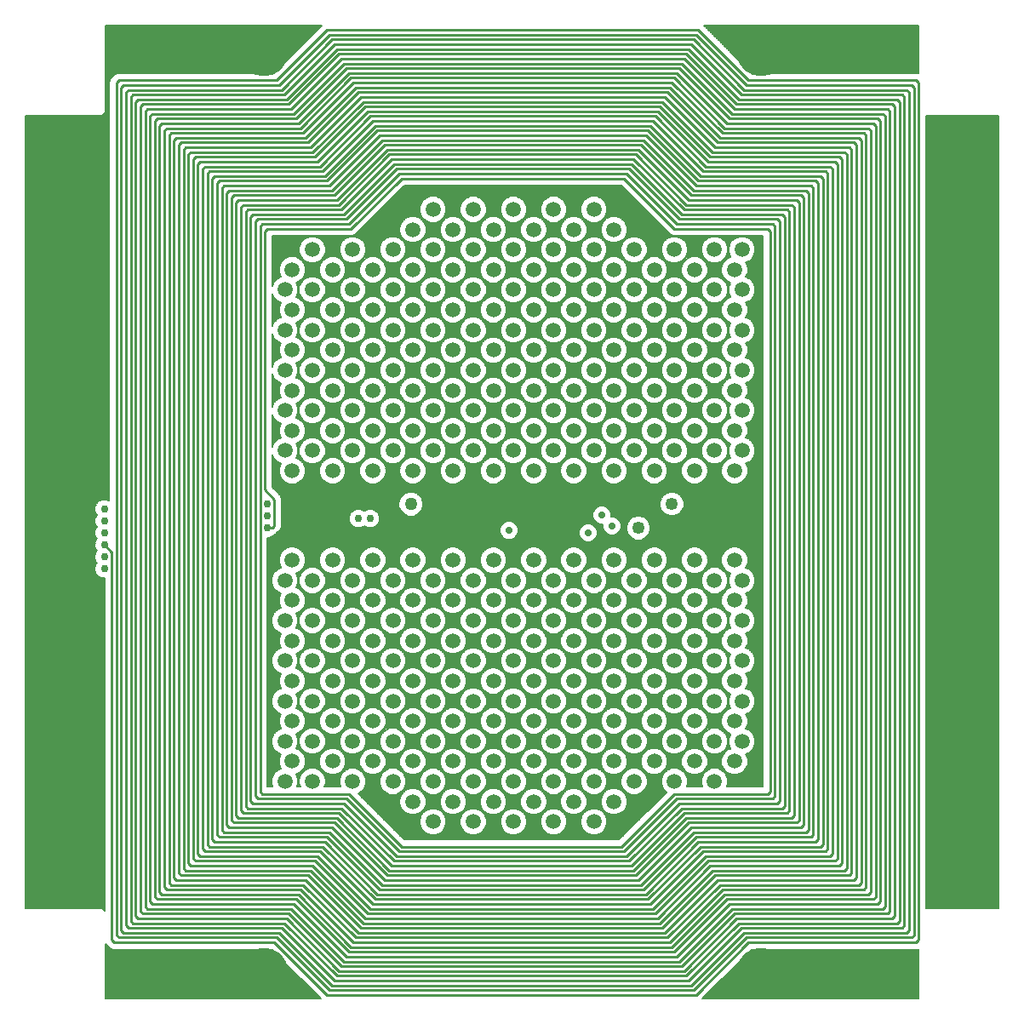
<source format=gbr>
G75*
G70*
%OFA0B0*%
%FSLAX24Y24*%
%IPPOS*%
%LPD*%
%AMOC8*
5,1,8,0,0,1.08239X$1,22.5*
%
%ADD10C,0.1896*%
%ADD11C,0.0594*%
%ADD12C,0.0493*%
%ADD13C,0.0502*%
%ADD14C,0.0108*%
%ADD15C,0.0298*%
%ADD16C,0.0278*%
%ADD17C,0.0396*%
%ADD18C,0.0059*%
D10*
X009751Y001764D03*
X029199Y001764D03*
X029199Y037827D03*
X009751Y037827D03*
D11*
X016365Y031646D03*
X017152Y030858D03*
X016365Y030071D03*
X017152Y029283D03*
X016365Y028496D03*
X017152Y027709D03*
X017940Y028496D03*
X018727Y027709D03*
X019514Y028496D03*
X018727Y029283D03*
X019514Y030071D03*
X018727Y030858D03*
X017940Y030071D03*
X017940Y031646D03*
X019514Y031646D03*
X020302Y030858D03*
X021089Y030071D03*
X020302Y029283D03*
X021089Y028496D03*
X020302Y027709D03*
X021089Y026921D03*
X020302Y026134D03*
X021089Y025346D03*
X020302Y024559D03*
X021089Y023772D03*
X021877Y024559D03*
X022664Y023772D03*
X023451Y024559D03*
X022664Y025346D03*
X023451Y026134D03*
X022664Y026921D03*
X021877Y026134D03*
X021877Y027709D03*
X022664Y028496D03*
X023451Y027709D03*
X024239Y028496D03*
X025026Y027709D03*
X025814Y028496D03*
X026601Y027709D03*
X027388Y028496D03*
X026601Y029283D03*
X027388Y030071D03*
X028176Y029283D03*
X028463Y028496D03*
X028176Y027709D03*
X028463Y026921D03*
X028176Y026134D03*
X028463Y025346D03*
X028176Y024559D03*
X028463Y023772D03*
X028176Y022984D03*
X028463Y022197D03*
X028176Y021409D03*
X027388Y022197D03*
X026601Y022984D03*
X025814Y022197D03*
X026601Y021409D03*
X025026Y021409D03*
X024239Y022197D03*
X025026Y022984D03*
X024239Y023772D03*
X025026Y024559D03*
X024239Y025346D03*
X025026Y026134D03*
X024239Y026921D03*
X025814Y026921D03*
X026601Y026134D03*
X027388Y026921D03*
X027388Y025346D03*
X026601Y024559D03*
X027388Y023772D03*
X025814Y023772D03*
X025814Y025346D03*
X023451Y022984D03*
X022664Y022197D03*
X021877Y022984D03*
X021089Y022197D03*
X020302Y022984D03*
X019514Y022197D03*
X018727Y022984D03*
X017940Y022197D03*
X018727Y021409D03*
X020302Y021409D03*
X021877Y021409D03*
X023451Y021409D03*
X023451Y017906D03*
X022664Y017118D03*
X023451Y016331D03*
X022664Y015543D03*
X023451Y014756D03*
X022664Y013969D03*
X021877Y014756D03*
X021089Y015543D03*
X020302Y014756D03*
X021089Y013969D03*
X020302Y013181D03*
X021089Y012394D03*
X021877Y013181D03*
X022664Y012394D03*
X023451Y013181D03*
X024239Y012394D03*
X025026Y013181D03*
X024239Y013969D03*
X025026Y014756D03*
X024239Y015543D03*
X025026Y016331D03*
X024239Y017118D03*
X025026Y017906D03*
X025814Y017118D03*
X026601Y016331D03*
X027388Y017118D03*
X026601Y017906D03*
X028176Y017906D03*
X028463Y017118D03*
X028176Y016331D03*
X028463Y015543D03*
X028176Y014756D03*
X028463Y013969D03*
X028176Y013181D03*
X028463Y012394D03*
X028176Y011606D03*
X028463Y010819D03*
X028176Y010031D03*
X027388Y009244D03*
X026601Y010031D03*
X025814Y009244D03*
X025026Y010031D03*
X024239Y009244D03*
X023451Y008457D03*
X022664Y009244D03*
X021877Y008457D03*
X022664Y007669D03*
X021089Y007669D03*
X020302Y008457D03*
X021089Y009244D03*
X020302Y010031D03*
X019514Y009244D03*
X018727Y008457D03*
X017940Y009244D03*
X018727Y010031D03*
X019514Y010819D03*
X018727Y011606D03*
X017940Y010819D03*
X017152Y011606D03*
X016365Y010819D03*
X017152Y010031D03*
X016365Y009244D03*
X017152Y008457D03*
X016365Y007669D03*
X015577Y008457D03*
X014790Y009244D03*
X015577Y010031D03*
X014790Y010819D03*
X015577Y011606D03*
X014790Y012394D03*
X015577Y013181D03*
X014790Y013969D03*
X015577Y014756D03*
X014790Y015543D03*
X015577Y016331D03*
X014790Y017118D03*
X015577Y017906D03*
X016365Y017118D03*
X017152Y016331D03*
X017940Y017118D03*
X018727Y016331D03*
X019514Y017118D03*
X018727Y017906D03*
X020302Y017906D03*
X021089Y017118D03*
X020302Y016331D03*
X019514Y015543D03*
X018727Y014756D03*
X017940Y015543D03*
X017152Y014756D03*
X016365Y015543D03*
X016365Y013969D03*
X017152Y013181D03*
X016365Y012394D03*
X017940Y012394D03*
X018727Y013181D03*
X019514Y012394D03*
X020302Y011606D03*
X021089Y010819D03*
X021877Y011606D03*
X022664Y010819D03*
X023451Y011606D03*
X024239Y010819D03*
X025026Y011606D03*
X025814Y010819D03*
X026601Y011606D03*
X027388Y010819D03*
X027388Y012394D03*
X026601Y013181D03*
X025814Y012394D03*
X025814Y013969D03*
X026601Y014756D03*
X027388Y015543D03*
X025814Y015543D03*
X027388Y013969D03*
X023451Y010031D03*
X021877Y010031D03*
X019514Y007669D03*
X017940Y007669D03*
X014003Y010031D03*
X013215Y009244D03*
X012428Y010031D03*
X011640Y009244D03*
X010566Y009244D03*
X010853Y010031D03*
X010566Y010819D03*
X010853Y011606D03*
X010566Y012394D03*
X010853Y013181D03*
X010566Y013969D03*
X010853Y014756D03*
X010566Y015543D03*
X010853Y016331D03*
X010566Y017118D03*
X010853Y017906D03*
X011640Y017118D03*
X012428Y016331D03*
X013215Y017118D03*
X012428Y017906D03*
X014003Y017906D03*
X014003Y016331D03*
X013215Y015543D03*
X012428Y014756D03*
X013215Y013969D03*
X014003Y014756D03*
X014003Y013181D03*
X013215Y012394D03*
X012428Y013181D03*
X011640Y012394D03*
X012428Y011606D03*
X013215Y010819D03*
X014003Y011606D03*
X011640Y010819D03*
X011640Y013969D03*
X011640Y015543D03*
X010853Y021409D03*
X010566Y022197D03*
X010853Y022984D03*
X010566Y023772D03*
X010853Y024559D03*
X010566Y025346D03*
X010853Y026134D03*
X010566Y026921D03*
X010853Y027709D03*
X010566Y028496D03*
X010853Y029283D03*
X011640Y028496D03*
X012428Y027709D03*
X013215Y028496D03*
X012428Y029283D03*
X013215Y030071D03*
X014003Y029283D03*
X014790Y028496D03*
X015577Y027709D03*
X014790Y026921D03*
X015577Y026134D03*
X014790Y025346D03*
X015577Y024559D03*
X014790Y023772D03*
X015577Y022984D03*
X014790Y022197D03*
X015577Y021409D03*
X016365Y022197D03*
X017152Y022984D03*
X016365Y023772D03*
X017152Y024559D03*
X016365Y025346D03*
X017152Y026134D03*
X016365Y026921D03*
X017940Y026921D03*
X018727Y026134D03*
X019514Y026921D03*
X019514Y025346D03*
X018727Y024559D03*
X019514Y023772D03*
X017940Y023772D03*
X017940Y025346D03*
X017152Y021409D03*
X014003Y021409D03*
X013215Y022197D03*
X012428Y022984D03*
X013215Y023772D03*
X012428Y024559D03*
X013215Y025346D03*
X014003Y024559D03*
X014003Y022984D03*
X012428Y021409D03*
X011640Y022197D03*
X011640Y023772D03*
X011640Y025346D03*
X012428Y026134D03*
X013215Y026921D03*
X014003Y026134D03*
X014003Y027709D03*
X015577Y029283D03*
X014790Y030071D03*
X015577Y030858D03*
X011640Y030071D03*
X011640Y026921D03*
X017152Y017906D03*
X017940Y013969D03*
X019514Y013969D03*
X021877Y016331D03*
X021877Y017906D03*
X021877Y029283D03*
X022664Y030071D03*
X023451Y030858D03*
X022664Y031646D03*
X021877Y030858D03*
X021089Y031646D03*
X023451Y029283D03*
X024239Y030071D03*
X025026Y029283D03*
X025814Y030071D03*
X028463Y030071D03*
D12*
X025722Y020104D03*
X024409Y019166D03*
D13*
X015500Y020104D03*
D14*
X010155Y020291D02*
X010155Y019260D01*
X010061Y019166D01*
X009873Y019166D01*
X010155Y020291D02*
X009780Y020667D01*
X009780Y030795D01*
X009873Y030889D01*
X013156Y030889D01*
X015125Y032858D01*
X023847Y032858D01*
X025816Y030889D01*
X029473Y030889D01*
X029567Y030795D01*
X029567Y008850D01*
X029473Y008757D01*
X025816Y008757D01*
X023753Y006693D01*
X015125Y006693D01*
X013062Y008757D01*
X009686Y008757D01*
X009592Y008850D01*
X009592Y030982D01*
X009686Y031076D01*
X013062Y031076D01*
X015031Y033045D01*
X023940Y033045D01*
X025910Y031076D01*
X029661Y031076D01*
X029755Y030982D01*
X029755Y008663D01*
X029661Y008569D01*
X025910Y008569D01*
X023847Y006506D01*
X015031Y006506D01*
X012968Y008569D01*
X009498Y008569D01*
X009405Y008663D01*
X009405Y031170D01*
X009498Y031264D01*
X012968Y031264D01*
X014938Y033233D01*
X024034Y033233D01*
X026004Y031264D01*
X029849Y031264D01*
X029942Y031170D01*
X029942Y008475D01*
X029849Y008381D01*
X026004Y008381D01*
X023940Y006318D01*
X014938Y006318D01*
X012874Y008381D01*
X009311Y008381D01*
X009217Y008475D01*
X009217Y031357D01*
X009311Y031451D01*
X012874Y031451D01*
X014844Y033421D01*
X024128Y033421D01*
X026097Y031451D01*
X030036Y031451D01*
X030130Y031357D01*
X030130Y008288D01*
X030036Y008194D01*
X026097Y008194D01*
X024034Y006131D01*
X014844Y006131D01*
X012781Y008194D01*
X009123Y008194D01*
X009029Y008288D01*
X009029Y031545D01*
X009123Y031639D01*
X012781Y031639D01*
X014750Y033608D01*
X024222Y033608D01*
X026191Y031639D01*
X030224Y031639D01*
X030317Y031545D01*
X030317Y008100D01*
X030224Y008006D01*
X026191Y008006D01*
X024128Y005943D01*
X014750Y005943D01*
X012687Y008006D01*
X008936Y008006D01*
X008842Y008100D01*
X008842Y031733D01*
X008936Y031826D01*
X012687Y031826D01*
X014656Y033796D01*
X024316Y033796D01*
X026285Y031826D01*
X030411Y031826D01*
X030505Y031733D01*
X030505Y007913D01*
X030411Y007819D01*
X026285Y007819D01*
X024222Y005756D01*
X014656Y005756D01*
X012593Y007819D01*
X008748Y007819D01*
X008654Y007913D01*
X008654Y031920D01*
X008748Y032014D01*
X012593Y032014D01*
X014562Y033983D01*
X024409Y033983D01*
X026379Y032014D01*
X030599Y032014D01*
X030693Y031920D01*
X030693Y007725D01*
X030599Y007631D01*
X026379Y007631D01*
X024316Y005568D01*
X014562Y005568D01*
X012499Y007631D01*
X008561Y007631D01*
X008467Y007725D01*
X008467Y032108D01*
X008561Y032201D01*
X012499Y032201D01*
X014469Y034171D01*
X024503Y034171D01*
X026472Y032201D01*
X030786Y032201D01*
X030880Y032108D01*
X030880Y007537D01*
X030786Y007444D01*
X026472Y007444D01*
X024409Y005380D01*
X014469Y005380D01*
X012406Y007444D01*
X008373Y007444D01*
X008279Y007537D01*
X008279Y032295D01*
X008373Y032389D01*
X012406Y032389D01*
X014375Y034358D01*
X024597Y034358D01*
X026566Y032389D01*
X030974Y032389D01*
X031068Y032295D01*
X031068Y007350D01*
X030974Y007256D01*
X026566Y007256D01*
X024503Y005193D01*
X014375Y005193D01*
X012312Y007256D01*
X008185Y007256D01*
X008092Y007350D01*
X008092Y032483D01*
X008185Y032577D01*
X012312Y032577D01*
X014281Y034546D01*
X024691Y034546D01*
X026660Y032577D01*
X031161Y032577D01*
X031255Y032483D01*
X031255Y007162D01*
X031161Y007069D01*
X026660Y007069D01*
X024597Y005005D01*
X014281Y005005D01*
X012218Y007069D01*
X007998Y007069D01*
X007904Y007162D01*
X007904Y032670D01*
X007998Y032764D01*
X012218Y032764D01*
X014187Y034733D01*
X024784Y034733D01*
X026754Y032764D01*
X031349Y032764D01*
X031443Y032670D01*
X031443Y006975D01*
X031349Y006881D01*
X026754Y006881D01*
X024691Y004818D01*
X014187Y004818D01*
X012124Y006881D01*
X007810Y006881D01*
X007717Y006975D01*
X007717Y032858D01*
X007810Y032952D01*
X012124Y032952D01*
X014094Y034921D01*
X024878Y034921D01*
X026848Y032952D01*
X031537Y032952D01*
X031630Y032858D01*
X031630Y006787D01*
X031537Y006693D01*
X026848Y006693D01*
X024784Y004630D01*
X014094Y004630D01*
X012030Y006693D01*
X007623Y006693D01*
X007529Y006787D01*
X007529Y033045D01*
X007623Y033139D01*
X012030Y033139D01*
X014000Y035109D01*
X024972Y035109D01*
X026941Y033139D01*
X031724Y033139D01*
X031818Y033045D01*
X031818Y006600D01*
X031724Y006506D01*
X026941Y006506D01*
X024878Y004443D01*
X014000Y004443D01*
X011937Y006506D01*
X007435Y006506D01*
X007341Y006600D01*
X007341Y033233D01*
X007435Y033327D01*
X011937Y033327D01*
X013906Y035296D01*
X025066Y035296D01*
X027035Y033327D01*
X031912Y033327D01*
X032005Y033233D01*
X032005Y006412D01*
X031912Y006318D01*
X027035Y006318D01*
X024972Y004255D01*
X013906Y004255D01*
X011843Y006318D01*
X007248Y006318D01*
X007154Y006412D01*
X007154Y033421D01*
X007248Y033514D01*
X011843Y033514D01*
X013812Y035484D01*
X025160Y035484D01*
X027129Y033514D01*
X032099Y033514D01*
X032193Y033421D01*
X032193Y006224D01*
X032099Y006131D01*
X027129Y006131D01*
X025066Y004068D01*
X013812Y004068D01*
X011749Y006131D01*
X007060Y006131D01*
X006966Y006224D01*
X006966Y033608D01*
X007060Y033702D01*
X011749Y033702D01*
X013718Y035671D01*
X025253Y035671D01*
X027223Y033702D01*
X032287Y033702D01*
X032381Y033608D01*
X032381Y006037D01*
X032287Y005943D01*
X027223Y005943D01*
X025160Y003880D01*
X013718Y003880D01*
X011655Y005943D01*
X006873Y005943D01*
X006779Y006037D01*
X006779Y033796D01*
X006873Y033889D01*
X011655Y033889D01*
X013625Y035859D01*
X025347Y035859D01*
X027316Y033889D01*
X032474Y033889D01*
X032568Y033796D01*
X032568Y005849D01*
X032474Y005756D01*
X027316Y005756D01*
X025253Y003692D01*
X013625Y003692D01*
X011561Y005756D01*
X006685Y005756D01*
X006591Y005849D01*
X006591Y033983D01*
X006685Y034077D01*
X011561Y034077D01*
X013531Y036046D01*
X025441Y036046D01*
X027410Y034077D01*
X032662Y034077D01*
X032756Y033983D01*
X032756Y005662D01*
X032662Y005568D01*
X027410Y005568D01*
X025347Y003505D01*
X013531Y003505D01*
X011468Y005568D01*
X006497Y005568D01*
X006404Y005662D01*
X006404Y034171D01*
X006497Y034265D01*
X011468Y034265D01*
X013437Y036234D01*
X025535Y036234D01*
X027504Y034265D01*
X032849Y034265D01*
X032943Y034171D01*
X032943Y005474D01*
X032849Y005380D01*
X027504Y005380D01*
X025441Y003317D01*
X013437Y003317D01*
X011374Y005380D01*
X006310Y005380D01*
X006216Y005474D01*
X006216Y034358D01*
X006310Y034452D01*
X011374Y034452D01*
X013343Y036421D01*
X025628Y036421D01*
X027598Y034452D01*
X033037Y034452D01*
X033131Y034358D01*
X033131Y005287D01*
X033037Y005193D01*
X027598Y005193D01*
X025535Y003130D01*
X013343Y003130D01*
X011280Y005193D01*
X006122Y005193D01*
X006029Y005287D01*
X006029Y034546D01*
X006122Y034640D01*
X011280Y034640D01*
X013250Y036609D01*
X025722Y036609D01*
X027692Y034640D01*
X033225Y034640D01*
X033318Y034546D01*
X033318Y005099D01*
X033225Y005005D01*
X027692Y005005D01*
X025628Y002942D01*
X013250Y002942D01*
X011186Y005005D01*
X005935Y005005D01*
X005841Y005099D01*
X005841Y034733D01*
X005935Y034827D01*
X011186Y034827D01*
X013156Y036797D01*
X025816Y036797D01*
X027785Y034827D01*
X033412Y034827D01*
X033506Y034733D01*
X033506Y004912D01*
X033412Y004818D01*
X027785Y004818D01*
X025722Y002755D01*
X013156Y002755D01*
X011093Y004818D01*
X005747Y004818D01*
X005653Y004912D01*
X005653Y034921D01*
X005747Y035015D01*
X011093Y035015D01*
X013062Y036984D01*
X025910Y036984D01*
X027879Y035015D01*
X033600Y035015D01*
X033693Y034921D01*
X033693Y004724D01*
X033600Y004630D01*
X027879Y004630D01*
X025816Y002567D01*
X013062Y002567D01*
X010999Y004630D01*
X005560Y004630D01*
X005466Y004724D01*
X005466Y035109D01*
X005560Y035202D01*
X010999Y035202D01*
X012968Y037172D01*
X026004Y037172D01*
X027973Y035202D01*
X033787Y035202D01*
X033881Y035109D01*
X033881Y004536D01*
X033787Y004443D01*
X027973Y004443D01*
X025910Y002380D01*
X012968Y002380D01*
X010905Y004443D01*
X005372Y004443D01*
X005278Y004536D01*
X005278Y035296D01*
X005372Y035390D01*
X010905Y035390D01*
X012874Y037359D01*
X026097Y037359D01*
X028067Y035390D01*
X033975Y035390D01*
X034069Y035296D01*
X034069Y004349D01*
X033975Y004255D01*
X028067Y004255D01*
X026004Y002192D01*
X012874Y002192D01*
X010811Y004255D01*
X005184Y004255D01*
X005091Y004349D01*
X005091Y035484D01*
X005184Y035577D01*
X010811Y035577D01*
X012781Y037547D01*
X026191Y037547D01*
X028160Y035577D01*
X034162Y035577D01*
X034256Y035484D01*
X034256Y004161D01*
X034162Y004068D01*
X028160Y004068D01*
X026097Y002004D01*
X012781Y002004D01*
X010717Y004068D01*
X004997Y004068D01*
X004903Y004161D01*
X004903Y035671D01*
X004997Y035765D01*
X010717Y035765D01*
X012687Y037734D01*
X026285Y037734D01*
X028254Y035765D01*
X034350Y035765D01*
X034444Y035671D01*
X034444Y003974D01*
X034350Y003880D01*
X028254Y003880D01*
X026191Y001817D01*
X012687Y001817D01*
X010624Y003880D01*
X004809Y003880D01*
X004716Y003974D01*
X004716Y035859D01*
X004809Y035953D01*
X010624Y035953D01*
X012593Y037922D01*
X026379Y037922D01*
X028348Y035953D01*
X034537Y035953D01*
X034631Y035859D01*
X034631Y003786D01*
X034537Y003692D01*
X028348Y003692D01*
X026285Y001629D01*
X012593Y001629D01*
X010530Y003692D01*
X004622Y003692D01*
X004528Y003786D01*
X004528Y036046D01*
X004622Y036140D01*
X010530Y036140D01*
X012499Y038110D01*
X026472Y038110D01*
X028442Y036140D01*
X034725Y036140D01*
X034819Y036046D01*
X034819Y003599D01*
X034725Y003505D01*
X028442Y003505D01*
X026379Y001442D01*
X012499Y001442D01*
X010436Y003505D01*
X004434Y003505D01*
X004340Y003599D01*
X004340Y036234D01*
X004434Y036328D01*
X010436Y036328D01*
X012406Y038297D01*
X026566Y038297D01*
X028536Y036328D01*
X034913Y036328D01*
X035006Y036234D01*
X035006Y003411D01*
X034913Y003317D01*
X028536Y003317D01*
X026472Y001254D01*
X012406Y001254D01*
X010342Y003317D01*
X004247Y003317D01*
X004153Y003411D01*
X004153Y036421D01*
X004247Y036515D01*
X010342Y036515D01*
X012312Y038485D01*
X026660Y038485D01*
X028629Y036515D01*
X035100Y036515D01*
X035194Y036421D01*
X035194Y003224D01*
X035100Y003130D01*
X028629Y003130D01*
X026566Y001067D01*
X012312Y001067D01*
X010249Y003130D01*
X004059Y003130D01*
X003965Y003224D01*
X003965Y036609D01*
X004059Y036703D01*
X010249Y036703D01*
X012218Y038672D01*
X026754Y038672D01*
X028723Y036703D01*
X035288Y036703D01*
X035381Y036609D01*
X035381Y003036D01*
X035288Y002942D01*
X028723Y002942D01*
X026660Y000879D01*
X012218Y000879D01*
X010155Y002942D01*
X003872Y002942D01*
X003778Y003036D01*
X003778Y018228D01*
X003496Y018510D01*
D15*
X003496Y018510D03*
X003496Y018979D03*
X003496Y019447D03*
X003496Y019916D03*
X003496Y018041D03*
X003496Y017572D03*
X009873Y019166D03*
X009873Y019635D03*
X009873Y020104D03*
X013437Y019541D03*
X013906Y019541D03*
D16*
X019345Y019072D03*
X022440Y018979D03*
X022979Y019677D03*
X023373Y019244D03*
D17*
X037077Y017256D03*
X037073Y011886D03*
X037073Y006331D03*
X027703Y000937D03*
X011168Y000937D03*
X001743Y006472D03*
X001695Y011839D03*
X001695Y017717D03*
X001695Y023457D03*
X001695Y028402D03*
X001652Y033303D03*
X011207Y038575D03*
X027743Y038535D03*
X036983Y033398D03*
X037030Y028126D03*
X037125Y023039D03*
D18*
X011971Y000730D02*
X003541Y000730D01*
X003541Y002877D01*
X003619Y002798D01*
X003634Y002784D01*
X003634Y002784D01*
X003713Y002705D01*
X003816Y002662D01*
X010039Y002662D01*
X011971Y000730D01*
X011966Y000734D02*
X003541Y000734D01*
X003541Y000792D02*
X011909Y000792D01*
X011851Y000850D02*
X003541Y000850D01*
X003541Y000907D02*
X011794Y000907D01*
X011736Y000965D02*
X003541Y000965D01*
X003541Y001022D02*
X011678Y001022D01*
X011621Y001080D02*
X003541Y001080D01*
X003541Y001138D02*
X011563Y001138D01*
X011506Y001195D02*
X003541Y001195D01*
X003541Y001253D02*
X011448Y001253D01*
X011390Y001310D02*
X003541Y001310D01*
X003541Y001368D02*
X011333Y001368D01*
X011275Y001426D02*
X003541Y001426D01*
X003541Y001483D02*
X011218Y001483D01*
X011160Y001541D02*
X003541Y001541D01*
X003541Y001598D02*
X011102Y001598D01*
X011045Y001656D02*
X003541Y001656D01*
X003541Y001714D02*
X010987Y001714D01*
X010930Y001771D02*
X003541Y001771D01*
X003541Y001829D02*
X010872Y001829D01*
X010814Y001886D02*
X003541Y001886D01*
X003541Y001944D02*
X010757Y001944D01*
X010699Y002001D02*
X003541Y002001D01*
X003541Y002059D02*
X010642Y002059D01*
X010584Y002117D02*
X003541Y002117D01*
X003541Y002174D02*
X010526Y002174D01*
X010469Y002232D02*
X003541Y002232D01*
X003541Y002289D02*
X010411Y002289D01*
X010354Y002347D02*
X003541Y002347D01*
X003541Y002405D02*
X010296Y002405D01*
X010239Y002462D02*
X003541Y002462D01*
X003541Y002520D02*
X010181Y002520D01*
X010123Y002577D02*
X003541Y002577D01*
X003541Y002635D02*
X010066Y002635D01*
X014741Y007473D02*
X015880Y007473D01*
X015903Y007416D02*
X014799Y007416D01*
X014856Y007358D02*
X015936Y007358D01*
X015921Y007373D02*
X016068Y007226D01*
X016261Y007146D01*
X016469Y007146D01*
X016661Y007226D01*
X016808Y007373D01*
X016888Y007565D01*
X016888Y007773D01*
X016808Y007966D01*
X016661Y008113D01*
X016469Y008192D01*
X016261Y008192D01*
X016068Y008113D01*
X015921Y007966D01*
X015841Y007773D01*
X015841Y007565D01*
X015921Y007373D01*
X015993Y007301D02*
X014914Y007301D01*
X014972Y007243D02*
X016051Y007243D01*
X016166Y007185D02*
X015029Y007185D01*
X015087Y007128D02*
X023791Y007128D01*
X023849Y007185D02*
X022863Y007185D01*
X022768Y007146D02*
X022960Y007226D01*
X023107Y007373D01*
X023187Y007565D01*
X023187Y007773D01*
X023107Y007966D01*
X022960Y008113D01*
X022768Y008192D01*
X022560Y008192D01*
X022368Y008113D01*
X022220Y007966D01*
X022141Y007773D01*
X022141Y007565D01*
X022220Y007373D01*
X022368Y007226D01*
X022560Y007146D01*
X022768Y007146D01*
X022978Y007243D02*
X023906Y007243D01*
X023964Y007301D02*
X023035Y007301D01*
X023093Y007358D02*
X024021Y007358D01*
X024079Y007416D02*
X023125Y007416D01*
X023149Y007473D02*
X024137Y007473D01*
X024194Y007531D02*
X023173Y007531D01*
X023187Y007589D02*
X024252Y007589D01*
X024309Y007646D02*
X023187Y007646D01*
X023187Y007704D02*
X024367Y007704D01*
X024425Y007761D02*
X023187Y007761D01*
X023168Y007819D02*
X024482Y007819D01*
X024540Y007877D02*
X023144Y007877D01*
X023121Y007934D02*
X023346Y007934D01*
X023347Y007933D02*
X023555Y007933D01*
X023748Y008013D01*
X023895Y008160D01*
X023975Y008353D01*
X023975Y008561D01*
X023895Y008753D01*
X023748Y008900D01*
X023555Y008980D01*
X023347Y008980D01*
X023155Y008900D01*
X023008Y008753D01*
X022928Y008561D01*
X022928Y008353D01*
X023008Y008160D01*
X023155Y008013D01*
X023347Y007933D01*
X023207Y007992D02*
X023081Y007992D01*
X023119Y008049D02*
X023024Y008049D01*
X023061Y008107D02*
X022966Y008107D01*
X023006Y008165D02*
X022836Y008165D01*
X022982Y008222D02*
X022346Y008222D01*
X022370Y008280D02*
X022958Y008280D01*
X022934Y008337D02*
X022393Y008337D01*
X022400Y008353D02*
X022320Y008160D01*
X022173Y008013D01*
X021981Y007933D01*
X021772Y007933D01*
X021580Y008013D01*
X021433Y008160D01*
X021353Y008353D01*
X021353Y008561D01*
X021433Y008753D01*
X021580Y008900D01*
X021772Y008980D01*
X021981Y008980D01*
X022173Y008900D01*
X022320Y008753D01*
X022400Y008561D01*
X022400Y008353D01*
X022400Y008395D02*
X022928Y008395D01*
X022928Y008453D02*
X022400Y008453D01*
X022400Y008510D02*
X022928Y008510D01*
X022931Y008568D02*
X022397Y008568D01*
X022373Y008625D02*
X022955Y008625D01*
X022979Y008683D02*
X022349Y008683D01*
X022325Y008741D02*
X022512Y008741D01*
X022560Y008721D02*
X022768Y008721D01*
X022960Y008801D01*
X023107Y008948D01*
X023187Y009140D01*
X023187Y009348D01*
X023107Y009540D01*
X022960Y009688D01*
X022768Y009767D01*
X022560Y009767D01*
X022368Y009688D01*
X022220Y009540D01*
X022141Y009348D01*
X022141Y009140D01*
X022220Y008948D01*
X022368Y008801D01*
X022560Y008721D01*
X022373Y008798D02*
X022275Y008798D01*
X022312Y008856D02*
X022217Y008856D01*
X022255Y008913D02*
X022141Y008913D01*
X022211Y008971D02*
X022002Y008971D01*
X022187Y009029D02*
X021566Y009029D01*
X021590Y009086D02*
X022163Y009086D01*
X022141Y009144D02*
X021612Y009144D01*
X021612Y009140D02*
X021533Y008948D01*
X021386Y008801D01*
X021193Y008721D01*
X020985Y008721D01*
X020793Y008801D01*
X020646Y008948D01*
X020566Y009140D01*
X020566Y009348D01*
X020646Y009540D01*
X020793Y009688D01*
X020985Y009767D01*
X021193Y009767D01*
X021386Y009688D01*
X021533Y009540D01*
X021612Y009348D01*
X021612Y009140D01*
X021612Y009201D02*
X022141Y009201D01*
X022141Y009259D02*
X021612Y009259D01*
X021612Y009316D02*
X022141Y009316D01*
X022151Y009374D02*
X021602Y009374D01*
X021578Y009432D02*
X022175Y009432D01*
X022199Y009489D02*
X021554Y009489D01*
X021526Y009547D02*
X021679Y009547D01*
X021772Y009508D02*
X021981Y009508D01*
X022173Y009588D01*
X022320Y009735D01*
X022400Y009927D01*
X022400Y010136D01*
X022320Y010328D01*
X022173Y010475D01*
X021981Y010555D01*
X021772Y010555D01*
X021580Y010475D01*
X021433Y010328D01*
X021353Y010136D01*
X021353Y009927D01*
X021433Y009735D01*
X021580Y009588D01*
X021772Y009508D01*
X021564Y009604D02*
X021469Y009604D01*
X021506Y009662D02*
X021411Y009662D01*
X021448Y009720D02*
X021308Y009720D01*
X021415Y009777D02*
X020763Y009777D01*
X020745Y009735D02*
X020825Y009927D01*
X020825Y010136D01*
X020745Y010328D01*
X020598Y010475D01*
X020406Y010555D01*
X020198Y010555D01*
X020005Y010475D01*
X019858Y010328D01*
X019779Y010136D01*
X019779Y009927D01*
X019858Y009735D01*
X020005Y009588D01*
X020198Y009508D01*
X020406Y009508D01*
X020598Y009588D01*
X020745Y009735D01*
X020730Y009720D02*
X020870Y009720D01*
X020767Y009662D02*
X020672Y009662D01*
X020710Y009604D02*
X020615Y009604D01*
X020652Y009547D02*
X020499Y009547D01*
X020624Y009489D02*
X019979Y009489D01*
X019958Y009540D02*
X019811Y009688D01*
X019618Y009767D01*
X019410Y009767D01*
X019218Y009688D01*
X019071Y009540D01*
X018991Y009348D01*
X018991Y009140D01*
X019071Y008948D01*
X019218Y008801D01*
X019410Y008721D01*
X019618Y008721D01*
X019811Y008801D01*
X019958Y008948D01*
X020038Y009140D01*
X020038Y009348D01*
X019958Y009540D01*
X019951Y009547D02*
X020104Y009547D01*
X019989Y009604D02*
X019894Y009604D01*
X019931Y009662D02*
X019836Y009662D01*
X019874Y009720D02*
X019733Y009720D01*
X019841Y009777D02*
X019188Y009777D01*
X019170Y009735D02*
X019250Y009927D01*
X019250Y010136D01*
X019170Y010328D01*
X019023Y010475D01*
X018831Y010555D01*
X018623Y010555D01*
X018431Y010475D01*
X018283Y010328D01*
X018204Y010136D01*
X018204Y009927D01*
X018283Y009735D01*
X018431Y009588D01*
X018623Y009508D01*
X018831Y009508D01*
X019023Y009588D01*
X019170Y009735D01*
X019155Y009720D02*
X019295Y009720D01*
X019192Y009662D02*
X019097Y009662D01*
X019135Y009604D02*
X019040Y009604D01*
X019077Y009547D02*
X018924Y009547D01*
X019050Y009489D02*
X018404Y009489D01*
X018383Y009540D02*
X018236Y009688D01*
X018044Y009767D01*
X017835Y009767D01*
X017643Y009688D01*
X017496Y009540D01*
X017416Y009348D01*
X017416Y009140D01*
X017496Y008948D01*
X017643Y008801D01*
X017835Y008721D01*
X018044Y008721D01*
X018236Y008801D01*
X018383Y008948D01*
X018463Y009140D01*
X018463Y009348D01*
X018383Y009540D01*
X018377Y009547D02*
X018530Y009547D01*
X018414Y009604D02*
X018319Y009604D01*
X018356Y009662D02*
X018261Y009662D01*
X018299Y009720D02*
X018159Y009720D01*
X018266Y009777D02*
X017613Y009777D01*
X017596Y009735D02*
X017675Y009927D01*
X017675Y010136D01*
X017596Y010328D01*
X017449Y010475D01*
X017256Y010555D01*
X017048Y010555D01*
X016856Y010475D01*
X016709Y010328D01*
X016629Y010136D01*
X016629Y009927D01*
X016709Y009735D01*
X016856Y009588D01*
X017048Y009508D01*
X017256Y009508D01*
X017449Y009588D01*
X017596Y009735D01*
X017580Y009720D02*
X017721Y009720D01*
X017618Y009662D02*
X017523Y009662D01*
X017560Y009604D02*
X017465Y009604D01*
X017502Y009547D02*
X017349Y009547D01*
X017475Y009489D02*
X016829Y009489D01*
X016808Y009540D02*
X016661Y009688D01*
X016469Y009767D01*
X016261Y009767D01*
X016068Y009688D01*
X015921Y009540D01*
X015841Y009348D01*
X015841Y009140D01*
X015921Y008948D01*
X016068Y008801D01*
X016261Y008721D01*
X016469Y008721D01*
X016661Y008801D01*
X016808Y008948D01*
X016888Y009140D01*
X016888Y009348D01*
X016808Y009540D01*
X016802Y009547D02*
X016955Y009547D01*
X016839Y009604D02*
X016744Y009604D01*
X016782Y009662D02*
X016687Y009662D01*
X016724Y009720D02*
X016584Y009720D01*
X016691Y009777D02*
X016038Y009777D01*
X016021Y009735D02*
X016101Y009927D01*
X016101Y010136D01*
X016021Y010328D01*
X015874Y010475D01*
X015681Y010555D01*
X015473Y010555D01*
X015281Y010475D01*
X015134Y010328D01*
X015054Y010136D01*
X015054Y009927D01*
X015134Y009735D01*
X015281Y009588D01*
X015473Y009508D01*
X015681Y009508D01*
X015874Y009588D01*
X016021Y009735D01*
X016005Y009720D02*
X016146Y009720D01*
X016043Y009662D02*
X015948Y009662D01*
X015985Y009604D02*
X015890Y009604D01*
X015928Y009547D02*
X015775Y009547D01*
X015900Y009489D02*
X015255Y009489D01*
X015233Y009540D02*
X015086Y009688D01*
X014894Y009767D01*
X014686Y009767D01*
X014494Y009688D01*
X014346Y009540D01*
X014267Y009348D01*
X014267Y009140D01*
X014346Y008948D01*
X014494Y008801D01*
X014686Y008721D01*
X014894Y008721D01*
X015086Y008801D01*
X015233Y008948D01*
X015313Y009140D01*
X015313Y009348D01*
X015233Y009540D01*
X015227Y009547D02*
X015380Y009547D01*
X015264Y009604D02*
X015169Y009604D01*
X015207Y009662D02*
X015112Y009662D01*
X015149Y009720D02*
X015009Y009720D01*
X015116Y009777D02*
X014464Y009777D01*
X014446Y009735D02*
X014526Y009927D01*
X014526Y010136D01*
X014446Y010328D01*
X014299Y010475D01*
X014107Y010555D01*
X013898Y010555D01*
X013706Y010475D01*
X013559Y010328D01*
X013479Y010136D01*
X013479Y009927D01*
X013559Y009735D01*
X013706Y009588D01*
X013898Y009508D01*
X014107Y009508D01*
X014299Y009588D01*
X014446Y009735D01*
X014431Y009720D02*
X014571Y009720D01*
X014468Y009662D02*
X014373Y009662D01*
X014410Y009604D02*
X014315Y009604D01*
X014353Y009547D02*
X014200Y009547D01*
X014325Y009489D02*
X013680Y009489D01*
X013659Y009540D02*
X013511Y009688D01*
X013319Y009767D01*
X013111Y009767D01*
X012919Y009688D01*
X012772Y009540D01*
X012692Y009348D01*
X012692Y009140D01*
X012735Y009037D01*
X012121Y009037D01*
X012164Y009140D01*
X012164Y009348D01*
X012084Y009540D01*
X011937Y009688D01*
X011744Y009767D01*
X011536Y009767D01*
X011344Y009688D01*
X011197Y009540D01*
X011117Y009348D01*
X011117Y009140D01*
X011160Y009037D01*
X011046Y009037D01*
X011089Y009140D01*
X011089Y009348D01*
X011013Y009531D01*
X011149Y009588D01*
X011296Y009735D01*
X011376Y009927D01*
X011376Y010136D01*
X011296Y010328D01*
X011149Y010475D01*
X011013Y010532D01*
X011089Y010715D01*
X011089Y010923D01*
X011013Y011106D01*
X011149Y011163D01*
X011296Y011310D01*
X011376Y011502D01*
X011376Y011710D01*
X011296Y011903D01*
X011149Y012050D01*
X011013Y012106D01*
X011089Y012290D01*
X011089Y012498D01*
X011013Y012681D01*
X011149Y012738D01*
X011296Y012885D01*
X011376Y013077D01*
X011376Y013285D01*
X011296Y013477D01*
X011149Y013625D01*
X011013Y013681D01*
X011089Y013864D01*
X011089Y014073D01*
X011013Y014256D01*
X011149Y014312D01*
X011296Y014459D01*
X011376Y014652D01*
X011376Y014860D01*
X011296Y015052D01*
X011149Y015199D01*
X011013Y015256D01*
X011089Y015439D01*
X011089Y015647D01*
X011013Y015831D01*
X011149Y015887D01*
X011296Y016034D01*
X011376Y016227D01*
X011376Y016435D01*
X011296Y016627D01*
X011149Y016774D01*
X011013Y016831D01*
X011089Y017014D01*
X011089Y017222D01*
X011013Y017405D01*
X011149Y017462D01*
X011296Y017609D01*
X011376Y017801D01*
X011376Y018010D01*
X011296Y018202D01*
X011149Y018349D01*
X010957Y018429D01*
X010749Y018429D01*
X010556Y018349D01*
X010409Y018202D01*
X010330Y018010D01*
X010330Y017801D01*
X010406Y017618D01*
X010269Y017562D01*
X010122Y017414D01*
X010042Y017222D01*
X010042Y017014D01*
X010122Y016822D01*
X010269Y016675D01*
X010406Y016618D01*
X010330Y016435D01*
X010330Y016227D01*
X010406Y016043D01*
X010269Y015987D01*
X010122Y015840D01*
X010042Y015647D01*
X010042Y015439D01*
X010122Y015247D01*
X010269Y015100D01*
X010406Y015043D01*
X010330Y014860D01*
X010330Y014652D01*
X010406Y014469D01*
X010269Y014412D01*
X010122Y014265D01*
X010042Y014073D01*
X010042Y013864D01*
X010122Y013672D01*
X010269Y013525D01*
X010406Y013468D01*
X010330Y013285D01*
X010330Y013077D01*
X010406Y012894D01*
X010269Y012837D01*
X010122Y012690D01*
X010042Y012498D01*
X010042Y012290D01*
X010122Y012097D01*
X010269Y011950D01*
X010406Y011894D01*
X010330Y011710D01*
X010330Y011502D01*
X010406Y011319D01*
X010269Y011262D01*
X010122Y011115D01*
X010042Y010923D01*
X010042Y010715D01*
X010122Y010522D01*
X010269Y010375D01*
X010406Y010319D01*
X010330Y010136D01*
X010330Y009927D01*
X010406Y009744D01*
X010269Y009688D01*
X010122Y009540D01*
X010042Y009348D01*
X010042Y009140D01*
X010085Y009037D01*
X009872Y009037D01*
X009872Y018791D01*
X009948Y018791D01*
X010086Y018848D01*
X010129Y018891D01*
X010220Y018929D01*
X010392Y019101D01*
X010435Y019204D01*
X010435Y019316D01*
X010435Y020347D01*
X010392Y020450D01*
X010313Y020529D01*
X010060Y020783D01*
X010060Y022051D01*
X010122Y021900D01*
X010269Y021753D01*
X010406Y021697D01*
X010330Y021514D01*
X010330Y021305D01*
X010409Y021113D01*
X010556Y020966D01*
X010749Y020886D01*
X010957Y020886D01*
X011149Y020966D01*
X011296Y021113D01*
X011376Y021305D01*
X011376Y021514D01*
X011296Y021706D01*
X011149Y021853D01*
X011013Y021909D01*
X011089Y022093D01*
X011089Y022301D01*
X011013Y022484D01*
X011149Y022541D01*
X011296Y022688D01*
X011376Y022880D01*
X011376Y023088D01*
X011296Y023281D01*
X011149Y023428D01*
X011013Y023484D01*
X011089Y023668D01*
X011089Y023876D01*
X011013Y024059D01*
X011149Y024115D01*
X011296Y024263D01*
X011376Y024455D01*
X011376Y024663D01*
X011296Y024855D01*
X011149Y025003D01*
X011013Y025059D01*
X011089Y025242D01*
X011089Y025451D01*
X011013Y025634D01*
X011149Y025690D01*
X011296Y025837D01*
X011376Y026030D01*
X011376Y026238D01*
X011296Y026430D01*
X011149Y026577D01*
X011013Y026634D01*
X011089Y026817D01*
X011089Y027025D01*
X011013Y027209D01*
X011149Y027265D01*
X011296Y027412D01*
X011376Y027605D01*
X011376Y027813D01*
X011296Y028005D01*
X011149Y028152D01*
X011013Y028209D01*
X011193Y028209D01*
X011197Y028200D02*
X011344Y028052D01*
X011536Y027973D01*
X011744Y027973D01*
X011937Y028052D01*
X012084Y028200D01*
X012164Y028392D01*
X012164Y028600D01*
X012084Y028792D01*
X011937Y028940D01*
X011744Y029019D01*
X011536Y029019D01*
X011344Y028940D01*
X011197Y028792D01*
X011117Y028600D01*
X011117Y028392D01*
X011197Y028200D01*
X011150Y028151D02*
X011245Y028151D01*
X011208Y028094D02*
X011303Y028094D01*
X011266Y028036D02*
X011384Y028036D01*
X011308Y027978D02*
X011523Y027978D01*
X011331Y027921D02*
X011949Y027921D01*
X011973Y027978D02*
X011758Y027978D01*
X011897Y028036D02*
X012015Y028036D01*
X011984Y028005D02*
X011904Y027813D01*
X011904Y027605D01*
X011984Y027412D01*
X012131Y027265D01*
X012324Y027185D01*
X012532Y027185D01*
X012724Y027265D01*
X012871Y027412D01*
X012951Y027605D01*
X012951Y027813D01*
X012871Y028005D01*
X012724Y028152D01*
X012532Y028232D01*
X012324Y028232D01*
X012131Y028152D01*
X011984Y028005D01*
X011978Y028094D02*
X012073Y028094D01*
X012035Y028151D02*
X012130Y028151D01*
X012088Y028209D02*
X012268Y028209D01*
X012111Y028266D02*
X012744Y028266D01*
X012768Y028209D02*
X012588Y028209D01*
X012725Y028151D02*
X012820Y028151D01*
X012783Y028094D02*
X012878Y028094D01*
X012919Y028052D02*
X013111Y027973D01*
X013319Y027973D01*
X013511Y028052D01*
X013659Y028200D01*
X013738Y028392D01*
X013738Y028600D01*
X013659Y028792D01*
X013511Y028940D01*
X013319Y029019D01*
X013111Y029019D01*
X012919Y028940D01*
X012772Y028792D01*
X012692Y028600D01*
X012692Y028392D01*
X012772Y028200D01*
X012919Y028052D01*
X012959Y028036D02*
X012840Y028036D01*
X012882Y027978D02*
X013098Y027978D01*
X012906Y027921D02*
X013524Y027921D01*
X013548Y027978D02*
X013333Y027978D01*
X013472Y028036D02*
X013590Y028036D01*
X013559Y028005D02*
X013479Y027813D01*
X013479Y027605D01*
X013559Y027412D01*
X013706Y027265D01*
X013898Y027185D01*
X014107Y027185D01*
X014299Y027265D01*
X014446Y027412D01*
X014526Y027605D01*
X014526Y027813D01*
X014446Y028005D01*
X014299Y028152D01*
X014107Y028232D01*
X013898Y028232D01*
X013706Y028152D01*
X013559Y028005D01*
X013553Y028094D02*
X013647Y028094D01*
X013610Y028151D02*
X013705Y028151D01*
X013662Y028209D02*
X013843Y028209D01*
X013686Y028266D02*
X014319Y028266D01*
X014343Y028209D02*
X014162Y028209D01*
X014300Y028151D02*
X014395Y028151D01*
X014358Y028094D02*
X014452Y028094D01*
X014494Y028052D02*
X014686Y027973D01*
X014894Y027973D01*
X015086Y028052D01*
X015233Y028200D01*
X015313Y028392D01*
X015313Y028600D01*
X015233Y028792D01*
X015086Y028940D01*
X014894Y029019D01*
X014686Y029019D01*
X014494Y028940D01*
X014346Y028792D01*
X014267Y028600D01*
X014267Y028392D01*
X014346Y028200D01*
X014494Y028052D01*
X014533Y028036D02*
X014415Y028036D01*
X014457Y027978D02*
X014672Y027978D01*
X014481Y027921D02*
X015099Y027921D01*
X015123Y027978D02*
X014907Y027978D01*
X015046Y028036D02*
X015165Y028036D01*
X015134Y028005D02*
X015054Y027813D01*
X015054Y027605D01*
X015134Y027412D01*
X015281Y027265D01*
X015473Y027185D01*
X015681Y027185D01*
X015874Y027265D01*
X016021Y027412D01*
X016101Y027605D01*
X016101Y027813D01*
X016021Y028005D01*
X015874Y028152D01*
X015681Y028232D01*
X015473Y028232D01*
X015281Y028152D01*
X015134Y028005D01*
X015127Y028094D02*
X015222Y028094D01*
X015185Y028151D02*
X015280Y028151D01*
X015237Y028209D02*
X015418Y028209D01*
X015261Y028266D02*
X015894Y028266D01*
X015917Y028209D02*
X015737Y028209D01*
X015875Y028151D02*
X015970Y028151D01*
X015932Y028094D02*
X016027Y028094D01*
X016068Y028052D02*
X016261Y027973D01*
X016469Y027973D01*
X016661Y028052D01*
X016808Y028200D01*
X016888Y028392D01*
X016888Y028600D01*
X016808Y028792D01*
X016661Y028940D01*
X016469Y029019D01*
X016261Y029019D01*
X016068Y028940D01*
X015921Y028792D01*
X015841Y028600D01*
X015841Y028392D01*
X015921Y028200D01*
X016068Y028052D01*
X016108Y028036D02*
X015990Y028036D01*
X016032Y027978D02*
X016247Y027978D01*
X016056Y027921D02*
X016674Y027921D01*
X016698Y027978D02*
X016482Y027978D01*
X016621Y028036D02*
X016739Y028036D01*
X016709Y028005D02*
X016856Y028152D01*
X017048Y028232D01*
X017256Y028232D01*
X017449Y028152D01*
X017596Y028005D01*
X017675Y027813D01*
X017675Y027605D01*
X017596Y027412D01*
X017449Y027265D01*
X017256Y027185D01*
X017048Y027185D01*
X016856Y027265D01*
X016709Y027412D01*
X016629Y027605D01*
X016629Y027813D01*
X016709Y028005D01*
X016702Y028094D02*
X016797Y028094D01*
X016760Y028151D02*
X016855Y028151D01*
X016812Y028209D02*
X016992Y028209D01*
X016836Y028266D02*
X017468Y028266D01*
X017492Y028209D02*
X017312Y028209D01*
X017450Y028151D02*
X017544Y028151D01*
X017507Y028094D02*
X017602Y028094D01*
X017643Y028052D02*
X017835Y027973D01*
X018044Y027973D01*
X018236Y028052D01*
X018383Y028200D01*
X018463Y028392D01*
X018463Y028600D01*
X018383Y028792D01*
X018236Y028940D01*
X018044Y029019D01*
X017835Y029019D01*
X017643Y028940D01*
X017496Y028792D01*
X017416Y028600D01*
X017416Y028392D01*
X017496Y028200D01*
X017643Y028052D01*
X017683Y028036D02*
X017565Y028036D01*
X017607Y027978D02*
X017822Y027978D01*
X017631Y027921D02*
X018248Y027921D01*
X018272Y027978D02*
X018057Y027978D01*
X018196Y028036D02*
X018314Y028036D01*
X018283Y028005D02*
X018431Y028152D01*
X018623Y028232D01*
X018831Y028232D01*
X019023Y028152D01*
X019170Y028005D01*
X019250Y027813D01*
X019250Y027605D01*
X019170Y027412D01*
X019023Y027265D01*
X018831Y027185D01*
X018623Y027185D01*
X018431Y027265D01*
X018283Y027412D01*
X018204Y027605D01*
X018204Y027813D01*
X018283Y028005D01*
X018277Y028094D02*
X018372Y028094D01*
X018335Y028151D02*
X018429Y028151D01*
X018387Y028209D02*
X018567Y028209D01*
X018411Y028266D02*
X019043Y028266D01*
X019067Y028209D02*
X018887Y028209D01*
X019024Y028151D02*
X019119Y028151D01*
X019082Y028094D02*
X019177Y028094D01*
X019218Y028052D02*
X019410Y027973D01*
X019618Y027973D01*
X019811Y028052D01*
X019958Y028200D01*
X020038Y028392D01*
X020038Y028600D01*
X019958Y028792D01*
X019811Y028940D01*
X019618Y029019D01*
X019410Y029019D01*
X019218Y028940D01*
X019071Y028792D01*
X018991Y028600D01*
X018991Y028392D01*
X019071Y028200D01*
X019218Y028052D01*
X019258Y028036D02*
X019140Y028036D01*
X019182Y027978D02*
X019397Y027978D01*
X019205Y027921D02*
X019823Y027921D01*
X019847Y027978D02*
X019632Y027978D01*
X019771Y028036D02*
X019889Y028036D01*
X019858Y028005D02*
X019779Y027813D01*
X019779Y027605D01*
X019858Y027412D01*
X020005Y027265D01*
X020198Y027185D01*
X020406Y027185D01*
X020598Y027265D01*
X020745Y027412D01*
X020825Y027605D01*
X020825Y027813D01*
X020745Y028005D01*
X020598Y028152D01*
X020406Y028232D01*
X020198Y028232D01*
X020005Y028152D01*
X019858Y028005D01*
X019852Y028094D02*
X019947Y028094D01*
X019909Y028151D02*
X020004Y028151D01*
X019962Y028209D02*
X020142Y028209D01*
X019985Y028266D02*
X020618Y028266D01*
X020642Y028209D02*
X020462Y028209D01*
X020599Y028151D02*
X020694Y028151D01*
X020657Y028094D02*
X020752Y028094D01*
X020793Y028052D02*
X020985Y027973D01*
X021193Y027973D01*
X021386Y028052D01*
X021533Y028200D01*
X021612Y028392D01*
X021612Y028600D01*
X021533Y028792D01*
X021386Y028940D01*
X021193Y029019D01*
X020985Y029019D01*
X020793Y028940D01*
X020646Y028792D01*
X020566Y028600D01*
X020566Y028392D01*
X020646Y028200D01*
X020793Y028052D01*
X020833Y028036D02*
X020714Y028036D01*
X020756Y027978D02*
X020972Y027978D01*
X020780Y027921D02*
X021398Y027921D01*
X021422Y027978D02*
X021207Y027978D01*
X021346Y028036D02*
X021464Y028036D01*
X021433Y028005D02*
X021353Y027813D01*
X021353Y027605D01*
X021433Y027412D01*
X021580Y027265D01*
X021772Y027185D01*
X021981Y027185D01*
X022173Y027265D01*
X022320Y027412D01*
X022400Y027605D01*
X022400Y027813D01*
X022320Y028005D01*
X022173Y028152D01*
X021981Y028232D01*
X021772Y028232D01*
X021580Y028152D01*
X021433Y028005D01*
X021427Y028094D02*
X021521Y028094D01*
X021484Y028151D02*
X021579Y028151D01*
X021536Y028209D02*
X021717Y028209D01*
X021560Y028266D02*
X022193Y028266D01*
X022217Y028209D02*
X022036Y028209D01*
X022174Y028151D02*
X022269Y028151D01*
X022232Y028094D02*
X022326Y028094D01*
X022368Y028052D02*
X022560Y027973D01*
X022768Y027973D01*
X022960Y028052D01*
X023107Y028200D01*
X023187Y028392D01*
X023187Y028600D01*
X023107Y028792D01*
X022960Y028940D01*
X022768Y029019D01*
X022560Y029019D01*
X022368Y028940D01*
X022220Y028792D01*
X022141Y028600D01*
X022141Y028392D01*
X022220Y028200D01*
X022368Y028052D01*
X022407Y028036D02*
X022289Y028036D01*
X022331Y027978D02*
X022546Y027978D01*
X022355Y027921D02*
X022973Y027921D01*
X022997Y027978D02*
X022781Y027978D01*
X022920Y028036D02*
X023039Y028036D01*
X023008Y028005D02*
X022928Y027813D01*
X022928Y027605D01*
X023008Y027412D01*
X023155Y027265D01*
X023347Y027185D01*
X023555Y027185D01*
X023748Y027265D01*
X023895Y027412D01*
X023975Y027605D01*
X023975Y027813D01*
X023895Y028005D01*
X023748Y028152D01*
X023555Y028232D01*
X023347Y028232D01*
X023155Y028152D01*
X023008Y028005D01*
X023001Y028094D02*
X023096Y028094D01*
X023059Y028151D02*
X023154Y028151D01*
X023111Y028209D02*
X023292Y028209D01*
X023135Y028266D02*
X023768Y028266D01*
X023791Y028209D02*
X023611Y028209D01*
X023749Y028151D02*
X023844Y028151D01*
X023806Y028094D02*
X023901Y028094D01*
X023942Y028052D02*
X024135Y027973D01*
X024343Y027973D01*
X024535Y028052D01*
X024682Y028200D01*
X024762Y028392D01*
X024762Y028600D01*
X024682Y028792D01*
X024535Y028940D01*
X024343Y029019D01*
X024135Y029019D01*
X023942Y028940D01*
X023795Y028792D01*
X023716Y028600D01*
X023716Y028392D01*
X023795Y028200D01*
X023942Y028052D01*
X023982Y028036D02*
X023864Y028036D01*
X023906Y027978D02*
X024121Y027978D01*
X023930Y027921D02*
X024548Y027921D01*
X024572Y027978D02*
X024356Y027978D01*
X024495Y028036D02*
X024614Y028036D01*
X024583Y028005D02*
X024503Y027813D01*
X024503Y027605D01*
X024583Y027412D01*
X024730Y027265D01*
X024922Y027185D01*
X025130Y027185D01*
X025323Y027265D01*
X025470Y027412D01*
X025549Y027605D01*
X025549Y027813D01*
X025470Y028005D01*
X025323Y028152D01*
X025130Y028232D01*
X024922Y028232D01*
X024730Y028152D01*
X024583Y028005D01*
X024576Y028094D02*
X024671Y028094D01*
X024634Y028151D02*
X024729Y028151D01*
X024686Y028209D02*
X024866Y028209D01*
X024710Y028266D02*
X025342Y028266D01*
X025366Y028209D02*
X025186Y028209D01*
X025324Y028151D02*
X025418Y028151D01*
X025381Y028094D02*
X025476Y028094D01*
X025517Y028052D02*
X025709Y027973D01*
X025918Y027973D01*
X026110Y028052D01*
X026257Y028200D01*
X026337Y028392D01*
X026337Y028600D01*
X026257Y028792D01*
X026110Y028940D01*
X025918Y029019D01*
X025709Y029019D01*
X025517Y028940D01*
X025370Y028792D01*
X025290Y028600D01*
X025290Y028392D01*
X025370Y028200D01*
X025517Y028052D01*
X025557Y028036D02*
X025439Y028036D01*
X025481Y027978D02*
X025696Y027978D01*
X025505Y027921D02*
X026122Y027921D01*
X026146Y027978D02*
X025931Y027978D01*
X026070Y028036D02*
X026188Y028036D01*
X026157Y028005D02*
X026078Y027813D01*
X026078Y027605D01*
X026157Y027412D01*
X026305Y027265D01*
X026497Y027185D01*
X026705Y027185D01*
X026897Y027265D01*
X027044Y027412D01*
X027124Y027605D01*
X027124Y027813D01*
X027044Y028005D01*
X026897Y028152D01*
X026705Y028232D01*
X026497Y028232D01*
X026305Y028152D01*
X026157Y028005D01*
X026151Y028094D02*
X026246Y028094D01*
X026209Y028151D02*
X026304Y028151D01*
X026261Y028209D02*
X026441Y028209D01*
X026285Y028266D02*
X026917Y028266D01*
X026941Y028209D02*
X026761Y028209D01*
X026898Y028151D02*
X026993Y028151D01*
X026956Y028094D02*
X027051Y028094D01*
X027092Y028052D02*
X027284Y027973D01*
X027492Y027973D01*
X027685Y028052D01*
X027832Y028200D01*
X027912Y028392D01*
X027912Y028600D01*
X027832Y028792D01*
X027685Y028940D01*
X027492Y029019D01*
X027284Y029019D01*
X027092Y028940D01*
X026945Y028792D01*
X026865Y028600D01*
X026865Y028392D01*
X026945Y028200D01*
X027092Y028052D01*
X027132Y028036D02*
X027014Y028036D01*
X027056Y027978D02*
X027271Y027978D01*
X027079Y027921D02*
X027697Y027921D01*
X027721Y027978D02*
X027506Y027978D01*
X027645Y028036D02*
X027763Y028036D01*
X027732Y028005D02*
X027653Y027813D01*
X027653Y027605D01*
X027732Y027412D01*
X027879Y027265D01*
X028016Y027209D01*
X027940Y027025D01*
X027940Y026817D01*
X028016Y026634D01*
X027879Y026577D01*
X027732Y026430D01*
X027653Y026238D01*
X027653Y026030D01*
X027732Y025837D01*
X027879Y025690D01*
X028016Y025634D01*
X027940Y025451D01*
X027940Y025242D01*
X028016Y025059D01*
X027879Y025003D01*
X027732Y024855D01*
X027653Y024663D01*
X027653Y024455D01*
X027732Y024263D01*
X027879Y024115D01*
X028016Y024059D01*
X027940Y023876D01*
X027940Y023668D01*
X028016Y023484D01*
X027879Y023428D01*
X027732Y023281D01*
X027653Y023088D01*
X027653Y022880D01*
X027732Y022688D01*
X027879Y022541D01*
X028016Y022484D01*
X027940Y022301D01*
X027940Y022093D01*
X028016Y021909D01*
X027879Y021853D01*
X027732Y021706D01*
X027653Y021514D01*
X027653Y021305D01*
X027732Y021113D01*
X027879Y020966D01*
X028072Y020886D01*
X028280Y020886D01*
X028472Y020966D01*
X028619Y021113D01*
X028699Y021305D01*
X028699Y021514D01*
X028623Y021697D01*
X028760Y021753D01*
X028907Y021900D01*
X028986Y022093D01*
X028986Y022301D01*
X028907Y022493D01*
X028760Y022640D01*
X028623Y022697D01*
X028699Y022880D01*
X028699Y023088D01*
X028623Y023272D01*
X028760Y023328D01*
X028907Y023475D01*
X028986Y023668D01*
X028986Y023876D01*
X028907Y024068D01*
X028760Y024215D01*
X028623Y024272D01*
X028699Y024455D01*
X028699Y024663D01*
X028623Y024846D01*
X028760Y024903D01*
X028907Y025050D01*
X028986Y025242D01*
X028986Y025451D01*
X028907Y025643D01*
X028760Y025790D01*
X029287Y025790D01*
X029287Y025847D02*
X028623Y025847D01*
X028623Y025846D02*
X028699Y026030D01*
X028699Y026238D01*
X028623Y026421D01*
X028760Y026478D01*
X028907Y026625D01*
X028986Y026817D01*
X028986Y027025D01*
X028907Y027218D01*
X028760Y027365D01*
X028623Y027421D01*
X028699Y027605D01*
X028699Y027813D01*
X028623Y027996D01*
X028760Y028052D01*
X028907Y028200D01*
X028986Y028392D01*
X028986Y028600D01*
X028907Y028792D01*
X028760Y028940D01*
X028623Y028996D01*
X028699Y029179D01*
X028699Y029388D01*
X028623Y029571D01*
X028760Y029627D01*
X028907Y029774D01*
X028986Y029967D01*
X028986Y030175D01*
X028907Y030367D01*
X028760Y030514D01*
X028567Y030594D01*
X028359Y030594D01*
X028167Y030514D01*
X028020Y030367D01*
X027940Y030175D01*
X027940Y029967D01*
X028016Y029784D01*
X027879Y029727D01*
X027732Y029580D01*
X027653Y029388D01*
X027653Y029179D01*
X027732Y028987D01*
X027879Y028840D01*
X028016Y028783D01*
X027940Y028600D01*
X027940Y028392D01*
X028016Y028209D01*
X027836Y028209D01*
X027859Y028266D02*
X027992Y028266D01*
X028016Y028209D02*
X027879Y028152D01*
X027732Y028005D01*
X027726Y028094D02*
X027821Y028094D01*
X027783Y028151D02*
X027878Y028151D01*
X027883Y028324D02*
X027968Y028324D01*
X027944Y028382D02*
X027907Y028382D01*
X027912Y028439D02*
X027940Y028439D01*
X027940Y028497D02*
X027912Y028497D01*
X027912Y028554D02*
X027940Y028554D01*
X027945Y028612D02*
X027907Y028612D01*
X027883Y028670D02*
X027969Y028670D01*
X027993Y028727D02*
X027859Y028727D01*
X027835Y028785D02*
X028012Y028785D01*
X027877Y028842D02*
X027782Y028842D01*
X027819Y028900D02*
X027724Y028900D01*
X027762Y028958D02*
X027641Y028958D01*
X027721Y029015D02*
X027502Y029015D01*
X027697Y029073D02*
X027080Y029073D01*
X027104Y029130D02*
X027673Y029130D01*
X027653Y029188D02*
X027124Y029188D01*
X027124Y029179D02*
X027044Y028987D01*
X026897Y028840D01*
X026705Y028760D01*
X026497Y028760D01*
X026305Y028840D01*
X026157Y028987D01*
X026078Y029179D01*
X026078Y029388D01*
X026157Y029580D01*
X026305Y029727D01*
X026497Y029807D01*
X026705Y029807D01*
X026897Y029727D01*
X027044Y029580D01*
X027124Y029388D01*
X027124Y029179D01*
X027124Y029246D02*
X027653Y029246D01*
X027653Y029303D02*
X027124Y029303D01*
X027124Y029361D02*
X027653Y029361D01*
X027665Y029418D02*
X027111Y029418D01*
X027088Y029476D02*
X027689Y029476D01*
X027713Y029534D02*
X027064Y029534D01*
X027033Y029591D02*
X027179Y029591D01*
X027092Y029627D02*
X027284Y029548D01*
X027492Y029548D01*
X027685Y029627D01*
X027832Y029774D01*
X027912Y029967D01*
X027912Y030175D01*
X027832Y030367D01*
X027685Y030514D01*
X027492Y030594D01*
X027284Y030594D01*
X027092Y030514D01*
X026945Y030367D01*
X026865Y030175D01*
X026865Y029967D01*
X026945Y029774D01*
X027092Y029627D01*
X027070Y029649D02*
X026976Y029649D01*
X027013Y029706D02*
X026918Y029706D01*
X026955Y029764D02*
X026808Y029764D01*
X026925Y029822D02*
X026277Y029822D01*
X026257Y029774D02*
X026337Y029967D01*
X026337Y030175D01*
X026257Y030367D01*
X026110Y030514D01*
X025918Y030594D01*
X025709Y030594D01*
X025517Y030514D01*
X025370Y030367D01*
X025290Y030175D01*
X025290Y029967D01*
X025370Y029774D01*
X025517Y029627D01*
X025709Y029548D01*
X025918Y029548D01*
X026110Y029627D01*
X026257Y029774D01*
X026247Y029764D02*
X026394Y029764D01*
X026284Y029706D02*
X026189Y029706D01*
X026226Y029649D02*
X026131Y029649D01*
X026169Y029591D02*
X026023Y029591D01*
X026138Y029534D02*
X025489Y029534D01*
X025470Y029580D02*
X025323Y029727D01*
X025130Y029807D01*
X024922Y029807D01*
X024730Y029727D01*
X024583Y029580D01*
X024503Y029388D01*
X024503Y029179D01*
X024583Y028987D01*
X024730Y028840D01*
X024922Y028760D01*
X025130Y028760D01*
X025323Y028840D01*
X025470Y028987D01*
X025549Y029179D01*
X025549Y029388D01*
X025470Y029580D01*
X025458Y029591D02*
X025604Y029591D01*
X025496Y029649D02*
X025401Y029649D01*
X025438Y029706D02*
X025343Y029706D01*
X025380Y029764D02*
X025233Y029764D01*
X025350Y029822D02*
X024702Y029822D01*
X024682Y029774D02*
X024762Y029967D01*
X024762Y030175D01*
X024682Y030367D01*
X024535Y030514D01*
X024343Y030594D01*
X024135Y030594D01*
X023942Y030514D01*
X023795Y030367D01*
X023716Y030175D01*
X023716Y029967D01*
X023795Y029774D01*
X023942Y029627D01*
X024135Y029548D01*
X024343Y029548D01*
X024535Y029627D01*
X024682Y029774D01*
X024672Y029764D02*
X024819Y029764D01*
X024709Y029706D02*
X024614Y029706D01*
X024651Y029649D02*
X024557Y029649D01*
X024594Y029591D02*
X024448Y029591D01*
X024563Y029534D02*
X023914Y029534D01*
X023895Y029580D02*
X023748Y029727D01*
X023555Y029807D01*
X023347Y029807D01*
X023155Y029727D01*
X023008Y029580D01*
X022928Y029388D01*
X022928Y029179D01*
X023008Y028987D01*
X023155Y028840D01*
X023347Y028760D01*
X023555Y028760D01*
X023748Y028840D01*
X023895Y028987D01*
X023975Y029179D01*
X023975Y029388D01*
X023895Y029580D01*
X023884Y029591D02*
X024030Y029591D01*
X023921Y029649D02*
X023826Y029649D01*
X023863Y029706D02*
X023768Y029706D01*
X023806Y029764D02*
X023659Y029764D01*
X023776Y029822D02*
X023127Y029822D01*
X023107Y029774D02*
X023187Y029967D01*
X023187Y030175D01*
X023107Y030367D01*
X022960Y030514D01*
X022768Y030594D01*
X022560Y030594D01*
X022368Y030514D01*
X022220Y030367D01*
X022141Y030175D01*
X022141Y029967D01*
X022220Y029774D01*
X022368Y029627D01*
X022560Y029548D01*
X022768Y029548D01*
X022960Y029627D01*
X023107Y029774D01*
X023097Y029764D02*
X023244Y029764D01*
X023134Y029706D02*
X023039Y029706D01*
X023077Y029649D02*
X022982Y029649D01*
X023019Y029591D02*
X022873Y029591D01*
X022989Y029534D02*
X022339Y029534D01*
X022320Y029580D02*
X022173Y029727D01*
X021981Y029807D01*
X021772Y029807D01*
X021580Y029727D01*
X021433Y029580D01*
X021353Y029388D01*
X021353Y029179D01*
X021433Y028987D01*
X021580Y028840D01*
X021772Y028760D01*
X021981Y028760D01*
X022173Y028840D01*
X022320Y028987D01*
X022400Y029179D01*
X022400Y029388D01*
X022320Y029580D01*
X022309Y029591D02*
X022455Y029591D01*
X022346Y029649D02*
X022251Y029649D01*
X022288Y029706D02*
X022194Y029706D01*
X022231Y029764D02*
X022084Y029764D01*
X022201Y029822D02*
X021552Y029822D01*
X021533Y029774D02*
X021612Y029967D01*
X021612Y030175D01*
X021533Y030367D01*
X021386Y030514D01*
X021193Y030594D01*
X020985Y030594D01*
X020793Y030514D01*
X020646Y030367D01*
X020566Y030175D01*
X020566Y029967D01*
X020646Y029774D01*
X020793Y029627D01*
X020985Y029548D01*
X021193Y029548D01*
X021386Y029627D01*
X021533Y029774D01*
X021522Y029764D02*
X021669Y029764D01*
X021559Y029706D02*
X021465Y029706D01*
X021502Y029649D02*
X021407Y029649D01*
X021444Y029591D02*
X021298Y029591D01*
X021414Y029534D02*
X020764Y029534D01*
X020745Y029580D02*
X020598Y029727D01*
X020406Y029807D01*
X020198Y029807D01*
X020005Y029727D01*
X019858Y029580D01*
X019779Y029388D01*
X019779Y029179D01*
X019858Y028987D01*
X020005Y028840D01*
X020198Y028760D01*
X020406Y028760D01*
X020598Y028840D01*
X020745Y028987D01*
X020825Y029179D01*
X020825Y029388D01*
X020745Y029580D01*
X020734Y029591D02*
X020880Y029591D01*
X020771Y029649D02*
X020676Y029649D01*
X020714Y029706D02*
X020619Y029706D01*
X020656Y029764D02*
X020509Y029764D01*
X020626Y029822D02*
X019977Y029822D01*
X019958Y029774D02*
X020038Y029967D01*
X020038Y030175D01*
X019958Y030367D01*
X019811Y030514D01*
X019618Y030594D01*
X019410Y030594D01*
X019218Y030514D01*
X019071Y030367D01*
X018991Y030175D01*
X018991Y029967D01*
X019071Y029774D01*
X019218Y029627D01*
X019410Y029548D01*
X019618Y029548D01*
X019811Y029627D01*
X019958Y029774D01*
X019947Y029764D02*
X020095Y029764D01*
X019985Y029706D02*
X019890Y029706D01*
X019927Y029649D02*
X019832Y029649D01*
X019869Y029591D02*
X019723Y029591D01*
X019839Y029534D02*
X019190Y029534D01*
X019170Y029580D02*
X019023Y029727D01*
X018831Y029807D01*
X018623Y029807D01*
X018431Y029727D01*
X018283Y029580D01*
X018204Y029388D01*
X018204Y029179D01*
X018283Y028987D01*
X018431Y028840D01*
X018623Y028760D01*
X018831Y028760D01*
X019023Y028840D01*
X019170Y028987D01*
X019250Y029179D01*
X019250Y029388D01*
X019170Y029580D01*
X019159Y029591D02*
X019305Y029591D01*
X019196Y029649D02*
X019102Y029649D01*
X019139Y029706D02*
X019044Y029706D01*
X019081Y029764D02*
X018934Y029764D01*
X019051Y029822D02*
X018403Y029822D01*
X018383Y029774D02*
X018463Y029967D01*
X018463Y030175D01*
X018383Y030367D01*
X018236Y030514D01*
X018044Y030594D01*
X017835Y030594D01*
X017643Y030514D01*
X017496Y030367D01*
X017416Y030175D01*
X017416Y029967D01*
X017496Y029774D01*
X017643Y029627D01*
X017835Y029548D01*
X018044Y029548D01*
X018236Y029627D01*
X018383Y029774D01*
X018373Y029764D02*
X018520Y029764D01*
X018410Y029706D02*
X018315Y029706D01*
X018352Y029649D02*
X018257Y029649D01*
X018295Y029591D02*
X018149Y029591D01*
X018264Y029534D02*
X017615Y029534D01*
X017596Y029580D02*
X017449Y029727D01*
X017256Y029807D01*
X017048Y029807D01*
X016856Y029727D01*
X016709Y029580D01*
X016629Y029388D01*
X016629Y029179D01*
X016709Y028987D01*
X016856Y028840D01*
X017048Y028760D01*
X017256Y028760D01*
X017449Y028840D01*
X017596Y028987D01*
X017675Y029179D01*
X017675Y029388D01*
X017596Y029580D01*
X017584Y029591D02*
X017730Y029591D01*
X017622Y029649D02*
X017527Y029649D01*
X017564Y029706D02*
X017469Y029706D01*
X017506Y029764D02*
X017359Y029764D01*
X017476Y029822D02*
X016828Y029822D01*
X016808Y029774D02*
X016888Y029967D01*
X016888Y030175D01*
X016808Y030367D01*
X016661Y030514D01*
X016469Y030594D01*
X016261Y030594D01*
X016068Y030514D01*
X015921Y030367D01*
X015841Y030175D01*
X015841Y029967D01*
X015921Y029774D01*
X016068Y029627D01*
X016261Y029548D01*
X016469Y029548D01*
X016661Y029627D01*
X016808Y029774D01*
X016798Y029764D02*
X016945Y029764D01*
X016835Y029706D02*
X016740Y029706D01*
X016777Y029649D02*
X016683Y029649D01*
X016720Y029591D02*
X016574Y029591D01*
X016689Y029534D02*
X016040Y029534D01*
X016021Y029580D02*
X015874Y029727D01*
X015681Y029807D01*
X015473Y029807D01*
X015281Y029727D01*
X015134Y029580D01*
X015054Y029388D01*
X015054Y029179D01*
X015134Y028987D01*
X015281Y028840D01*
X015473Y028760D01*
X015681Y028760D01*
X015874Y028840D01*
X016021Y028987D01*
X016101Y029179D01*
X016101Y029388D01*
X016021Y029580D01*
X016010Y029591D02*
X016156Y029591D01*
X016047Y029649D02*
X015952Y029649D01*
X015989Y029706D02*
X015894Y029706D01*
X015932Y029764D02*
X015785Y029764D01*
X015902Y029822D02*
X015253Y029822D01*
X015233Y029774D02*
X015313Y029967D01*
X015313Y030175D01*
X015233Y030367D01*
X015086Y030514D01*
X014894Y030594D01*
X014686Y030594D01*
X014494Y030514D01*
X014346Y030367D01*
X014267Y030175D01*
X014267Y029967D01*
X014346Y029774D01*
X014494Y029627D01*
X014686Y029548D01*
X014894Y029548D01*
X015086Y029627D01*
X015233Y029774D01*
X015223Y029764D02*
X015370Y029764D01*
X015260Y029706D02*
X015165Y029706D01*
X015203Y029649D02*
X015108Y029649D01*
X015145Y029591D02*
X014999Y029591D01*
X015115Y029534D02*
X014465Y029534D01*
X014446Y029580D02*
X014299Y029727D01*
X014107Y029807D01*
X013898Y029807D01*
X013706Y029727D01*
X013559Y029580D01*
X013479Y029388D01*
X013479Y029179D01*
X013559Y028987D01*
X013706Y028840D01*
X013898Y028760D01*
X014107Y028760D01*
X014299Y028840D01*
X014446Y028987D01*
X014526Y029179D01*
X014526Y029388D01*
X014446Y029580D01*
X014435Y029591D02*
X014581Y029591D01*
X014472Y029649D02*
X014377Y029649D01*
X014414Y029706D02*
X014320Y029706D01*
X014357Y029764D02*
X014210Y029764D01*
X014327Y029822D02*
X013678Y029822D01*
X013659Y029774D02*
X013738Y029967D01*
X013738Y030175D01*
X013659Y030367D01*
X013511Y030514D01*
X013319Y030594D01*
X013111Y030594D01*
X012919Y030514D01*
X012772Y030367D01*
X012692Y030175D01*
X012692Y029967D01*
X012772Y029774D01*
X012919Y029627D01*
X013111Y029548D01*
X013319Y029548D01*
X013511Y029627D01*
X013659Y029774D01*
X013648Y029764D02*
X013795Y029764D01*
X013685Y029706D02*
X013591Y029706D01*
X013628Y029649D02*
X013533Y029649D01*
X013570Y029591D02*
X013424Y029591D01*
X013540Y029534D02*
X012890Y029534D01*
X012871Y029580D02*
X012724Y029727D01*
X012532Y029807D01*
X012324Y029807D01*
X012131Y029727D01*
X011984Y029580D01*
X011904Y029388D01*
X011904Y029179D01*
X011984Y028987D01*
X012131Y028840D01*
X012324Y028760D01*
X012532Y028760D01*
X012724Y028840D01*
X012871Y028987D01*
X012951Y029179D01*
X012951Y029388D01*
X012871Y029580D01*
X012860Y029591D02*
X013006Y029591D01*
X012897Y029649D02*
X012802Y029649D01*
X012840Y029706D02*
X012745Y029706D01*
X012782Y029764D02*
X012635Y029764D01*
X012752Y029822D02*
X012103Y029822D01*
X012084Y029774D02*
X012164Y029967D01*
X012164Y030175D01*
X012084Y030367D01*
X011937Y030514D01*
X011744Y030594D01*
X011536Y030594D01*
X011344Y030514D01*
X011197Y030367D01*
X011117Y030175D01*
X011117Y029967D01*
X011197Y029774D01*
X011344Y029627D01*
X011536Y029548D01*
X011744Y029548D01*
X011937Y029627D01*
X012084Y029774D01*
X012073Y029764D02*
X012221Y029764D01*
X012111Y029706D02*
X012016Y029706D01*
X012053Y029649D02*
X011958Y029649D01*
X011995Y029591D02*
X011849Y029591D01*
X011965Y029534D02*
X011316Y029534D01*
X011296Y029580D02*
X011149Y029727D01*
X010957Y029807D01*
X010749Y029807D01*
X010556Y029727D01*
X010409Y029580D01*
X010330Y029388D01*
X010330Y029179D01*
X010406Y028996D01*
X010269Y028940D01*
X010122Y028792D01*
X010060Y028642D01*
X010060Y030608D01*
X013211Y030608D01*
X013314Y030651D01*
X013393Y030730D01*
X015241Y032578D01*
X023731Y032578D01*
X025657Y030651D01*
X025760Y030608D01*
X025872Y030608D01*
X029287Y030608D01*
X029287Y009037D01*
X027869Y009037D01*
X027912Y009140D01*
X027912Y009348D01*
X027832Y009540D01*
X027685Y009688D01*
X027492Y009767D01*
X027284Y009767D01*
X027092Y009688D01*
X026945Y009540D01*
X026865Y009348D01*
X026865Y009140D01*
X026908Y009037D01*
X026294Y009037D01*
X026337Y009140D01*
X026337Y009348D01*
X026257Y009540D01*
X026110Y009688D01*
X025918Y009767D01*
X025709Y009767D01*
X025517Y009688D01*
X025370Y009540D01*
X025290Y009348D01*
X025290Y009140D01*
X025370Y008948D01*
X025490Y008827D01*
X023637Y006974D01*
X015241Y006974D01*
X013443Y008772D01*
X013511Y008801D01*
X013659Y008948D01*
X013738Y009140D01*
X013738Y009348D01*
X013659Y009540D01*
X013652Y009547D02*
X013805Y009547D01*
X013690Y009604D02*
X013595Y009604D01*
X013632Y009662D02*
X013537Y009662D01*
X013574Y009720D02*
X013434Y009720D01*
X013541Y009777D02*
X012889Y009777D01*
X012871Y009735D02*
X012951Y009927D01*
X012951Y010136D01*
X012871Y010328D01*
X012724Y010475D01*
X012532Y010555D01*
X012324Y010555D01*
X012131Y010475D01*
X011984Y010328D01*
X011904Y010136D01*
X011904Y009927D01*
X011984Y009735D01*
X012131Y009588D01*
X012324Y009508D01*
X012532Y009508D01*
X012724Y009588D01*
X012871Y009735D01*
X012856Y009720D02*
X012996Y009720D01*
X012893Y009662D02*
X012798Y009662D01*
X012836Y009604D02*
X012741Y009604D01*
X012778Y009547D02*
X012625Y009547D01*
X012750Y009489D02*
X012105Y009489D01*
X012129Y009432D02*
X012726Y009432D01*
X012703Y009374D02*
X012153Y009374D01*
X012164Y009316D02*
X012692Y009316D01*
X012692Y009259D02*
X012164Y009259D01*
X012164Y009201D02*
X012692Y009201D01*
X012692Y009144D02*
X012164Y009144D01*
X012141Y009086D02*
X012714Y009086D01*
X012230Y009547D02*
X012077Y009547D01*
X012115Y009604D02*
X012020Y009604D01*
X012057Y009662D02*
X011962Y009662D01*
X012000Y009720D02*
X011859Y009720D01*
X011967Y009777D02*
X011314Y009777D01*
X011338Y009835D02*
X011943Y009835D01*
X011919Y009892D02*
X011362Y009892D01*
X011376Y009950D02*
X011904Y009950D01*
X011904Y010008D02*
X011376Y010008D01*
X011376Y010065D02*
X011904Y010065D01*
X011904Y010123D02*
X011376Y010123D01*
X011358Y010180D02*
X011923Y010180D01*
X011947Y010238D02*
X011334Y010238D01*
X011310Y010296D02*
X011536Y010296D01*
X011744Y010296D01*
X011971Y010296D01*
X012010Y010353D02*
X011883Y010353D01*
X011937Y010375D02*
X012084Y010522D01*
X012164Y010715D01*
X012164Y010923D01*
X012084Y011115D01*
X011937Y011262D01*
X011744Y011342D01*
X011536Y011342D01*
X011344Y011262D01*
X011197Y011115D01*
X011117Y010923D01*
X011117Y010715D01*
X011197Y010522D01*
X011344Y010375D01*
X011536Y010296D01*
X011397Y010353D02*
X011271Y010353D01*
X011308Y010411D02*
X011213Y010411D01*
X011251Y010468D02*
X011156Y010468D01*
X011195Y010526D02*
X011026Y010526D01*
X011034Y010584D02*
X011171Y010584D01*
X011148Y010641D02*
X011058Y010641D01*
X011082Y010699D02*
X011124Y010699D01*
X011117Y010756D02*
X011089Y010756D01*
X011089Y010814D02*
X011117Y010814D01*
X011117Y010872D02*
X011089Y010872D01*
X011086Y010929D02*
X011120Y010929D01*
X011144Y010987D02*
X011062Y010987D01*
X011038Y011044D02*
X011167Y011044D01*
X011191Y011102D02*
X011015Y011102D01*
X011142Y011160D02*
X011241Y011160D01*
X011204Y011217D02*
X011299Y011217D01*
X011261Y011275D02*
X011374Y011275D01*
X011306Y011332D02*
X011513Y011332D01*
X011330Y011390D02*
X011951Y011390D01*
X011975Y011332D02*
X011768Y011332D01*
X011907Y011275D02*
X012019Y011275D01*
X011984Y011310D02*
X012131Y011163D01*
X012324Y011083D01*
X012532Y011083D01*
X012724Y011163D01*
X012871Y011310D01*
X012951Y011502D01*
X012951Y011710D01*
X012871Y011903D01*
X012724Y012050D01*
X012532Y012129D01*
X012324Y012129D01*
X012131Y012050D01*
X011984Y011903D01*
X011904Y011710D01*
X011904Y011502D01*
X011984Y011310D01*
X011982Y011217D02*
X012077Y011217D01*
X012039Y011160D02*
X012139Y011160D01*
X012089Y011102D02*
X012278Y011102D01*
X012113Y011044D02*
X012742Y011044D01*
X012718Y010987D02*
X012137Y010987D01*
X012161Y010929D02*
X012695Y010929D01*
X012692Y010923D02*
X012692Y010715D01*
X012772Y010522D01*
X012919Y010375D01*
X013111Y010296D01*
X012885Y010296D01*
X012908Y010238D02*
X013522Y010238D01*
X013546Y010296D02*
X013319Y010296D01*
X013511Y010375D01*
X013659Y010522D01*
X013738Y010715D01*
X013738Y010923D01*
X013659Y011115D01*
X013511Y011262D01*
X013319Y011342D01*
X013111Y011342D01*
X012919Y011262D01*
X012772Y011115D01*
X012692Y010923D01*
X012692Y010872D02*
X012164Y010872D01*
X012164Y010814D02*
X012692Y010814D01*
X012692Y010756D02*
X012164Y010756D01*
X012157Y010699D02*
X012698Y010699D01*
X012722Y010641D02*
X012133Y010641D01*
X012109Y010584D02*
X012746Y010584D01*
X012770Y010526D02*
X012601Y010526D01*
X012731Y010468D02*
X012826Y010468D01*
X012788Y010411D02*
X012883Y010411D01*
X012846Y010353D02*
X012972Y010353D01*
X013111Y010296D02*
X013319Y010296D01*
X013458Y010353D02*
X013584Y010353D01*
X013547Y010411D02*
X013642Y010411D01*
X013605Y010468D02*
X013700Y010468D01*
X013660Y010526D02*
X013829Y010526D01*
X013684Y010584D02*
X014321Y010584D01*
X014297Y010641D02*
X013708Y010641D01*
X013732Y010699D02*
X014273Y010699D01*
X014267Y010715D02*
X014346Y010522D01*
X014494Y010375D01*
X014686Y010296D01*
X014459Y010296D01*
X014483Y010238D02*
X015097Y010238D01*
X015120Y010296D02*
X014894Y010296D01*
X015086Y010375D01*
X015233Y010522D01*
X015313Y010715D01*
X015313Y010923D01*
X015233Y011115D01*
X015086Y011262D01*
X014894Y011342D01*
X014686Y011342D01*
X014494Y011262D01*
X014346Y011115D01*
X014267Y010923D01*
X014267Y010715D01*
X014267Y010756D02*
X013738Y010756D01*
X013738Y010814D02*
X014267Y010814D01*
X014267Y010872D02*
X013738Y010872D01*
X013736Y010929D02*
X014269Y010929D01*
X014293Y010987D02*
X013712Y010987D01*
X013688Y011044D02*
X014317Y011044D01*
X014341Y011102D02*
X014152Y011102D01*
X014107Y011083D02*
X014299Y011163D01*
X014446Y011310D01*
X014526Y011502D01*
X014526Y011710D01*
X014446Y011903D01*
X014299Y012050D01*
X014107Y012129D01*
X013898Y012129D01*
X013706Y012050D01*
X013559Y011903D01*
X013479Y011710D01*
X013479Y011502D01*
X013559Y011310D01*
X013706Y011163D01*
X013898Y011083D01*
X014107Y011083D01*
X014291Y011160D02*
X014391Y011160D01*
X014353Y011217D02*
X014448Y011217D01*
X014411Y011275D02*
X014523Y011275D01*
X014455Y011332D02*
X014663Y011332D01*
X014479Y011390D02*
X015101Y011390D01*
X015124Y011332D02*
X014917Y011332D01*
X015056Y011275D02*
X015169Y011275D01*
X015134Y011310D02*
X015281Y011163D01*
X015473Y011083D01*
X015681Y011083D01*
X015874Y011163D01*
X016021Y011310D01*
X016101Y011502D01*
X016101Y011710D01*
X016021Y011903D01*
X015874Y012050D01*
X015681Y012129D01*
X015473Y012129D01*
X015281Y012050D01*
X015134Y011903D01*
X015054Y011710D01*
X015054Y011502D01*
X015134Y011310D01*
X015131Y011217D02*
X015226Y011217D01*
X015189Y011160D02*
X015288Y011160D01*
X015239Y011102D02*
X015427Y011102D01*
X015263Y011044D02*
X015892Y011044D01*
X015868Y010987D02*
X015287Y010987D01*
X015311Y010929D02*
X015844Y010929D01*
X015841Y010923D02*
X015841Y010715D01*
X015921Y010522D01*
X016068Y010375D01*
X016261Y010296D01*
X016034Y010296D01*
X016058Y010238D02*
X016671Y010238D01*
X016648Y010180D02*
X016082Y010180D01*
X016101Y010123D02*
X016629Y010123D01*
X016629Y010065D02*
X016101Y010065D01*
X016101Y010008D02*
X016629Y010008D01*
X016629Y009950D02*
X016101Y009950D01*
X016086Y009892D02*
X016643Y009892D01*
X016667Y009835D02*
X016062Y009835D01*
X015876Y009432D02*
X015279Y009432D01*
X015302Y009374D02*
X015852Y009374D01*
X015841Y009316D02*
X015313Y009316D01*
X015313Y009259D02*
X015841Y009259D01*
X015841Y009201D02*
X015313Y009201D01*
X015313Y009144D02*
X015841Y009144D01*
X015864Y009086D02*
X015291Y009086D01*
X015267Y009029D02*
X015888Y009029D01*
X015911Y008971D02*
X015703Y008971D01*
X015681Y008980D02*
X015473Y008980D01*
X015281Y008900D01*
X015134Y008753D01*
X015054Y008561D01*
X015054Y008353D01*
X015134Y008160D01*
X015281Y008013D01*
X015473Y007933D01*
X015681Y007933D01*
X015874Y008013D01*
X016021Y008160D01*
X016101Y008353D01*
X016101Y008561D01*
X016021Y008753D01*
X015874Y008900D01*
X015681Y008980D01*
X015842Y008913D02*
X015956Y008913D01*
X015918Y008856D02*
X016013Y008856D01*
X015976Y008798D02*
X016074Y008798D01*
X016026Y008741D02*
X016213Y008741D01*
X016050Y008683D02*
X016680Y008683D01*
X016703Y008741D02*
X016516Y008741D01*
X016655Y008798D02*
X016754Y008798D01*
X016709Y008753D02*
X016856Y008900D01*
X017048Y008980D01*
X017256Y008980D01*
X017449Y008900D01*
X017596Y008753D01*
X017675Y008561D01*
X017675Y008353D01*
X017596Y008160D01*
X017449Y008013D01*
X017256Y007933D01*
X017048Y007933D01*
X016856Y008013D01*
X016709Y008160D01*
X016629Y008353D01*
X016629Y008561D01*
X016709Y008753D01*
X016716Y008856D02*
X016811Y008856D01*
X016774Y008913D02*
X016887Y008913D01*
X016818Y008971D02*
X017026Y008971D01*
X016842Y009029D02*
X017462Y009029D01*
X017439Y009086D02*
X016866Y009086D01*
X016888Y009144D02*
X017416Y009144D01*
X017416Y009201D02*
X016888Y009201D01*
X016888Y009259D02*
X017416Y009259D01*
X017416Y009316D02*
X016888Y009316D01*
X016877Y009374D02*
X017427Y009374D01*
X017451Y009432D02*
X016853Y009432D01*
X017278Y008971D02*
X017486Y008971D01*
X017530Y008913D02*
X017417Y008913D01*
X017493Y008856D02*
X017588Y008856D01*
X017551Y008798D02*
X017649Y008798D01*
X017601Y008741D02*
X017788Y008741D01*
X017625Y008683D02*
X018254Y008683D01*
X018230Y008625D02*
X017649Y008625D01*
X017672Y008568D02*
X018207Y008568D01*
X018204Y008561D02*
X018204Y008353D01*
X018283Y008160D01*
X018431Y008013D01*
X018623Y007933D01*
X018831Y007933D01*
X019023Y008013D01*
X019170Y008160D01*
X019250Y008353D01*
X019250Y008561D01*
X019170Y008753D01*
X019023Y008900D01*
X018831Y008980D01*
X018623Y008980D01*
X018431Y008900D01*
X018283Y008753D01*
X018204Y008561D01*
X018204Y008510D02*
X017675Y008510D01*
X017675Y008453D02*
X018204Y008453D01*
X018204Y008395D02*
X017675Y008395D01*
X017669Y008337D02*
X018210Y008337D01*
X018234Y008280D02*
X017645Y008280D01*
X017621Y008222D02*
X018258Y008222D01*
X018282Y008165D02*
X018111Y008165D01*
X018044Y008192D02*
X017835Y008192D01*
X017643Y008113D01*
X017496Y007966D01*
X017416Y007773D01*
X017416Y007565D01*
X017496Y007373D01*
X017643Y007226D01*
X017835Y007146D01*
X018044Y007146D01*
X018236Y007226D01*
X018383Y007373D01*
X018463Y007565D01*
X018463Y007773D01*
X018383Y007966D01*
X018236Y008113D01*
X018044Y008192D01*
X018242Y008107D02*
X018337Y008107D01*
X018299Y008049D02*
X018394Y008049D01*
X018357Y007992D02*
X018482Y007992D01*
X018396Y007934D02*
X018621Y007934D01*
X018420Y007877D02*
X019034Y007877D01*
X019058Y007934D02*
X018833Y007934D01*
X018972Y007992D02*
X019097Y007992D01*
X019071Y007966D02*
X018991Y007773D01*
X018991Y007565D01*
X019071Y007373D01*
X019218Y007226D01*
X019410Y007146D01*
X019618Y007146D01*
X019811Y007226D01*
X019958Y007373D01*
X020038Y007565D01*
X020038Y007773D01*
X019958Y007966D01*
X019811Y008113D01*
X019618Y008192D01*
X019410Y008192D01*
X019218Y008113D01*
X019071Y007966D01*
X019060Y008049D02*
X019154Y008049D01*
X019117Y008107D02*
X019212Y008107D01*
X019172Y008165D02*
X019343Y008165D01*
X019196Y008222D02*
X019833Y008222D01*
X019856Y008165D02*
X019686Y008165D01*
X019817Y008107D02*
X019911Y008107D01*
X019874Y008049D02*
X019969Y008049D01*
X020005Y008013D02*
X020198Y007933D01*
X020406Y007933D01*
X020598Y008013D01*
X020745Y008160D01*
X020825Y008353D01*
X020825Y008561D01*
X020745Y008753D01*
X020598Y008900D01*
X020406Y008980D01*
X020198Y008980D01*
X020005Y008900D01*
X019858Y008753D01*
X019779Y008561D01*
X019779Y008353D01*
X019858Y008160D01*
X020005Y008013D01*
X020057Y007992D02*
X019932Y007992D01*
X019971Y007934D02*
X020196Y007934D01*
X019995Y007877D02*
X020609Y007877D01*
X020633Y007934D02*
X020407Y007934D01*
X020546Y007992D02*
X020672Y007992D01*
X020646Y007966D02*
X020566Y007773D01*
X020566Y007565D01*
X020646Y007373D01*
X020793Y007226D01*
X020985Y007146D01*
X021193Y007146D01*
X021386Y007226D01*
X021533Y007373D01*
X021612Y007565D01*
X021612Y007773D01*
X021533Y007966D01*
X021386Y008113D01*
X021193Y008192D01*
X020985Y008192D01*
X020793Y008113D01*
X020646Y007966D01*
X020634Y008049D02*
X020729Y008049D01*
X020692Y008107D02*
X020787Y008107D01*
X020747Y008165D02*
X020918Y008165D01*
X020771Y008222D02*
X021407Y008222D01*
X021431Y008165D02*
X021261Y008165D01*
X021391Y008107D02*
X021486Y008107D01*
X021449Y008049D02*
X021544Y008049D01*
X021507Y007992D02*
X021632Y007992D01*
X021546Y007934D02*
X021771Y007934D01*
X021570Y007877D02*
X022183Y007877D01*
X022207Y007934D02*
X021982Y007934D01*
X022121Y007992D02*
X022246Y007992D01*
X022209Y008049D02*
X022304Y008049D01*
X022267Y008107D02*
X022362Y008107D01*
X022322Y008165D02*
X022492Y008165D01*
X022160Y007819D02*
X021593Y007819D01*
X021612Y007761D02*
X022141Y007761D01*
X022141Y007704D02*
X021612Y007704D01*
X021612Y007646D02*
X022141Y007646D01*
X022141Y007589D02*
X021612Y007589D01*
X021598Y007531D02*
X022155Y007531D01*
X022179Y007473D02*
X021574Y007473D01*
X021550Y007416D02*
X022203Y007416D01*
X022235Y007358D02*
X021518Y007358D01*
X021460Y007301D02*
X022293Y007301D01*
X022350Y007243D02*
X021403Y007243D01*
X021288Y007185D02*
X022465Y007185D01*
X023676Y007013D02*
X015202Y007013D01*
X015144Y007070D02*
X023733Y007070D01*
X023557Y007934D02*
X024597Y007934D01*
X024655Y007992D02*
X023696Y007992D01*
X023784Y008049D02*
X024713Y008049D01*
X024770Y008107D02*
X023842Y008107D01*
X023897Y008165D02*
X024828Y008165D01*
X024885Y008222D02*
X023920Y008222D01*
X023944Y008280D02*
X024943Y008280D01*
X025001Y008337D02*
X023968Y008337D01*
X023975Y008395D02*
X025058Y008395D01*
X025116Y008453D02*
X023975Y008453D01*
X023975Y008510D02*
X025173Y008510D01*
X025231Y008568D02*
X023972Y008568D01*
X023948Y008625D02*
X025289Y008625D01*
X025346Y008683D02*
X023924Y008683D01*
X023900Y008741D02*
X024087Y008741D01*
X024135Y008721D02*
X023942Y008801D01*
X023795Y008948D01*
X023716Y009140D01*
X023716Y009348D01*
X023795Y009540D01*
X023942Y009688D01*
X024135Y009767D01*
X024343Y009767D01*
X024535Y009688D01*
X024682Y009540D01*
X024762Y009348D01*
X024762Y009140D01*
X024682Y008948D01*
X024535Y008801D01*
X024343Y008721D01*
X024135Y008721D01*
X023948Y008798D02*
X023850Y008798D01*
X023887Y008856D02*
X023792Y008856D01*
X023830Y008913D02*
X023716Y008913D01*
X023786Y008971D02*
X023577Y008971D01*
X023762Y009029D02*
X023141Y009029D01*
X023165Y009086D02*
X023738Y009086D01*
X023716Y009144D02*
X023187Y009144D01*
X023187Y009201D02*
X023716Y009201D01*
X023716Y009259D02*
X023187Y009259D01*
X023187Y009316D02*
X023716Y009316D01*
X023726Y009374D02*
X023176Y009374D01*
X023153Y009432D02*
X023750Y009432D01*
X023774Y009489D02*
X023129Y009489D01*
X023101Y009547D02*
X023254Y009547D01*
X023347Y009508D02*
X023555Y009508D01*
X023748Y009588D01*
X023895Y009735D01*
X023975Y009927D01*
X023975Y010136D01*
X023895Y010328D01*
X023748Y010475D01*
X023555Y010555D01*
X023347Y010555D01*
X023155Y010475D01*
X023008Y010328D01*
X022928Y010136D01*
X022928Y009927D01*
X023008Y009735D01*
X023155Y009588D01*
X023347Y009508D01*
X023138Y009604D02*
X023043Y009604D01*
X023081Y009662D02*
X022986Y009662D01*
X023023Y009720D02*
X022883Y009720D01*
X022990Y009777D02*
X022338Y009777D01*
X022361Y009835D02*
X022966Y009835D01*
X022943Y009892D02*
X022385Y009892D01*
X022400Y009950D02*
X022928Y009950D01*
X022928Y010008D02*
X022400Y010008D01*
X022400Y010065D02*
X022928Y010065D01*
X022928Y010123D02*
X022400Y010123D01*
X022381Y010180D02*
X022947Y010180D01*
X022971Y010238D02*
X022357Y010238D01*
X022333Y010296D02*
X022560Y010296D01*
X022768Y010296D01*
X022994Y010296D01*
X023033Y010353D02*
X022907Y010353D01*
X022960Y010375D02*
X022768Y010296D01*
X022960Y010375D02*
X023107Y010522D01*
X023187Y010715D01*
X023187Y010923D01*
X023107Y011115D01*
X022960Y011262D01*
X022768Y011342D01*
X022560Y011342D01*
X022368Y011262D01*
X022220Y011115D01*
X022141Y010923D01*
X022141Y010715D01*
X022220Y010522D01*
X022368Y010375D01*
X022560Y010296D01*
X022421Y010353D02*
X022295Y010353D01*
X022332Y010411D02*
X022237Y010411D01*
X022274Y010468D02*
X022179Y010468D01*
X022219Y010526D02*
X022050Y010526D01*
X022195Y010584D02*
X021558Y010584D01*
X021582Y010641D02*
X022171Y010641D01*
X022147Y010699D02*
X021606Y010699D01*
X021612Y010715D02*
X021533Y010522D01*
X021386Y010375D01*
X021193Y010296D01*
X021420Y010296D01*
X021396Y010238D02*
X020782Y010238D01*
X020759Y010296D02*
X020985Y010296D01*
X021193Y010296D01*
X021332Y010353D02*
X021458Y010353D01*
X021421Y010411D02*
X021516Y010411D01*
X021479Y010468D02*
X021574Y010468D01*
X021534Y010526D02*
X021703Y010526D01*
X021612Y010715D02*
X021612Y010923D01*
X021533Y011115D01*
X021386Y011262D01*
X021193Y011342D01*
X020985Y011342D01*
X020793Y011262D01*
X020646Y011115D01*
X020566Y010923D01*
X020566Y010715D01*
X020646Y010522D01*
X020793Y010375D01*
X020985Y010296D01*
X020846Y010353D02*
X020720Y010353D01*
X020757Y010411D02*
X020662Y010411D01*
X020700Y010468D02*
X020605Y010468D01*
X020644Y010526D02*
X020475Y010526D01*
X020620Y010584D02*
X019983Y010584D01*
X020007Y010641D02*
X020596Y010641D01*
X020572Y010699D02*
X020031Y010699D01*
X020038Y010715D02*
X019958Y010522D01*
X019811Y010375D01*
X019618Y010296D01*
X019845Y010296D01*
X019821Y010238D02*
X019208Y010238D01*
X019232Y010180D02*
X019797Y010180D01*
X019779Y010123D02*
X019250Y010123D01*
X019250Y010065D02*
X019779Y010065D01*
X019779Y010008D02*
X019250Y010008D01*
X019250Y009950D02*
X019779Y009950D01*
X019793Y009892D02*
X019236Y009892D01*
X019212Y009835D02*
X019817Y009835D01*
X020003Y009432D02*
X020601Y009432D01*
X020577Y009374D02*
X020027Y009374D01*
X020038Y009316D02*
X020566Y009316D01*
X020566Y009259D02*
X020038Y009259D01*
X020038Y009201D02*
X020566Y009201D01*
X020566Y009144D02*
X020038Y009144D01*
X020015Y009086D02*
X020588Y009086D01*
X020612Y009029D02*
X019991Y009029D01*
X019967Y008971D02*
X020176Y008971D01*
X020037Y008913D02*
X019924Y008913D01*
X019961Y008856D02*
X019866Y008856D01*
X019903Y008798D02*
X019805Y008798D01*
X019853Y008741D02*
X019666Y008741D01*
X019829Y008683D02*
X019200Y008683D01*
X019223Y008625D02*
X019805Y008625D01*
X019781Y008568D02*
X019247Y008568D01*
X019250Y008510D02*
X019779Y008510D01*
X019779Y008453D02*
X019250Y008453D01*
X019250Y008395D02*
X019779Y008395D01*
X019785Y008337D02*
X019244Y008337D01*
X019220Y008280D02*
X019809Y008280D01*
X020019Y007819D02*
X020585Y007819D01*
X020566Y007761D02*
X020038Y007761D01*
X020038Y007704D02*
X020566Y007704D01*
X020566Y007646D02*
X020038Y007646D01*
X020038Y007589D02*
X020566Y007589D01*
X020580Y007531D02*
X020023Y007531D01*
X019999Y007473D02*
X020604Y007473D01*
X020628Y007416D02*
X019976Y007416D01*
X019943Y007358D02*
X020660Y007358D01*
X020718Y007301D02*
X019886Y007301D01*
X019828Y007243D02*
X020775Y007243D01*
X020890Y007185D02*
X019713Y007185D01*
X019315Y007185D02*
X018138Y007185D01*
X018253Y007243D02*
X019201Y007243D01*
X019143Y007301D02*
X018311Y007301D01*
X018368Y007358D02*
X019085Y007358D01*
X019053Y007416D02*
X018401Y007416D01*
X018425Y007473D02*
X019029Y007473D01*
X019005Y007531D02*
X018449Y007531D01*
X018463Y007589D02*
X018991Y007589D01*
X018991Y007646D02*
X018463Y007646D01*
X018463Y007704D02*
X018991Y007704D01*
X018991Y007761D02*
X018463Y007761D01*
X018444Y007819D02*
X019010Y007819D01*
X019176Y008741D02*
X019363Y008741D01*
X019224Y008798D02*
X019125Y008798D01*
X019163Y008856D02*
X019068Y008856D01*
X019105Y008913D02*
X018992Y008913D01*
X019061Y008971D02*
X018853Y008971D01*
X019037Y009029D02*
X018417Y009029D01*
X018440Y009086D02*
X019013Y009086D01*
X018991Y009144D02*
X018463Y009144D01*
X018463Y009201D02*
X018991Y009201D01*
X018991Y009259D02*
X018463Y009259D01*
X018463Y009316D02*
X018991Y009316D01*
X019002Y009374D02*
X018452Y009374D01*
X018428Y009432D02*
X019026Y009432D01*
X018601Y008971D02*
X018393Y008971D01*
X018349Y008913D02*
X018462Y008913D01*
X018386Y008856D02*
X018291Y008856D01*
X018328Y008798D02*
X018230Y008798D01*
X018278Y008741D02*
X018091Y008741D01*
X017768Y008165D02*
X017597Y008165D01*
X017637Y008107D02*
X017542Y008107D01*
X017580Y008049D02*
X017485Y008049D01*
X017522Y007992D02*
X017397Y007992D01*
X017483Y007934D02*
X017258Y007934D01*
X017459Y007877D02*
X016845Y007877D01*
X016821Y007934D02*
X017046Y007934D01*
X016907Y007992D02*
X016782Y007992D01*
X016819Y008049D02*
X016725Y008049D01*
X016762Y008107D02*
X016667Y008107D01*
X016707Y008165D02*
X016536Y008165D01*
X016683Y008222D02*
X016046Y008222D01*
X016023Y008165D02*
X016193Y008165D01*
X016062Y008107D02*
X015968Y008107D01*
X016005Y008049D02*
X015910Y008049D01*
X015947Y007992D02*
X015822Y007992D01*
X015908Y007934D02*
X015683Y007934D01*
X015884Y007877D02*
X014338Y007877D01*
X014281Y007934D02*
X015472Y007934D01*
X015333Y007992D02*
X014223Y007992D01*
X014165Y008049D02*
X015245Y008049D01*
X015187Y008107D02*
X014108Y008107D01*
X014050Y008165D02*
X015132Y008165D01*
X015108Y008222D02*
X013993Y008222D01*
X013935Y008280D02*
X015084Y008280D01*
X015060Y008337D02*
X013877Y008337D01*
X013820Y008395D02*
X015054Y008395D01*
X015054Y008453D02*
X013762Y008453D01*
X013705Y008510D02*
X015054Y008510D01*
X015057Y008568D02*
X013647Y008568D01*
X013589Y008625D02*
X015081Y008625D01*
X015105Y008683D02*
X013532Y008683D01*
X013474Y008741D02*
X014638Y008741D01*
X014499Y008798D02*
X013506Y008798D01*
X013567Y008856D02*
X014438Y008856D01*
X014381Y008913D02*
X013624Y008913D01*
X013668Y008971D02*
X014337Y008971D01*
X014313Y009029D02*
X013692Y009029D01*
X013716Y009086D02*
X014289Y009086D01*
X014267Y009144D02*
X013738Y009144D01*
X013738Y009201D02*
X014267Y009201D01*
X014267Y009259D02*
X013738Y009259D01*
X013738Y009316D02*
X014267Y009316D01*
X014277Y009374D02*
X013728Y009374D01*
X013704Y009432D02*
X014301Y009432D01*
X014487Y009835D02*
X015092Y009835D01*
X015069Y009892D02*
X014511Y009892D01*
X014526Y009950D02*
X015054Y009950D01*
X015054Y010008D02*
X014526Y010008D01*
X014526Y010065D02*
X015054Y010065D01*
X015054Y010123D02*
X014526Y010123D01*
X014507Y010180D02*
X015073Y010180D01*
X015033Y010353D02*
X015159Y010353D01*
X015122Y010411D02*
X015217Y010411D01*
X015179Y010468D02*
X015274Y010468D01*
X015235Y010526D02*
X015404Y010526D01*
X015259Y010584D02*
X015896Y010584D01*
X015872Y010641D02*
X015283Y010641D01*
X015306Y010699D02*
X015848Y010699D01*
X015841Y010756D02*
X015313Y010756D01*
X015313Y010814D02*
X015841Y010814D01*
X015841Y010872D02*
X015313Y010872D01*
X015727Y011102D02*
X015916Y011102D01*
X015921Y011115D02*
X015841Y010923D01*
X015921Y011115D02*
X016068Y011262D01*
X016261Y011342D01*
X016469Y011342D01*
X016661Y011262D01*
X016808Y011115D01*
X016888Y010923D01*
X016888Y010715D01*
X016808Y010522D01*
X016661Y010375D01*
X016469Y010296D01*
X016695Y010296D01*
X016734Y010353D02*
X016608Y010353D01*
X016697Y010411D02*
X016792Y010411D01*
X016754Y010468D02*
X016849Y010468D01*
X016810Y010526D02*
X016979Y010526D01*
X016834Y010584D02*
X017471Y010584D01*
X017447Y010641D02*
X016857Y010641D01*
X016881Y010699D02*
X017423Y010699D01*
X017416Y010715D02*
X017496Y010522D01*
X017643Y010375D01*
X017835Y010296D01*
X017609Y010296D01*
X017633Y010238D02*
X018246Y010238D01*
X018222Y010180D02*
X017657Y010180D01*
X017675Y010123D02*
X018204Y010123D01*
X018204Y010065D02*
X017675Y010065D01*
X017675Y010008D02*
X018204Y010008D01*
X018204Y009950D02*
X017675Y009950D01*
X017661Y009892D02*
X018218Y009892D01*
X018242Y009835D02*
X017637Y009835D01*
X017835Y010296D02*
X018044Y010296D01*
X018270Y010296D01*
X018309Y010353D02*
X018183Y010353D01*
X018236Y010375D02*
X018383Y010522D01*
X018463Y010715D01*
X018463Y010923D01*
X018383Y011115D01*
X018236Y011262D01*
X018044Y011342D01*
X017835Y011342D01*
X017643Y011262D01*
X017496Y011115D01*
X017416Y010923D01*
X017416Y010715D01*
X017416Y010756D02*
X016888Y010756D01*
X016888Y010814D02*
X017416Y010814D01*
X017416Y010872D02*
X016888Y010872D01*
X016885Y010929D02*
X017419Y010929D01*
X017443Y010987D02*
X016861Y010987D01*
X016838Y011044D02*
X017467Y011044D01*
X017490Y011102D02*
X017302Y011102D01*
X017256Y011083D02*
X017449Y011163D01*
X017596Y011310D01*
X017675Y011502D01*
X017675Y011710D01*
X017596Y011903D01*
X017449Y012050D01*
X017256Y012129D01*
X017048Y012129D01*
X016856Y012050D01*
X016709Y011903D01*
X016629Y011710D01*
X016629Y011502D01*
X016709Y011310D01*
X016856Y011163D01*
X017048Y011083D01*
X017256Y011083D01*
X017441Y011160D02*
X017540Y011160D01*
X017503Y011217D02*
X017598Y011217D01*
X017561Y011275D02*
X017673Y011275D01*
X017605Y011332D02*
X017812Y011332D01*
X017629Y011390D02*
X018250Y011390D01*
X018226Y011448D02*
X017653Y011448D01*
X017675Y011505D02*
X018204Y011505D01*
X018204Y011502D02*
X018283Y011310D01*
X018431Y011163D01*
X018623Y011083D01*
X018831Y011083D01*
X019023Y011163D01*
X019170Y011310D01*
X019250Y011502D01*
X019250Y011710D01*
X019170Y011903D01*
X019023Y012050D01*
X018831Y012129D01*
X018623Y012129D01*
X018431Y012050D01*
X018283Y011903D01*
X018204Y011710D01*
X018204Y011502D01*
X018204Y011563D02*
X017675Y011563D01*
X017675Y011620D02*
X018204Y011620D01*
X018204Y011678D02*
X017675Y011678D01*
X017665Y011736D02*
X018214Y011736D01*
X018238Y011793D02*
X017641Y011793D01*
X017617Y011851D02*
X018262Y011851D01*
X018289Y011908D02*
X018135Y011908D01*
X018044Y011870D02*
X018236Y011950D01*
X018383Y012097D01*
X018463Y012290D01*
X018463Y012498D01*
X018383Y012690D01*
X018236Y012837D01*
X018044Y012917D01*
X017835Y012917D01*
X017643Y012837D01*
X017496Y012690D01*
X017416Y012498D01*
X017416Y012290D01*
X017496Y012097D01*
X017643Y011950D01*
X017835Y011870D01*
X018044Y011870D01*
X018252Y011966D02*
X018347Y011966D01*
X018309Y012024D02*
X018404Y012024D01*
X018367Y012081D02*
X018506Y012081D01*
X018400Y012139D02*
X019054Y012139D01*
X019071Y012097D02*
X018991Y012290D01*
X018991Y012498D01*
X019071Y012690D01*
X019218Y012837D01*
X019410Y012917D01*
X019618Y012917D01*
X019811Y012837D01*
X019958Y012690D01*
X020038Y012498D01*
X020038Y012290D01*
X019958Y012097D01*
X019811Y011950D01*
X019618Y011870D01*
X019410Y011870D01*
X019218Y011950D01*
X019071Y012097D01*
X019087Y012081D02*
X018948Y012081D01*
X019050Y012024D02*
X019144Y012024D01*
X019107Y011966D02*
X019202Y011966D01*
X019165Y011908D02*
X019319Y011908D01*
X019192Y011851D02*
X019837Y011851D01*
X019858Y011903D02*
X019779Y011710D01*
X019779Y011502D01*
X019858Y011310D01*
X020005Y011163D01*
X020198Y011083D01*
X020406Y011083D01*
X020598Y011163D01*
X020745Y011310D01*
X020825Y011502D01*
X020825Y011710D01*
X020745Y011903D01*
X020598Y012050D01*
X020406Y012129D01*
X020198Y012129D01*
X020005Y012050D01*
X019858Y011903D01*
X019864Y011908D02*
X019710Y011908D01*
X019827Y011966D02*
X019921Y011966D01*
X019884Y012024D02*
X019979Y012024D01*
X019942Y012081D02*
X020081Y012081D01*
X019975Y012139D02*
X020628Y012139D01*
X020646Y012097D02*
X020793Y011950D01*
X020985Y011870D01*
X021193Y011870D01*
X021386Y011950D01*
X021533Y012097D01*
X021612Y012290D01*
X021612Y012498D01*
X021533Y012690D01*
X021386Y012837D01*
X021193Y012917D01*
X020985Y012917D01*
X020793Y012837D01*
X020646Y012690D01*
X020566Y012498D01*
X020566Y012290D01*
X020646Y012097D01*
X020662Y012081D02*
X020522Y012081D01*
X020624Y012024D02*
X020719Y012024D01*
X020682Y011966D02*
X020777Y011966D01*
X020740Y011908D02*
X020893Y011908D01*
X020767Y011851D02*
X021411Y011851D01*
X021433Y011903D02*
X021353Y011710D01*
X021353Y011502D01*
X021433Y011310D01*
X021580Y011163D01*
X021772Y011083D01*
X021981Y011083D01*
X022173Y011163D01*
X022320Y011310D01*
X022400Y011502D01*
X022400Y011710D01*
X022320Y011903D01*
X022173Y012050D01*
X021981Y012129D01*
X021772Y012129D01*
X021580Y012050D01*
X021433Y011903D01*
X021439Y011908D02*
X021285Y011908D01*
X021401Y011966D02*
X021496Y011966D01*
X021459Y012024D02*
X021554Y012024D01*
X021517Y012081D02*
X021656Y012081D01*
X021550Y012139D02*
X022203Y012139D01*
X022220Y012097D02*
X022368Y011950D01*
X022560Y011870D01*
X022768Y011870D01*
X022960Y011950D01*
X023107Y012097D01*
X023187Y012290D01*
X023187Y012498D01*
X023107Y012690D01*
X022960Y012837D01*
X022768Y012917D01*
X022560Y012917D01*
X022368Y012837D01*
X022220Y012690D01*
X022141Y012498D01*
X022141Y012290D01*
X022220Y012097D01*
X022236Y012081D02*
X022097Y012081D01*
X022199Y012024D02*
X022294Y012024D01*
X022257Y011966D02*
X022352Y011966D01*
X022314Y011908D02*
X022468Y011908D01*
X022342Y011851D02*
X022986Y011851D01*
X023008Y011903D02*
X022928Y011710D01*
X022928Y011502D01*
X023008Y011310D01*
X023155Y011163D01*
X023347Y011083D01*
X023555Y011083D01*
X023748Y011163D01*
X023895Y011310D01*
X023975Y011502D01*
X023975Y011710D01*
X023895Y011903D01*
X023748Y012050D01*
X023555Y012129D01*
X023347Y012129D01*
X023155Y012050D01*
X023008Y011903D01*
X023014Y011908D02*
X022860Y011908D01*
X022976Y011966D02*
X023071Y011966D01*
X023034Y012024D02*
X023129Y012024D01*
X023091Y012081D02*
X023231Y012081D01*
X023125Y012139D02*
X023778Y012139D01*
X023795Y012097D02*
X023942Y011950D01*
X024135Y011870D01*
X024343Y011870D01*
X024535Y011950D01*
X024682Y012097D01*
X024762Y012290D01*
X024762Y012498D01*
X024682Y012690D01*
X024535Y012837D01*
X024343Y012917D01*
X024135Y012917D01*
X023942Y012837D01*
X023795Y012690D01*
X023716Y012498D01*
X023716Y012290D01*
X023795Y012097D01*
X023811Y012081D02*
X023672Y012081D01*
X023774Y012024D02*
X023869Y012024D01*
X023832Y011966D02*
X023926Y011966D01*
X023889Y011908D02*
X024043Y011908D01*
X023916Y011851D02*
X024561Y011851D01*
X024583Y011903D02*
X024503Y011710D01*
X024503Y011502D01*
X024583Y011310D01*
X024730Y011163D01*
X024922Y011083D01*
X025130Y011083D01*
X025323Y011163D01*
X025470Y011310D01*
X025549Y011502D01*
X025549Y011710D01*
X025470Y011903D01*
X025323Y012050D01*
X025130Y012129D01*
X024922Y012129D01*
X024730Y012050D01*
X024583Y011903D01*
X024588Y011908D02*
X024434Y011908D01*
X024551Y011966D02*
X024646Y011966D01*
X024609Y012024D02*
X024704Y012024D01*
X024666Y012081D02*
X024806Y012081D01*
X024699Y012139D02*
X025353Y012139D01*
X025370Y012097D02*
X025517Y011950D01*
X025709Y011870D01*
X025918Y011870D01*
X026110Y011950D01*
X026257Y012097D01*
X026337Y012290D01*
X026337Y012498D01*
X026257Y012690D01*
X026110Y012837D01*
X025918Y012917D01*
X025709Y012917D01*
X025517Y012837D01*
X025370Y012690D01*
X025290Y012498D01*
X025290Y012290D01*
X025370Y012097D01*
X025386Y012081D02*
X025247Y012081D01*
X025349Y012024D02*
X025444Y012024D01*
X025406Y011966D02*
X025501Y011966D01*
X025464Y011908D02*
X025618Y011908D01*
X025491Y011851D02*
X026136Y011851D01*
X026157Y011903D02*
X026078Y011710D01*
X026078Y011502D01*
X026157Y011310D01*
X026305Y011163D01*
X026497Y011083D01*
X026705Y011083D01*
X026897Y011163D01*
X027044Y011310D01*
X027124Y011502D01*
X027124Y011710D01*
X027044Y011903D01*
X026897Y012050D01*
X026705Y012129D01*
X026497Y012129D01*
X026305Y012050D01*
X026157Y011903D01*
X026163Y011908D02*
X026009Y011908D01*
X026126Y011966D02*
X026221Y011966D01*
X026183Y012024D02*
X026278Y012024D01*
X026241Y012081D02*
X026380Y012081D01*
X026274Y012139D02*
X026928Y012139D01*
X026945Y012097D02*
X027092Y011950D01*
X027284Y011870D01*
X027492Y011870D01*
X027685Y011950D01*
X027832Y012097D01*
X027912Y012290D01*
X027912Y012498D01*
X027832Y012690D01*
X027685Y012837D01*
X027492Y012917D01*
X027284Y012917D01*
X027092Y012837D01*
X026945Y012690D01*
X026865Y012498D01*
X026865Y012290D01*
X026945Y012097D01*
X026961Y012081D02*
X026822Y012081D01*
X026924Y012024D02*
X027018Y012024D01*
X026981Y011966D02*
X027076Y011966D01*
X027039Y011908D02*
X027193Y011908D01*
X027066Y011851D02*
X027711Y011851D01*
X027732Y011903D02*
X027653Y011710D01*
X027653Y011502D01*
X027732Y011310D01*
X027879Y011163D01*
X028016Y011106D01*
X027940Y010923D01*
X027940Y010715D01*
X028016Y010532D01*
X027879Y010475D01*
X027732Y010328D01*
X027653Y010136D01*
X027653Y009927D01*
X027732Y009735D01*
X027879Y009588D01*
X028072Y009508D01*
X028280Y009508D01*
X028472Y009588D01*
X028619Y009735D01*
X028699Y009927D01*
X028699Y010136D01*
X028623Y010319D01*
X028760Y010375D01*
X028907Y010522D01*
X028986Y010715D01*
X028986Y010923D01*
X028907Y011115D01*
X028760Y011262D01*
X028623Y011319D01*
X028699Y011502D01*
X028699Y011710D01*
X028623Y011894D01*
X028760Y011950D01*
X028907Y012097D01*
X028986Y012290D01*
X028986Y012498D01*
X028907Y012690D01*
X028760Y012837D01*
X028623Y012894D01*
X028699Y013077D01*
X028699Y013285D01*
X028623Y013468D01*
X028760Y013525D01*
X028907Y013672D01*
X028986Y013864D01*
X028986Y014073D01*
X028907Y014265D01*
X028760Y014412D01*
X028623Y014469D01*
X028699Y014652D01*
X028699Y014860D01*
X028623Y015043D01*
X028760Y015100D01*
X028907Y015247D01*
X028986Y015439D01*
X028986Y015647D01*
X028907Y015840D01*
X028760Y015987D01*
X028623Y016043D01*
X028699Y016227D01*
X028699Y016435D01*
X028623Y016618D01*
X028760Y016675D01*
X028907Y016822D01*
X028986Y017014D01*
X028986Y017222D01*
X028907Y017414D01*
X028760Y017562D01*
X028623Y017618D01*
X028699Y017801D01*
X028699Y018010D01*
X028619Y018202D01*
X028472Y018349D01*
X028280Y018429D01*
X028072Y018429D01*
X027879Y018349D01*
X027732Y018202D01*
X027653Y018010D01*
X027653Y017801D01*
X027732Y017609D01*
X027879Y017462D01*
X028016Y017405D01*
X027940Y017222D01*
X027940Y017014D01*
X028016Y016831D01*
X027879Y016774D01*
X027732Y016627D01*
X027653Y016435D01*
X027653Y016227D01*
X027732Y016034D01*
X027879Y015887D01*
X028016Y015831D01*
X027940Y015647D01*
X027940Y015439D01*
X028016Y015256D01*
X027879Y015199D01*
X027732Y015052D01*
X027653Y014860D01*
X027653Y014652D01*
X027732Y014459D01*
X027879Y014312D01*
X028016Y014256D01*
X027940Y014073D01*
X027940Y013864D01*
X028016Y013681D01*
X027879Y013625D01*
X027732Y013477D01*
X027653Y013285D01*
X027653Y013077D01*
X027732Y012885D01*
X027879Y012738D01*
X028016Y012681D01*
X027940Y012498D01*
X027940Y012290D01*
X028016Y012106D01*
X027879Y012050D01*
X027732Y011903D01*
X027738Y011908D02*
X027584Y011908D01*
X027701Y011966D02*
X027796Y011966D01*
X027758Y012024D02*
X027853Y012024D01*
X027816Y012081D02*
X027955Y012081D01*
X028002Y012139D02*
X027849Y012139D01*
X027873Y012196D02*
X027979Y012196D01*
X027955Y012254D02*
X027897Y012254D01*
X027912Y012312D02*
X027940Y012312D01*
X027940Y012369D02*
X027912Y012369D01*
X027912Y012427D02*
X027940Y012427D01*
X027940Y012484D02*
X027912Y012484D01*
X027893Y012542D02*
X027958Y012542D01*
X027982Y012600D02*
X027869Y012600D01*
X027846Y012657D02*
X028006Y012657D01*
X027934Y012715D02*
X027807Y012715D01*
X027844Y012772D02*
X027750Y012772D01*
X027787Y012830D02*
X027692Y012830D01*
X027731Y012888D02*
X027563Y012888D01*
X027707Y012945D02*
X027070Y012945D01*
X027093Y013003D02*
X027683Y013003D01*
X027659Y013060D02*
X027117Y013060D01*
X027124Y013077D02*
X027044Y012885D01*
X026897Y012738D01*
X026705Y012658D01*
X026497Y012658D01*
X026305Y012738D01*
X026157Y012885D01*
X026078Y013077D01*
X026078Y013285D01*
X026157Y013477D01*
X026305Y013625D01*
X026497Y013704D01*
X026705Y013704D01*
X026897Y013625D01*
X027044Y013477D01*
X027124Y013285D01*
X027124Y013077D01*
X027124Y013118D02*
X027653Y013118D01*
X027653Y013176D02*
X027124Y013176D01*
X027124Y013233D02*
X027653Y013233D01*
X027655Y013291D02*
X027122Y013291D01*
X027098Y013348D02*
X027679Y013348D01*
X027703Y013406D02*
X027074Y013406D01*
X027050Y013464D02*
X027240Y013464D01*
X027284Y013445D02*
X027492Y013445D01*
X027685Y013525D01*
X027832Y013672D01*
X027912Y013864D01*
X027912Y014073D01*
X027832Y014265D01*
X027685Y014412D01*
X027492Y014492D01*
X027284Y014492D01*
X027092Y014412D01*
X026945Y014265D01*
X026865Y014073D01*
X026865Y013864D01*
X026945Y013672D01*
X027092Y013525D01*
X027284Y013445D01*
X027101Y013521D02*
X027001Y013521D01*
X027038Y013579D02*
X026943Y013579D01*
X026980Y013636D02*
X026869Y013636D01*
X026936Y013694D02*
X026730Y013694D01*
X026912Y013752D02*
X026290Y013752D01*
X026314Y013809D02*
X026888Y013809D01*
X026865Y013867D02*
X026337Y013867D01*
X026337Y013864D02*
X026257Y013672D01*
X026110Y013525D01*
X025918Y013445D01*
X025709Y013445D01*
X025517Y013525D01*
X025370Y013672D01*
X025290Y013864D01*
X025290Y014073D01*
X025370Y014265D01*
X025517Y014412D01*
X025709Y014492D01*
X025918Y014492D01*
X026110Y014412D01*
X026257Y014265D01*
X026337Y014073D01*
X026337Y013864D01*
X026337Y013924D02*
X026865Y013924D01*
X026865Y013982D02*
X026337Y013982D01*
X026337Y014040D02*
X026865Y014040D01*
X026875Y014097D02*
X026327Y014097D01*
X026303Y014155D02*
X026899Y014155D01*
X026923Y014212D02*
X026279Y014212D01*
X026252Y014270D02*
X026407Y014270D01*
X026497Y014233D02*
X026305Y014312D01*
X026157Y014459D01*
X026078Y014652D01*
X026078Y014860D01*
X026157Y015052D01*
X026305Y015199D01*
X026497Y015279D01*
X026705Y015279D01*
X026897Y015199D01*
X027044Y015052D01*
X027124Y014860D01*
X027124Y014652D01*
X027044Y014459D01*
X026897Y014312D01*
X026705Y014233D01*
X026497Y014233D01*
X026289Y014328D02*
X026194Y014328D01*
X026232Y014385D02*
X026137Y014385D01*
X026174Y014443D02*
X026036Y014443D01*
X026140Y014500D02*
X025487Y014500D01*
X025470Y014459D02*
X025549Y014652D01*
X025549Y014860D01*
X025470Y015052D01*
X025323Y015199D01*
X025130Y015279D01*
X024922Y015279D01*
X024730Y015199D01*
X024583Y015052D01*
X024503Y014860D01*
X024503Y014652D01*
X024583Y014459D01*
X024730Y014312D01*
X024922Y014233D01*
X025130Y014233D01*
X025323Y014312D01*
X025470Y014459D01*
X025453Y014443D02*
X025591Y014443D01*
X025490Y014385D02*
X025395Y014385D01*
X025433Y014328D02*
X025338Y014328D01*
X025375Y014270D02*
X025220Y014270D01*
X025348Y014212D02*
X024704Y014212D01*
X024682Y014265D02*
X024535Y014412D01*
X024343Y014492D01*
X024135Y014492D01*
X023942Y014412D01*
X023795Y014265D01*
X023716Y014073D01*
X023716Y013864D01*
X023795Y013672D01*
X023942Y013525D01*
X024135Y013445D01*
X024343Y013445D01*
X024535Y013525D01*
X024682Y013672D01*
X024762Y013864D01*
X024762Y014073D01*
X024682Y014265D01*
X024677Y014270D02*
X024832Y014270D01*
X024714Y014328D02*
X024620Y014328D01*
X024657Y014385D02*
X024562Y014385D01*
X024599Y014443D02*
X024461Y014443D01*
X024566Y014500D02*
X023912Y014500D01*
X023895Y014459D02*
X023975Y014652D01*
X023975Y014860D01*
X023895Y015052D01*
X023748Y015199D01*
X023555Y015279D01*
X023347Y015279D01*
X023155Y015199D01*
X023008Y015052D01*
X022928Y014860D01*
X022928Y014652D01*
X023008Y014459D01*
X023155Y014312D01*
X023347Y014233D01*
X023555Y014233D01*
X023748Y014312D01*
X023895Y014459D01*
X023878Y014443D02*
X024016Y014443D01*
X023915Y014385D02*
X023821Y014385D01*
X023858Y014328D02*
X023763Y014328D01*
X023800Y014270D02*
X023645Y014270D01*
X023773Y014212D02*
X023129Y014212D01*
X023107Y014265D02*
X022960Y014412D01*
X022768Y014492D01*
X022560Y014492D01*
X022368Y014412D01*
X022220Y014265D01*
X022141Y014073D01*
X022141Y013864D01*
X022220Y013672D01*
X022368Y013525D01*
X022560Y013445D01*
X022768Y013445D01*
X022960Y013525D01*
X023107Y013672D01*
X023187Y013864D01*
X023187Y014073D01*
X023107Y014265D01*
X023102Y014270D02*
X023257Y014270D01*
X023140Y014328D02*
X023045Y014328D01*
X023082Y014385D02*
X022987Y014385D01*
X023024Y014443D02*
X022886Y014443D01*
X022991Y014500D02*
X022337Y014500D01*
X022320Y014459D02*
X022400Y014652D01*
X022400Y014860D01*
X022320Y015052D01*
X022173Y015199D01*
X021981Y015279D01*
X021772Y015279D01*
X021580Y015199D01*
X021433Y015052D01*
X021353Y014860D01*
X021353Y014652D01*
X021433Y014459D01*
X021580Y014312D01*
X021772Y014233D01*
X021981Y014233D01*
X022173Y014312D01*
X022320Y014459D01*
X022303Y014443D02*
X022442Y014443D01*
X022341Y014385D02*
X022246Y014385D01*
X022283Y014328D02*
X022188Y014328D01*
X022225Y014270D02*
X022071Y014270D01*
X022199Y014212D02*
X021554Y014212D01*
X021533Y014265D02*
X021386Y014412D01*
X021193Y014492D01*
X020985Y014492D01*
X020793Y014412D01*
X020646Y014265D01*
X020566Y014073D01*
X020566Y013864D01*
X020646Y013672D01*
X020793Y013525D01*
X020985Y013445D01*
X021193Y013445D01*
X021386Y013525D01*
X021533Y013672D01*
X021612Y013864D01*
X021612Y014073D01*
X021533Y014265D01*
X021528Y014270D02*
X021682Y014270D01*
X021565Y014328D02*
X021470Y014328D01*
X021507Y014385D02*
X021412Y014385D01*
X021450Y014443D02*
X021311Y014443D01*
X021416Y014500D02*
X020762Y014500D01*
X020745Y014459D02*
X020825Y014652D01*
X020825Y014860D01*
X020745Y015052D01*
X020598Y015199D01*
X020406Y015279D01*
X020198Y015279D01*
X020005Y015199D01*
X019858Y015052D01*
X019779Y014860D01*
X019779Y014652D01*
X019858Y014459D01*
X020005Y014312D01*
X020198Y014233D01*
X020406Y014233D01*
X020598Y014312D01*
X020745Y014459D01*
X020729Y014443D02*
X020867Y014443D01*
X020766Y014385D02*
X020671Y014385D01*
X020708Y014328D02*
X020613Y014328D01*
X020651Y014270D02*
X020496Y014270D01*
X020624Y014212D02*
X019980Y014212D01*
X019958Y014265D02*
X019811Y014412D01*
X019618Y014492D01*
X019410Y014492D01*
X019218Y014412D01*
X019071Y014265D01*
X018991Y014073D01*
X018991Y013864D01*
X019071Y013672D01*
X019218Y013525D01*
X019410Y013445D01*
X019618Y013445D01*
X019811Y013525D01*
X019958Y013672D01*
X020038Y013864D01*
X020038Y014073D01*
X019958Y014265D01*
X019953Y014270D02*
X020108Y014270D01*
X019990Y014328D02*
X019895Y014328D01*
X019932Y014385D02*
X019838Y014385D01*
X019875Y014443D02*
X019737Y014443D01*
X019841Y014500D02*
X019187Y014500D01*
X019170Y014459D02*
X019250Y014652D01*
X019250Y014860D01*
X019170Y015052D01*
X019023Y015199D01*
X018831Y015279D01*
X018623Y015279D01*
X018431Y015199D01*
X018283Y015052D01*
X018204Y014860D01*
X018204Y014652D01*
X018283Y014459D01*
X018431Y014312D01*
X018623Y014233D01*
X018831Y014233D01*
X019023Y014312D01*
X019170Y014459D01*
X019154Y014443D02*
X019292Y014443D01*
X019191Y014385D02*
X019096Y014385D01*
X019133Y014328D02*
X019039Y014328D01*
X019076Y014270D02*
X018921Y014270D01*
X019049Y014212D02*
X018405Y014212D01*
X018383Y014265D02*
X018236Y014412D01*
X018044Y014492D01*
X017835Y014492D01*
X017643Y014412D01*
X017496Y014265D01*
X017416Y014073D01*
X017416Y013864D01*
X017496Y013672D01*
X017643Y013525D01*
X017835Y013445D01*
X018044Y013445D01*
X018236Y013525D01*
X018383Y013672D01*
X018463Y013864D01*
X018463Y014073D01*
X018383Y014265D01*
X018378Y014270D02*
X018533Y014270D01*
X018415Y014328D02*
X018320Y014328D01*
X018358Y014385D02*
X018263Y014385D01*
X018300Y014443D02*
X018162Y014443D01*
X018266Y014500D02*
X017613Y014500D01*
X017596Y014459D02*
X017675Y014652D01*
X017675Y014860D01*
X017596Y015052D01*
X017449Y015199D01*
X017256Y015279D01*
X017048Y015279D01*
X016856Y015199D01*
X016709Y015052D01*
X016629Y014860D01*
X016629Y014652D01*
X016709Y014459D01*
X016856Y014312D01*
X017048Y014233D01*
X017256Y014233D01*
X017449Y014312D01*
X017596Y014459D01*
X017579Y014443D02*
X017717Y014443D01*
X017616Y014385D02*
X017521Y014385D01*
X017559Y014328D02*
X017464Y014328D01*
X017501Y014270D02*
X017346Y014270D01*
X017474Y014212D02*
X016830Y014212D01*
X016808Y014265D02*
X016661Y014412D01*
X016469Y014492D01*
X016261Y014492D01*
X016068Y014412D01*
X015921Y014265D01*
X015841Y014073D01*
X015841Y013864D01*
X015921Y013672D01*
X016068Y013525D01*
X016261Y013445D01*
X016469Y013445D01*
X016661Y013525D01*
X016808Y013672D01*
X016888Y013864D01*
X016888Y014073D01*
X016808Y014265D01*
X016803Y014270D02*
X016958Y014270D01*
X016840Y014328D02*
X016746Y014328D01*
X016783Y014385D02*
X016688Y014385D01*
X016725Y014443D02*
X016587Y014443D01*
X016692Y014500D02*
X016038Y014500D01*
X016021Y014459D02*
X016101Y014652D01*
X016101Y014860D01*
X016021Y015052D01*
X015874Y015199D01*
X015681Y015279D01*
X015473Y015279D01*
X015281Y015199D01*
X015134Y015052D01*
X015054Y014860D01*
X015054Y014652D01*
X015134Y014459D01*
X015281Y014312D01*
X015473Y014233D01*
X015681Y014233D01*
X015874Y014312D01*
X016021Y014459D01*
X016004Y014443D02*
X016142Y014443D01*
X016041Y014385D02*
X015947Y014385D01*
X015984Y014328D02*
X015889Y014328D01*
X015926Y014270D02*
X015771Y014270D01*
X015899Y014212D02*
X015255Y014212D01*
X015233Y014265D02*
X015086Y014412D01*
X014894Y014492D01*
X014686Y014492D01*
X014494Y014412D01*
X014346Y014265D01*
X014267Y014073D01*
X014267Y013864D01*
X014346Y013672D01*
X014494Y013525D01*
X014686Y013445D01*
X014894Y013445D01*
X015086Y013525D01*
X015233Y013672D01*
X015313Y013864D01*
X015313Y014073D01*
X015233Y014265D01*
X015228Y014270D02*
X015383Y014270D01*
X015266Y014328D02*
X015171Y014328D01*
X015208Y014385D02*
X015113Y014385D01*
X015150Y014443D02*
X015012Y014443D01*
X015117Y014500D02*
X014463Y014500D01*
X014446Y014459D02*
X014526Y014652D01*
X014526Y014860D01*
X014446Y015052D01*
X014299Y015199D01*
X014107Y015279D01*
X013898Y015279D01*
X013706Y015199D01*
X013559Y015052D01*
X013479Y014860D01*
X013479Y014652D01*
X013559Y014459D01*
X013706Y014312D01*
X013898Y014233D01*
X014107Y014233D01*
X014299Y014312D01*
X014446Y014459D01*
X014429Y014443D02*
X014568Y014443D01*
X014467Y014385D02*
X014372Y014385D01*
X014409Y014328D02*
X014314Y014328D01*
X014351Y014270D02*
X014197Y014270D01*
X014325Y014212D02*
X013680Y014212D01*
X013659Y014265D02*
X013511Y014412D01*
X013319Y014492D01*
X013111Y014492D01*
X012919Y014412D01*
X012772Y014265D01*
X012692Y014073D01*
X012692Y013864D01*
X012772Y013672D01*
X012919Y013525D01*
X013111Y013445D01*
X013319Y013445D01*
X013511Y013525D01*
X013659Y013672D01*
X013738Y013864D01*
X013738Y014073D01*
X013659Y014265D01*
X013654Y014270D02*
X013808Y014270D01*
X013691Y014328D02*
X013596Y014328D01*
X013633Y014385D02*
X013538Y014385D01*
X013576Y014443D02*
X013437Y014443D01*
X013542Y014500D02*
X012888Y014500D01*
X012871Y014459D02*
X012951Y014652D01*
X012951Y014860D01*
X012871Y015052D01*
X012724Y015199D01*
X012532Y015279D01*
X012324Y015279D01*
X012131Y015199D01*
X011984Y015052D01*
X011904Y014860D01*
X011904Y014652D01*
X011984Y014459D01*
X012131Y014312D01*
X012324Y014233D01*
X012532Y014233D01*
X012724Y014312D01*
X012871Y014459D01*
X012855Y014443D02*
X012993Y014443D01*
X012892Y014385D02*
X012797Y014385D01*
X012834Y014328D02*
X012739Y014328D01*
X012777Y014270D02*
X012622Y014270D01*
X012750Y014212D02*
X012106Y014212D01*
X012084Y014265D02*
X011937Y014412D01*
X011744Y014492D01*
X011536Y014492D01*
X011344Y014412D01*
X011197Y014265D01*
X011117Y014073D01*
X011117Y013864D01*
X011197Y013672D01*
X011344Y013525D01*
X011536Y013445D01*
X011744Y013445D01*
X011937Y013525D01*
X012084Y013672D01*
X012164Y013864D01*
X012164Y014073D01*
X012084Y014265D01*
X012079Y014270D02*
X012234Y014270D01*
X012116Y014328D02*
X012021Y014328D01*
X012058Y014385D02*
X011964Y014385D01*
X012001Y014443D02*
X011863Y014443D01*
X011967Y014500D02*
X011313Y014500D01*
X011337Y014558D02*
X011943Y014558D01*
X011919Y014616D02*
X011361Y014616D01*
X011376Y014673D02*
X011904Y014673D01*
X011904Y014731D02*
X011376Y014731D01*
X011376Y014788D02*
X011904Y014788D01*
X011904Y014846D02*
X011376Y014846D01*
X011358Y014904D02*
X011923Y014904D01*
X011946Y014961D02*
X011334Y014961D01*
X011310Y015019D02*
X011970Y015019D01*
X012008Y015076D02*
X011880Y015076D01*
X011937Y015100D02*
X012084Y015247D01*
X012164Y015439D01*
X012164Y015647D01*
X012084Y015840D01*
X011937Y015987D01*
X011744Y016066D01*
X011536Y016066D01*
X011344Y015987D01*
X011197Y015840D01*
X011117Y015647D01*
X011117Y015439D01*
X011197Y015247D01*
X011344Y015100D01*
X011536Y015020D01*
X011744Y015020D01*
X011937Y015100D01*
X011971Y015134D02*
X012066Y015134D01*
X012029Y015192D02*
X012123Y015192D01*
X012085Y015249D02*
X012251Y015249D01*
X012109Y015307D02*
X012747Y015307D01*
X012723Y015364D02*
X012132Y015364D01*
X012156Y015422D02*
X012699Y015422D01*
X012692Y015439D02*
X012772Y015247D01*
X012919Y015100D01*
X013111Y015020D01*
X013319Y015020D01*
X013511Y015100D01*
X013659Y015247D01*
X013738Y015439D01*
X013738Y015647D01*
X013659Y015840D01*
X013511Y015987D01*
X013319Y016066D01*
X013111Y016066D01*
X012919Y015987D01*
X012772Y015840D01*
X012692Y015647D01*
X012692Y015439D01*
X012692Y015480D02*
X012164Y015480D01*
X012164Y015537D02*
X012692Y015537D01*
X012692Y015595D02*
X012164Y015595D01*
X012161Y015652D02*
X012694Y015652D01*
X012718Y015710D02*
X012138Y015710D01*
X012114Y015768D02*
X012742Y015768D01*
X012766Y015825D02*
X012574Y015825D01*
X012532Y015807D02*
X012724Y015887D01*
X012871Y016034D01*
X012951Y016227D01*
X012951Y016435D01*
X012871Y016627D01*
X012724Y016774D01*
X012532Y016854D01*
X012324Y016854D01*
X012131Y016774D01*
X011984Y016627D01*
X011904Y016435D01*
X011904Y016227D01*
X011984Y016034D01*
X012131Y015887D01*
X012324Y015807D01*
X012532Y015807D01*
X012713Y015883D02*
X012815Y015883D01*
X012777Y015940D02*
X012872Y015940D01*
X012835Y015998D02*
X012945Y015998D01*
X012880Y016056D02*
X013085Y016056D01*
X012904Y016113D02*
X013526Y016113D01*
X013502Y016171D02*
X012928Y016171D01*
X012951Y016228D02*
X013479Y016228D01*
X013479Y016227D02*
X013559Y016034D01*
X013706Y015887D01*
X013898Y015807D01*
X014107Y015807D01*
X014299Y015887D01*
X014446Y016034D01*
X014526Y016227D01*
X014526Y016435D01*
X014446Y016627D01*
X014299Y016774D01*
X014107Y016854D01*
X013898Y016854D01*
X013706Y016774D01*
X013559Y016627D01*
X013479Y016435D01*
X013479Y016227D01*
X013479Y016286D02*
X012951Y016286D01*
X012951Y016344D02*
X013479Y016344D01*
X013479Y016401D02*
X012951Y016401D01*
X012941Y016459D02*
X013489Y016459D01*
X013513Y016516D02*
X012917Y016516D01*
X012893Y016574D02*
X013537Y016574D01*
X013563Y016631D02*
X013408Y016631D01*
X013319Y016595D02*
X013511Y016675D01*
X013659Y016822D01*
X013738Y017014D01*
X013738Y017222D01*
X013659Y017414D01*
X013511Y017562D01*
X013319Y017641D01*
X013111Y017641D01*
X012919Y017562D01*
X012772Y017414D01*
X012692Y017222D01*
X012692Y017014D01*
X012772Y016822D01*
X012919Y016675D01*
X013111Y016595D01*
X013319Y016595D01*
X013526Y016689D02*
X013621Y016689D01*
X013584Y016747D02*
X013679Y016747D01*
X013641Y016804D02*
X013779Y016804D01*
X013675Y016862D02*
X014330Y016862D01*
X014346Y016822D02*
X014494Y016675D01*
X014686Y016595D01*
X014894Y016595D01*
X015086Y016675D01*
X015233Y016822D01*
X015313Y017014D01*
X015313Y017222D01*
X015233Y017414D01*
X015086Y017562D01*
X014894Y017641D01*
X014686Y017641D01*
X014494Y017562D01*
X014346Y017414D01*
X014267Y017222D01*
X014267Y017014D01*
X014346Y016822D01*
X014364Y016804D02*
X014226Y016804D01*
X014326Y016747D02*
X014421Y016747D01*
X014384Y016689D02*
X014479Y016689D01*
X014442Y016631D02*
X014597Y016631D01*
X014468Y016574D02*
X015112Y016574D01*
X015134Y016627D02*
X015054Y016435D01*
X015054Y016227D01*
X015134Y016034D01*
X015281Y015887D01*
X015473Y015807D01*
X015681Y015807D01*
X015874Y015887D01*
X016021Y016034D01*
X016101Y016227D01*
X016101Y016435D01*
X016021Y016627D01*
X015874Y016774D01*
X015681Y016854D01*
X015473Y016854D01*
X015281Y016774D01*
X015134Y016627D01*
X015138Y016631D02*
X014982Y016631D01*
X015101Y016689D02*
X015196Y016689D01*
X015158Y016747D02*
X015253Y016747D01*
X015216Y016804D02*
X015353Y016804D01*
X015250Y016862D02*
X015904Y016862D01*
X015921Y016822D02*
X016068Y016675D01*
X016261Y016595D01*
X016469Y016595D01*
X016661Y016675D01*
X016808Y016822D01*
X016888Y017014D01*
X016888Y017222D01*
X016808Y017414D01*
X016661Y017562D01*
X016469Y017641D01*
X016261Y017641D01*
X016068Y017562D01*
X015921Y017414D01*
X015841Y017222D01*
X015841Y017014D01*
X015921Y016822D01*
X015939Y016804D02*
X015801Y016804D01*
X015901Y016747D02*
X015996Y016747D01*
X015959Y016689D02*
X016054Y016689D01*
X016016Y016631D02*
X016172Y016631D01*
X016043Y016574D02*
X016687Y016574D01*
X016709Y016627D02*
X016629Y016435D01*
X016629Y016227D01*
X016709Y016034D01*
X016856Y015887D01*
X017048Y015807D01*
X017256Y015807D01*
X017449Y015887D01*
X017596Y016034D01*
X017675Y016227D01*
X017675Y016435D01*
X017596Y016627D01*
X017449Y016774D01*
X017256Y016854D01*
X017048Y016854D01*
X016856Y016774D01*
X016709Y016627D01*
X016713Y016631D02*
X016557Y016631D01*
X016676Y016689D02*
X016771Y016689D01*
X016733Y016747D02*
X016828Y016747D01*
X016791Y016804D02*
X016928Y016804D01*
X016825Y016862D02*
X017479Y016862D01*
X017496Y016822D02*
X017643Y016675D01*
X017835Y016595D01*
X018044Y016595D01*
X018236Y016675D01*
X018383Y016822D01*
X018463Y017014D01*
X018463Y017222D01*
X018383Y017414D01*
X018236Y017562D01*
X018044Y017641D01*
X017835Y017641D01*
X017643Y017562D01*
X017496Y017414D01*
X017416Y017222D01*
X017416Y017014D01*
X017496Y016822D01*
X017513Y016804D02*
X017376Y016804D01*
X017476Y016747D02*
X017571Y016747D01*
X017534Y016689D02*
X017629Y016689D01*
X017591Y016631D02*
X017747Y016631D01*
X017618Y016574D02*
X018261Y016574D01*
X018283Y016627D02*
X018204Y016435D01*
X018204Y016227D01*
X018283Y016034D01*
X018431Y015887D01*
X018623Y015807D01*
X018831Y015807D01*
X019023Y015887D01*
X019170Y016034D01*
X019250Y016227D01*
X019250Y016435D01*
X019170Y016627D01*
X019023Y016774D01*
X018831Y016854D01*
X018623Y016854D01*
X018431Y016774D01*
X018283Y016627D01*
X018288Y016631D02*
X018132Y016631D01*
X018250Y016689D02*
X018345Y016689D01*
X018308Y016747D02*
X018403Y016747D01*
X018366Y016804D02*
X018503Y016804D01*
X018400Y016862D02*
X019054Y016862D01*
X019071Y016822D02*
X018991Y017014D01*
X018991Y017222D01*
X019071Y017414D01*
X019218Y017562D01*
X019410Y017641D01*
X019618Y017641D01*
X019811Y017562D01*
X019958Y017414D01*
X020038Y017222D01*
X020038Y017014D01*
X019958Y016822D01*
X019811Y016675D01*
X019618Y016595D01*
X019410Y016595D01*
X019218Y016675D01*
X019071Y016822D01*
X019088Y016804D02*
X018951Y016804D01*
X019051Y016747D02*
X019146Y016747D01*
X019108Y016689D02*
X019203Y016689D01*
X019166Y016631D02*
X019322Y016631D01*
X019193Y016574D02*
X019836Y016574D01*
X019858Y016627D02*
X019779Y016435D01*
X019779Y016227D01*
X019858Y016034D01*
X020005Y015887D01*
X020198Y015807D01*
X020406Y015807D01*
X020598Y015887D01*
X020745Y016034D01*
X020825Y016227D01*
X020825Y016435D01*
X020745Y016627D01*
X020598Y016774D01*
X020406Y016854D01*
X020198Y016854D01*
X020005Y016774D01*
X019858Y016627D01*
X019863Y016631D02*
X019707Y016631D01*
X019825Y016689D02*
X019920Y016689D01*
X019883Y016747D02*
X019978Y016747D01*
X019940Y016804D02*
X020078Y016804D01*
X019974Y016862D02*
X020629Y016862D01*
X020646Y016822D02*
X020793Y016675D01*
X020985Y016595D01*
X021193Y016595D01*
X021386Y016675D01*
X021533Y016822D01*
X021612Y017014D01*
X021612Y017222D01*
X021533Y017414D01*
X021386Y017562D01*
X021193Y017641D01*
X020985Y017641D01*
X020793Y017562D01*
X020646Y017414D01*
X020566Y017222D01*
X020566Y017014D01*
X020646Y016822D01*
X020663Y016804D02*
X020526Y016804D01*
X020626Y016747D02*
X020721Y016747D01*
X020683Y016689D02*
X020778Y016689D01*
X020741Y016631D02*
X020897Y016631D01*
X020767Y016574D02*
X021411Y016574D01*
X021433Y016627D02*
X021353Y016435D01*
X021353Y016227D01*
X021433Y016034D01*
X021580Y015887D01*
X021772Y015807D01*
X021981Y015807D01*
X022173Y015887D01*
X022320Y016034D01*
X022400Y016227D01*
X022400Y016435D01*
X022320Y016627D01*
X022173Y016774D01*
X021981Y016854D01*
X021772Y016854D01*
X021580Y016774D01*
X021433Y016627D01*
X021437Y016631D02*
X021282Y016631D01*
X021400Y016689D02*
X021495Y016689D01*
X021458Y016747D02*
X021553Y016747D01*
X021515Y016804D02*
X021653Y016804D01*
X021549Y016862D02*
X022204Y016862D01*
X022220Y016822D02*
X022368Y016675D01*
X022560Y016595D01*
X022768Y016595D01*
X022960Y016675D01*
X023107Y016822D01*
X023187Y017014D01*
X023187Y017222D01*
X023107Y017414D01*
X022960Y017562D01*
X022768Y017641D01*
X022560Y017641D01*
X022368Y017562D01*
X022220Y017414D01*
X022141Y017222D01*
X022141Y017014D01*
X022220Y016822D01*
X022238Y016804D02*
X022100Y016804D01*
X022200Y016747D02*
X022295Y016747D01*
X022258Y016689D02*
X022353Y016689D01*
X022316Y016631D02*
X022471Y016631D01*
X022342Y016574D02*
X022986Y016574D01*
X023008Y016627D02*
X022928Y016435D01*
X022928Y016227D01*
X023008Y016034D01*
X023155Y015887D01*
X023347Y015807D01*
X023555Y015807D01*
X023748Y015887D01*
X023895Y016034D01*
X023975Y016227D01*
X023975Y016435D01*
X023895Y016627D01*
X023748Y016774D01*
X023555Y016854D01*
X023347Y016854D01*
X023155Y016774D01*
X023008Y016627D01*
X023012Y016631D02*
X022856Y016631D01*
X022975Y016689D02*
X023070Y016689D01*
X023032Y016747D02*
X023127Y016747D01*
X023090Y016804D02*
X023227Y016804D01*
X023124Y016862D02*
X023779Y016862D01*
X023795Y016822D02*
X023942Y016675D01*
X024135Y016595D01*
X024343Y016595D01*
X024535Y016675D01*
X024682Y016822D01*
X024762Y017014D01*
X024762Y017222D01*
X024682Y017414D01*
X024535Y017562D01*
X024343Y017641D01*
X024135Y017641D01*
X023942Y017562D01*
X023795Y017414D01*
X023716Y017222D01*
X023716Y017014D01*
X023795Y016822D01*
X023813Y016804D02*
X023675Y016804D01*
X023775Y016747D02*
X023870Y016747D01*
X023833Y016689D02*
X023928Y016689D01*
X023890Y016631D02*
X024046Y016631D01*
X023917Y016574D02*
X024561Y016574D01*
X024583Y016627D02*
X024503Y016435D01*
X024503Y016227D01*
X024583Y016034D01*
X024730Y015887D01*
X024922Y015807D01*
X025130Y015807D01*
X025323Y015887D01*
X025470Y016034D01*
X025549Y016227D01*
X025549Y016435D01*
X025470Y016627D01*
X025323Y016774D01*
X025130Y016854D01*
X024922Y016854D01*
X024730Y016774D01*
X024583Y016627D01*
X024587Y016631D02*
X024431Y016631D01*
X024550Y016689D02*
X024645Y016689D01*
X024607Y016747D02*
X024702Y016747D01*
X024665Y016804D02*
X024802Y016804D01*
X024699Y016862D02*
X025353Y016862D01*
X025370Y016822D02*
X025517Y016675D01*
X025709Y016595D01*
X025918Y016595D01*
X026110Y016675D01*
X026257Y016822D01*
X026337Y017014D01*
X026337Y017222D01*
X026257Y017414D01*
X026110Y017562D01*
X025918Y017641D01*
X025709Y017641D01*
X025517Y017562D01*
X025370Y017414D01*
X025290Y017222D01*
X025290Y017014D01*
X025370Y016822D01*
X025387Y016804D02*
X025250Y016804D01*
X025350Y016747D02*
X025445Y016747D01*
X025408Y016689D02*
X025503Y016689D01*
X025465Y016631D02*
X025621Y016631D01*
X025492Y016574D02*
X026135Y016574D01*
X026157Y016627D02*
X026078Y016435D01*
X026078Y016227D01*
X026157Y016034D01*
X026305Y015887D01*
X026497Y015807D01*
X026705Y015807D01*
X026897Y015887D01*
X027044Y016034D01*
X027124Y016227D01*
X027124Y016435D01*
X027044Y016627D01*
X026897Y016774D01*
X026705Y016854D01*
X026497Y016854D01*
X026305Y016774D01*
X026157Y016627D01*
X026162Y016631D02*
X026006Y016631D01*
X026124Y016689D02*
X026219Y016689D01*
X026182Y016747D02*
X026277Y016747D01*
X026240Y016804D02*
X026377Y016804D01*
X026274Y016862D02*
X026928Y016862D01*
X026945Y016822D02*
X027092Y016675D01*
X027284Y016595D01*
X027492Y016595D01*
X027685Y016675D01*
X027832Y016822D01*
X027912Y017014D01*
X027912Y017222D01*
X027832Y017414D01*
X027685Y017562D01*
X027492Y017641D01*
X027284Y017641D01*
X027092Y017562D01*
X026945Y017414D01*
X026865Y017222D01*
X026865Y017014D01*
X026945Y016822D01*
X026962Y016804D02*
X026825Y016804D01*
X026925Y016747D02*
X027020Y016747D01*
X026982Y016689D02*
X027077Y016689D01*
X027040Y016631D02*
X027196Y016631D01*
X027067Y016574D02*
X027710Y016574D01*
X027686Y016516D02*
X027090Y016516D01*
X027114Y016459D02*
X027662Y016459D01*
X027653Y016401D02*
X027124Y016401D01*
X027124Y016344D02*
X027653Y016344D01*
X027653Y016286D02*
X027124Y016286D01*
X027124Y016228D02*
X027653Y016228D01*
X027676Y016171D02*
X027101Y016171D01*
X027077Y016113D02*
X027699Y016113D01*
X027723Y016056D02*
X027519Y016056D01*
X027492Y016066D02*
X027284Y016066D01*
X027092Y015987D01*
X026945Y015840D01*
X026865Y015647D01*
X026865Y015439D01*
X026945Y015247D01*
X027092Y015100D01*
X027284Y015020D01*
X027492Y015020D01*
X027685Y015100D01*
X027832Y015247D01*
X027912Y015439D01*
X027912Y015647D01*
X027832Y015840D01*
X027685Y015987D01*
X027492Y016066D01*
X027658Y015998D02*
X027769Y015998D01*
X027731Y015940D02*
X027826Y015940D01*
X027789Y015883D02*
X027890Y015883D01*
X027838Y015825D02*
X028014Y015825D01*
X027990Y015768D02*
X027862Y015768D01*
X027886Y015710D02*
X027966Y015710D01*
X027942Y015652D02*
X027909Y015652D01*
X027912Y015595D02*
X027940Y015595D01*
X027940Y015537D02*
X027912Y015537D01*
X027912Y015480D02*
X027940Y015480D01*
X027947Y015422D02*
X027904Y015422D01*
X027881Y015364D02*
X027971Y015364D01*
X027995Y015307D02*
X027857Y015307D01*
X027833Y015249D02*
X027999Y015249D01*
X027871Y015192D02*
X027777Y015192D01*
X027814Y015134D02*
X027719Y015134D01*
X027756Y015076D02*
X027628Y015076D01*
X027718Y015019D02*
X027058Y015019D01*
X027082Y014961D02*
X027694Y014961D01*
X027671Y014904D02*
X027106Y014904D01*
X027124Y014846D02*
X027653Y014846D01*
X027653Y014788D02*
X027124Y014788D01*
X027124Y014731D02*
X027653Y014731D01*
X027653Y014673D02*
X027124Y014673D01*
X027109Y014616D02*
X027668Y014616D01*
X027691Y014558D02*
X027085Y014558D01*
X027061Y014500D02*
X027715Y014500D01*
X027749Y014443D02*
X027611Y014443D01*
X027712Y014385D02*
X027806Y014385D01*
X027769Y014328D02*
X027864Y014328D01*
X027827Y014270D02*
X027982Y014270D01*
X027998Y014212D02*
X027854Y014212D01*
X027878Y014155D02*
X027974Y014155D01*
X027950Y014097D02*
X027901Y014097D01*
X027912Y014040D02*
X027940Y014040D01*
X027940Y013982D02*
X027912Y013982D01*
X027912Y013924D02*
X027940Y013924D01*
X027940Y013867D02*
X027912Y013867D01*
X027889Y013809D02*
X027963Y013809D01*
X027987Y013752D02*
X027865Y013752D01*
X027841Y013694D02*
X028010Y013694D01*
X027908Y013636D02*
X027796Y013636D01*
X027833Y013579D02*
X027739Y013579D01*
X027776Y013521D02*
X027676Y013521D01*
X027726Y013464D02*
X027537Y013464D01*
X027214Y012888D02*
X027046Y012888D01*
X027085Y012830D02*
X026990Y012830D01*
X027027Y012772D02*
X026932Y012772D01*
X026969Y012715D02*
X026842Y012715D01*
X026931Y012657D02*
X026271Y012657D01*
X026295Y012600D02*
X026907Y012600D01*
X026883Y012542D02*
X026318Y012542D01*
X026337Y012484D02*
X026865Y012484D01*
X026865Y012427D02*
X026337Y012427D01*
X026337Y012369D02*
X026865Y012369D01*
X026865Y012312D02*
X026337Y012312D01*
X026322Y012254D02*
X026880Y012254D01*
X026904Y012196D02*
X026298Y012196D01*
X026112Y011793D02*
X025515Y011793D01*
X025539Y011736D02*
X026088Y011736D01*
X026078Y011678D02*
X025549Y011678D01*
X025549Y011620D02*
X026078Y011620D01*
X026078Y011563D02*
X025549Y011563D01*
X025549Y011505D02*
X026078Y011505D01*
X026100Y011448D02*
X025527Y011448D01*
X025503Y011390D02*
X026124Y011390D01*
X026148Y011332D02*
X025941Y011332D01*
X025918Y011342D02*
X025709Y011342D01*
X025517Y011262D01*
X025370Y011115D01*
X025290Y010923D01*
X025290Y010715D01*
X025370Y010522D01*
X025517Y010375D01*
X025709Y010296D01*
X025483Y010296D01*
X025470Y010328D02*
X025323Y010475D01*
X025130Y010555D01*
X024922Y010555D01*
X024730Y010475D01*
X024583Y010328D01*
X024503Y010136D01*
X024503Y009927D01*
X024583Y009735D01*
X024730Y009588D01*
X024922Y009508D01*
X025130Y009508D01*
X025323Y009588D01*
X025470Y009735D01*
X025549Y009927D01*
X025549Y010136D01*
X025470Y010328D01*
X025444Y010353D02*
X025570Y010353D01*
X025482Y010411D02*
X025387Y010411D01*
X025424Y010468D02*
X025329Y010468D01*
X025368Y010526D02*
X025199Y010526D01*
X025345Y010584D02*
X024708Y010584D01*
X024731Y010641D02*
X025321Y010641D01*
X025297Y010699D02*
X024755Y010699D01*
X024762Y010715D02*
X024682Y010522D01*
X024535Y010375D01*
X024343Y010296D01*
X024569Y010296D01*
X024545Y010238D02*
X023932Y010238D01*
X023956Y010180D02*
X024522Y010180D01*
X024503Y010123D02*
X023975Y010123D01*
X023975Y010065D02*
X024503Y010065D01*
X024503Y010008D02*
X023975Y010008D01*
X023975Y009950D02*
X024503Y009950D01*
X024517Y009892D02*
X023960Y009892D01*
X023936Y009835D02*
X024541Y009835D01*
X024565Y009777D02*
X023912Y009777D01*
X023879Y009720D02*
X024020Y009720D01*
X023917Y009662D02*
X023822Y009662D01*
X023859Y009604D02*
X023764Y009604D01*
X023802Y009547D02*
X023649Y009547D01*
X023326Y008971D02*
X023117Y008971D01*
X023073Y008913D02*
X023186Y008913D01*
X023110Y008856D02*
X023016Y008856D01*
X023053Y008798D02*
X022954Y008798D01*
X023003Y008741D02*
X022815Y008741D01*
X022227Y009547D02*
X022074Y009547D01*
X022189Y009604D02*
X022284Y009604D01*
X022247Y009662D02*
X022342Y009662D01*
X022305Y009720D02*
X022445Y009720D01*
X022996Y010411D02*
X023091Y010411D01*
X023053Y010468D02*
X023148Y010468D01*
X023109Y010526D02*
X023278Y010526D01*
X023133Y010584D02*
X023770Y010584D01*
X023746Y010641D02*
X023157Y010641D01*
X023181Y010699D02*
X023722Y010699D01*
X023716Y010715D02*
X023795Y010522D01*
X023942Y010375D01*
X024135Y010296D01*
X023908Y010296D01*
X023869Y010353D02*
X023996Y010353D01*
X023907Y010411D02*
X023812Y010411D01*
X023849Y010468D02*
X023754Y010468D01*
X023794Y010526D02*
X023625Y010526D01*
X023716Y010715D02*
X023716Y010923D01*
X023795Y011115D01*
X023942Y011262D01*
X024135Y011342D01*
X024343Y011342D01*
X024535Y011262D01*
X024682Y011115D01*
X024762Y010923D01*
X024762Y010715D01*
X024762Y010756D02*
X025290Y010756D01*
X025290Y010814D02*
X024762Y010814D01*
X024762Y010872D02*
X025290Y010872D01*
X025293Y010929D02*
X024759Y010929D01*
X024735Y010987D02*
X025317Y010987D01*
X025341Y011044D02*
X024712Y011044D01*
X024688Y011102D02*
X024876Y011102D01*
X024737Y011160D02*
X024638Y011160D01*
X024675Y011217D02*
X024580Y011217D01*
X024618Y011275D02*
X024505Y011275D01*
X024573Y011332D02*
X024366Y011332D01*
X024549Y011390D02*
X023928Y011390D01*
X023904Y011332D02*
X024111Y011332D01*
X023972Y011275D02*
X023860Y011275D01*
X023897Y011217D02*
X023802Y011217D01*
X023840Y011160D02*
X023740Y011160D01*
X023790Y011102D02*
X023601Y011102D01*
X023766Y011044D02*
X023137Y011044D01*
X023161Y010987D02*
X023742Y010987D01*
X023718Y010929D02*
X023185Y010929D01*
X023187Y010872D02*
X023716Y010872D01*
X023716Y010814D02*
X023187Y010814D01*
X023187Y010756D02*
X023716Y010756D01*
X023301Y011102D02*
X023113Y011102D01*
X023162Y011160D02*
X023063Y011160D01*
X023100Y011217D02*
X023006Y011217D01*
X023043Y011275D02*
X022930Y011275D01*
X022998Y011332D02*
X022791Y011332D01*
X022975Y011390D02*
X022353Y011390D01*
X022329Y011332D02*
X022537Y011332D01*
X022397Y011275D02*
X022285Y011275D01*
X022322Y011217D02*
X022227Y011217D01*
X022265Y011160D02*
X022165Y011160D01*
X022215Y011102D02*
X022026Y011102D01*
X022191Y011044D02*
X021562Y011044D01*
X021586Y010987D02*
X022167Y010987D01*
X022143Y010929D02*
X021610Y010929D01*
X021612Y010872D02*
X022141Y010872D01*
X022141Y010814D02*
X021612Y010814D01*
X021612Y010756D02*
X022141Y010756D01*
X021727Y011102D02*
X021538Y011102D01*
X021488Y011160D02*
X021588Y011160D01*
X021526Y011217D02*
X021431Y011217D01*
X021468Y011275D02*
X021356Y011275D01*
X021424Y011332D02*
X021216Y011332D01*
X021400Y011390D02*
X020778Y011390D01*
X020755Y011332D02*
X020962Y011332D01*
X020823Y011275D02*
X020710Y011275D01*
X020748Y011217D02*
X020653Y011217D01*
X020690Y011160D02*
X020591Y011160D01*
X020640Y011102D02*
X020452Y011102D01*
X020616Y011044D02*
X019987Y011044D01*
X020011Y010987D02*
X020592Y010987D01*
X020569Y010929D02*
X020035Y010929D01*
X020038Y010923D02*
X019958Y011115D01*
X019811Y011262D01*
X019618Y011342D01*
X019410Y011342D01*
X019218Y011262D01*
X019071Y011115D01*
X018991Y010923D01*
X018991Y010715D01*
X019071Y010522D01*
X019218Y010375D01*
X019410Y010296D01*
X019184Y010296D01*
X019145Y010353D02*
X019271Y010353D01*
X019182Y010411D02*
X019087Y010411D01*
X019125Y010468D02*
X019030Y010468D01*
X019069Y010526D02*
X018900Y010526D01*
X019045Y010584D02*
X018408Y010584D01*
X018432Y010641D02*
X019022Y010641D01*
X018998Y010699D02*
X018456Y010699D01*
X018463Y010756D02*
X018991Y010756D01*
X018991Y010814D02*
X018463Y010814D01*
X018463Y010872D02*
X018991Y010872D01*
X018994Y010929D02*
X018460Y010929D01*
X018436Y010987D02*
X019018Y010987D01*
X019041Y011044D02*
X018412Y011044D01*
X018389Y011102D02*
X018577Y011102D01*
X018438Y011160D02*
X018339Y011160D01*
X018376Y011217D02*
X018281Y011217D01*
X018318Y011275D02*
X018206Y011275D01*
X018274Y011332D02*
X018067Y011332D01*
X017744Y011908D02*
X017590Y011908D01*
X017627Y011966D02*
X017532Y011966D01*
X017570Y012024D02*
X017475Y012024D01*
X017512Y012081D02*
X017373Y012081D01*
X017479Y012139D02*
X016825Y012139D01*
X016808Y012097D02*
X016888Y012290D01*
X016888Y012498D01*
X016808Y012690D01*
X016661Y012837D01*
X016469Y012917D01*
X016261Y012917D01*
X016068Y012837D01*
X015921Y012690D01*
X015841Y012498D01*
X015841Y012290D01*
X015921Y012097D01*
X016068Y011950D01*
X016261Y011870D01*
X016469Y011870D01*
X016661Y011950D01*
X016808Y012097D01*
X016792Y012081D02*
X016931Y012081D01*
X016829Y012024D02*
X016735Y012024D01*
X016772Y011966D02*
X016677Y011966D01*
X016714Y011908D02*
X016560Y011908D01*
X016687Y011851D02*
X016042Y011851D01*
X016066Y011793D02*
X016663Y011793D01*
X016639Y011736D02*
X016090Y011736D01*
X016101Y011678D02*
X016629Y011678D01*
X016629Y011620D02*
X016101Y011620D01*
X016101Y011563D02*
X016629Y011563D01*
X016629Y011505D02*
X016101Y011505D01*
X016078Y011448D02*
X016651Y011448D01*
X016675Y011390D02*
X016054Y011390D01*
X016030Y011332D02*
X016237Y011332D01*
X016098Y011275D02*
X015986Y011275D01*
X016023Y011217D02*
X015928Y011217D01*
X015966Y011160D02*
X015866Y011160D01*
X015920Y010526D02*
X015751Y010526D01*
X015880Y010468D02*
X015975Y010468D01*
X015938Y010411D02*
X016033Y010411D01*
X015995Y010353D02*
X016122Y010353D01*
X016261Y010296D02*
X016469Y010296D01*
X016814Y011102D02*
X017002Y011102D01*
X016863Y011160D02*
X016764Y011160D01*
X016801Y011217D02*
X016706Y011217D01*
X016744Y011275D02*
X016631Y011275D01*
X016699Y011332D02*
X016492Y011332D01*
X016169Y011908D02*
X016015Y011908D01*
X016052Y011966D02*
X015958Y011966D01*
X015995Y012024D02*
X015900Y012024D01*
X015937Y012081D02*
X015798Y012081D01*
X015904Y012139D02*
X015251Y012139D01*
X015233Y012097D02*
X015313Y012290D01*
X015313Y012498D01*
X015233Y012690D01*
X015086Y012837D01*
X014894Y012917D01*
X014686Y012917D01*
X014494Y012837D01*
X014346Y012690D01*
X014267Y012498D01*
X014267Y012290D01*
X014346Y012097D01*
X014494Y011950D01*
X014686Y011870D01*
X014894Y011870D01*
X015086Y011950D01*
X015233Y012097D01*
X015217Y012081D02*
X015357Y012081D01*
X015255Y012024D02*
X015160Y012024D01*
X015197Y011966D02*
X015102Y011966D01*
X015139Y011908D02*
X014986Y011908D01*
X015112Y011851D02*
X014468Y011851D01*
X014491Y011793D02*
X015088Y011793D01*
X015065Y011736D02*
X014515Y011736D01*
X014526Y011678D02*
X015054Y011678D01*
X015054Y011620D02*
X014526Y011620D01*
X014526Y011563D02*
X015054Y011563D01*
X015054Y011505D02*
X014526Y011505D01*
X014503Y011448D02*
X015077Y011448D01*
X014594Y011908D02*
X014440Y011908D01*
X014478Y011966D02*
X014383Y011966D01*
X014420Y012024D02*
X014325Y012024D01*
X014362Y012081D02*
X014223Y012081D01*
X014329Y012139D02*
X013676Y012139D01*
X013659Y012097D02*
X013738Y012290D01*
X013738Y012498D01*
X013659Y012690D01*
X013511Y012837D01*
X013319Y012917D01*
X013111Y012917D01*
X012919Y012837D01*
X012772Y012690D01*
X012692Y012498D01*
X012692Y012290D01*
X012772Y012097D01*
X012919Y011950D01*
X013111Y011870D01*
X013319Y011870D01*
X013511Y011950D01*
X013659Y012097D01*
X013643Y012081D02*
X013782Y012081D01*
X013680Y012024D02*
X013585Y012024D01*
X013622Y011966D02*
X013527Y011966D01*
X013565Y011908D02*
X013411Y011908D01*
X013537Y011851D02*
X012893Y011851D01*
X012917Y011793D02*
X013514Y011793D01*
X013490Y011736D02*
X012940Y011736D01*
X012951Y011678D02*
X013479Y011678D01*
X013479Y011620D02*
X012951Y011620D01*
X012951Y011563D02*
X013479Y011563D01*
X013479Y011505D02*
X012951Y011505D01*
X012928Y011448D02*
X013502Y011448D01*
X013526Y011390D02*
X012904Y011390D01*
X012881Y011332D02*
X013088Y011332D01*
X012949Y011275D02*
X012836Y011275D01*
X012874Y011217D02*
X012779Y011217D01*
X012816Y011160D02*
X012717Y011160D01*
X012766Y011102D02*
X012578Y011102D01*
X012255Y010526D02*
X012085Y010526D01*
X012125Y010468D02*
X012030Y010468D01*
X012067Y010411D02*
X011972Y010411D01*
X011937Y010375D02*
X011744Y010296D01*
X011421Y009720D02*
X011281Y009720D01*
X011318Y009662D02*
X011223Y009662D01*
X011261Y009604D02*
X011166Y009604D01*
X011203Y009547D02*
X011050Y009547D01*
X011030Y009489D02*
X011176Y009489D01*
X011152Y009432D02*
X011054Y009432D01*
X011078Y009374D02*
X011128Y009374D01*
X011117Y009316D02*
X011089Y009316D01*
X011089Y009259D02*
X011117Y009259D01*
X011117Y009201D02*
X011089Y009201D01*
X011089Y009144D02*
X011117Y009144D01*
X011139Y009086D02*
X011066Y009086D01*
X010347Y009720D02*
X009872Y009720D01*
X009872Y009777D02*
X010392Y009777D01*
X010368Y009835D02*
X009872Y009835D01*
X009872Y009892D02*
X010344Y009892D01*
X010330Y009950D02*
X009872Y009950D01*
X009872Y010008D02*
X010330Y010008D01*
X010330Y010065D02*
X009872Y010065D01*
X009872Y010123D02*
X010330Y010123D01*
X010348Y010180D02*
X009872Y010180D01*
X009872Y010238D02*
X010372Y010238D01*
X010396Y010296D02*
X009872Y010296D01*
X009872Y010353D02*
X010322Y010353D01*
X010234Y010411D02*
X009872Y010411D01*
X009872Y010468D02*
X010176Y010468D01*
X010120Y010526D02*
X009872Y010526D01*
X009872Y010584D02*
X010097Y010584D01*
X010073Y010641D02*
X009872Y010641D01*
X009872Y010699D02*
X010049Y010699D01*
X010042Y010756D02*
X009872Y010756D01*
X009872Y010814D02*
X010042Y010814D01*
X010042Y010872D02*
X009872Y010872D01*
X009872Y010929D02*
X010045Y010929D01*
X010069Y010987D02*
X009872Y010987D01*
X009872Y011044D02*
X010093Y011044D01*
X010116Y011102D02*
X009872Y011102D01*
X009872Y011160D02*
X010166Y011160D01*
X010224Y011217D02*
X009872Y011217D01*
X009872Y011275D02*
X010299Y011275D01*
X010400Y011332D02*
X009872Y011332D01*
X009872Y011390D02*
X010376Y011390D01*
X010352Y011448D02*
X009872Y011448D01*
X009872Y011505D02*
X010330Y011505D01*
X010330Y011563D02*
X009872Y011563D01*
X009872Y011620D02*
X010330Y011620D01*
X010330Y011678D02*
X009872Y011678D01*
X009872Y011736D02*
X010340Y011736D01*
X010364Y011793D02*
X009872Y011793D01*
X009872Y011851D02*
X010388Y011851D01*
X010370Y011908D02*
X009872Y011908D01*
X009872Y011966D02*
X010253Y011966D01*
X010196Y012024D02*
X009872Y012024D01*
X009872Y012081D02*
X010138Y012081D01*
X010105Y012139D02*
X009872Y012139D01*
X009872Y012196D02*
X010081Y012196D01*
X010057Y012254D02*
X009872Y012254D01*
X009872Y012312D02*
X010042Y012312D01*
X010042Y012369D02*
X009872Y012369D01*
X009872Y012427D02*
X010042Y012427D01*
X010042Y012484D02*
X009872Y012484D01*
X009872Y012542D02*
X010061Y012542D01*
X010084Y012600D02*
X009872Y012600D01*
X009872Y012657D02*
X010108Y012657D01*
X010147Y012715D02*
X009872Y012715D01*
X009872Y012772D02*
X010204Y012772D01*
X010262Y012830D02*
X009872Y012830D01*
X009872Y012888D02*
X010391Y012888D01*
X010384Y012945D02*
X009872Y012945D01*
X009872Y013003D02*
X010360Y013003D01*
X010337Y013060D02*
X009872Y013060D01*
X009872Y013118D02*
X010330Y013118D01*
X010330Y013176D02*
X009872Y013176D01*
X009872Y013233D02*
X010330Y013233D01*
X010332Y013291D02*
X009872Y013291D01*
X009872Y013348D02*
X010356Y013348D01*
X010380Y013406D02*
X009872Y013406D01*
X009872Y013464D02*
X010404Y013464D01*
X010278Y013521D02*
X009872Y013521D01*
X009872Y013579D02*
X010215Y013579D01*
X010158Y013636D02*
X009872Y013636D01*
X009872Y013694D02*
X010113Y013694D01*
X010089Y013752D02*
X009872Y013752D01*
X009872Y013809D02*
X010065Y013809D01*
X010042Y013867D02*
X009872Y013867D01*
X009872Y013924D02*
X010042Y013924D01*
X010042Y013982D02*
X009872Y013982D01*
X009872Y014040D02*
X010042Y014040D01*
X010052Y014097D02*
X009872Y014097D01*
X009872Y014155D02*
X010076Y014155D01*
X010100Y014212D02*
X009872Y014212D01*
X009872Y014270D02*
X010127Y014270D01*
X010185Y014328D02*
X009872Y014328D01*
X009872Y014385D02*
X010242Y014385D01*
X010343Y014443D02*
X009872Y014443D01*
X009872Y014500D02*
X010392Y014500D01*
X010369Y014558D02*
X009872Y014558D01*
X009872Y014616D02*
X010345Y014616D01*
X010330Y014673D02*
X009872Y014673D01*
X009872Y014731D02*
X010330Y014731D01*
X010330Y014788D02*
X009872Y014788D01*
X009872Y014846D02*
X010330Y014846D01*
X010348Y014904D02*
X009872Y014904D01*
X009872Y014961D02*
X010372Y014961D01*
X010395Y015019D02*
X009872Y015019D01*
X009872Y015076D02*
X010326Y015076D01*
X010235Y015134D02*
X009872Y015134D01*
X009872Y015192D02*
X010177Y015192D01*
X010121Y015249D02*
X009872Y015249D01*
X009872Y015307D02*
X010097Y015307D01*
X010073Y015364D02*
X009872Y015364D01*
X009872Y015422D02*
X010049Y015422D01*
X010042Y015480D02*
X009872Y015480D01*
X009872Y015537D02*
X010042Y015537D01*
X010042Y015595D02*
X009872Y015595D01*
X009872Y015652D02*
X010044Y015652D01*
X010068Y015710D02*
X009872Y015710D01*
X009872Y015768D02*
X010092Y015768D01*
X010116Y015825D02*
X009872Y015825D01*
X009872Y015883D02*
X010165Y015883D01*
X010223Y015940D02*
X009872Y015940D01*
X009872Y015998D02*
X010296Y015998D01*
X010401Y016056D02*
X009872Y016056D01*
X009872Y016113D02*
X010377Y016113D01*
X010353Y016171D02*
X009872Y016171D01*
X009872Y016228D02*
X010330Y016228D01*
X010330Y016286D02*
X009872Y016286D01*
X009872Y016344D02*
X010330Y016344D01*
X010330Y016401D02*
X009872Y016401D01*
X009872Y016459D02*
X010340Y016459D01*
X010363Y016516D02*
X009872Y016516D01*
X009872Y016574D02*
X010387Y016574D01*
X010373Y016631D02*
X009872Y016631D01*
X009872Y016689D02*
X010255Y016689D01*
X010197Y016747D02*
X009872Y016747D01*
X009872Y016804D02*
X010139Y016804D01*
X010105Y016862D02*
X009872Y016862D01*
X009872Y016919D02*
X010081Y016919D01*
X010058Y016977D02*
X009872Y016977D01*
X009872Y017035D02*
X010042Y017035D01*
X010042Y017092D02*
X009872Y017092D01*
X009872Y017150D02*
X010042Y017150D01*
X010042Y017207D02*
X009872Y017207D01*
X009872Y017265D02*
X010060Y017265D01*
X010084Y017323D02*
X009872Y017323D01*
X009872Y017380D02*
X010108Y017380D01*
X010145Y017438D02*
X009872Y017438D01*
X009872Y017495D02*
X010203Y017495D01*
X010261Y017553D02*
X009872Y017553D01*
X009872Y017611D02*
X010388Y017611D01*
X010385Y017668D02*
X009872Y017668D01*
X009872Y017726D02*
X010361Y017726D01*
X010337Y017783D02*
X009872Y017783D01*
X009872Y017841D02*
X010330Y017841D01*
X010330Y017899D02*
X009872Y017899D01*
X009872Y017956D02*
X010330Y017956D01*
X010331Y018014D02*
X009872Y018014D01*
X009872Y018071D02*
X010355Y018071D01*
X010379Y018129D02*
X009872Y018129D01*
X009872Y018187D02*
X010403Y018187D01*
X010452Y018244D02*
X009872Y018244D01*
X009872Y018302D02*
X010509Y018302D01*
X010582Y018359D02*
X009872Y018359D01*
X009872Y018417D02*
X010721Y018417D01*
X010985Y018417D02*
X012296Y018417D01*
X012324Y018429D02*
X012131Y018349D01*
X011984Y018202D01*
X011904Y018010D01*
X011904Y017801D01*
X011984Y017609D01*
X012131Y017462D01*
X012324Y017382D01*
X012532Y017382D01*
X012724Y017462D01*
X012871Y017609D01*
X012951Y017801D01*
X012951Y018010D01*
X012871Y018202D01*
X012724Y018349D01*
X012532Y018429D01*
X012324Y018429D01*
X012156Y018359D02*
X011124Y018359D01*
X011196Y018302D02*
X012084Y018302D01*
X012026Y018244D02*
X011254Y018244D01*
X011303Y018187D02*
X011978Y018187D01*
X011954Y018129D02*
X011327Y018129D01*
X011350Y018071D02*
X011930Y018071D01*
X011906Y018014D02*
X011374Y018014D01*
X011376Y017956D02*
X011904Y017956D01*
X011904Y017899D02*
X011376Y017899D01*
X011376Y017841D02*
X011904Y017841D01*
X011912Y017783D02*
X011369Y017783D01*
X011345Y017726D02*
X011936Y017726D01*
X011960Y017668D02*
X011321Y017668D01*
X011297Y017611D02*
X011462Y017611D01*
X011536Y017641D02*
X011344Y017562D01*
X011197Y017414D01*
X011117Y017222D01*
X011117Y017014D01*
X011197Y016822D01*
X011344Y016675D01*
X011536Y016595D01*
X011744Y016595D01*
X011937Y016675D01*
X012084Y016822D01*
X012164Y017014D01*
X012164Y017222D01*
X012084Y017414D01*
X011937Y017562D01*
X011744Y017641D01*
X011536Y017641D01*
X011335Y017553D02*
X011240Y017553D01*
X011278Y017495D02*
X011183Y017495D01*
X011220Y017438D02*
X011091Y017438D01*
X011023Y017380D02*
X011183Y017380D01*
X011159Y017323D02*
X011047Y017323D01*
X011071Y017265D02*
X011135Y017265D01*
X011117Y017207D02*
X011089Y017207D01*
X011089Y017150D02*
X011117Y017150D01*
X011117Y017092D02*
X011089Y017092D01*
X011089Y017035D02*
X011117Y017035D01*
X011132Y016977D02*
X011073Y016977D01*
X011050Y016919D02*
X011156Y016919D01*
X011180Y016862D02*
X011026Y016862D01*
X011077Y016804D02*
X011214Y016804D01*
X011177Y016747D02*
X011272Y016747D01*
X011234Y016689D02*
X011329Y016689D01*
X011292Y016631D02*
X011448Y016631D01*
X011319Y016574D02*
X011962Y016574D01*
X011938Y016516D02*
X011342Y016516D01*
X011366Y016459D02*
X011914Y016459D01*
X011904Y016401D02*
X011376Y016401D01*
X011376Y016344D02*
X011904Y016344D01*
X011904Y016286D02*
X011376Y016286D01*
X011376Y016228D02*
X011904Y016228D01*
X011928Y016171D02*
X011353Y016171D01*
X011329Y016113D02*
X011951Y016113D01*
X011975Y016056D02*
X011771Y016056D01*
X011910Y015998D02*
X012021Y015998D01*
X011983Y015940D02*
X012078Y015940D01*
X012041Y015883D02*
X012142Y015883D01*
X012090Y015825D02*
X012281Y015825D01*
X012604Y015249D02*
X012771Y015249D01*
X012732Y015192D02*
X012827Y015192D01*
X012790Y015134D02*
X012884Y015134D01*
X012847Y015076D02*
X012975Y015076D01*
X012885Y015019D02*
X013545Y015019D01*
X013521Y014961D02*
X012909Y014961D01*
X012933Y014904D02*
X013497Y014904D01*
X013479Y014846D02*
X012951Y014846D01*
X012951Y014788D02*
X013479Y014788D01*
X013479Y014731D02*
X012951Y014731D01*
X012951Y014673D02*
X013479Y014673D01*
X013494Y014616D02*
X012936Y014616D01*
X012912Y014558D02*
X013518Y014558D01*
X013704Y014155D02*
X014301Y014155D01*
X014277Y014097D02*
X013728Y014097D01*
X013738Y014040D02*
X014267Y014040D01*
X014267Y013982D02*
X013738Y013982D01*
X013738Y013924D02*
X014267Y013924D01*
X014267Y013867D02*
X013738Y013867D01*
X013715Y013809D02*
X014290Y013809D01*
X014313Y013752D02*
X013692Y013752D01*
X013668Y013694D02*
X013874Y013694D01*
X013898Y013704D02*
X013706Y013625D01*
X013559Y013477D01*
X013479Y013285D01*
X013479Y013077D01*
X013559Y012885D01*
X013706Y012738D01*
X013898Y012658D01*
X014107Y012658D01*
X014299Y012738D01*
X014446Y012885D01*
X014526Y013077D01*
X014526Y013285D01*
X014446Y013477D01*
X014299Y013625D01*
X014107Y013704D01*
X013898Y013704D01*
X013734Y013636D02*
X013623Y013636D01*
X013660Y013579D02*
X013565Y013579D01*
X013603Y013521D02*
X013502Y013521D01*
X013553Y013464D02*
X013363Y013464D01*
X013529Y013406D02*
X012901Y013406D01*
X012925Y013348D02*
X013506Y013348D01*
X013482Y013291D02*
X012949Y013291D01*
X012951Y013285D02*
X012871Y013477D01*
X012724Y013625D01*
X012532Y013704D01*
X012324Y013704D01*
X012131Y013625D01*
X011984Y013477D01*
X011904Y013285D01*
X011904Y013077D01*
X011984Y012885D01*
X012131Y012738D01*
X012324Y012658D01*
X012532Y012658D01*
X012724Y012738D01*
X012871Y012885D01*
X012951Y013077D01*
X012951Y013285D01*
X012951Y013233D02*
X013479Y013233D01*
X013479Y013176D02*
X012951Y013176D01*
X012951Y013118D02*
X013479Y013118D01*
X013486Y013060D02*
X012944Y013060D01*
X012920Y013003D02*
X013510Y013003D01*
X013534Y012945D02*
X012896Y012945D01*
X012872Y012888D02*
X013040Y012888D01*
X012911Y012830D02*
X012817Y012830D01*
X012854Y012772D02*
X012759Y012772D01*
X012796Y012715D02*
X012669Y012715D01*
X012758Y012657D02*
X012097Y012657D01*
X012084Y012690D02*
X011937Y012837D01*
X011744Y012917D01*
X011536Y012917D01*
X011344Y012837D01*
X011197Y012690D01*
X011117Y012498D01*
X011117Y012290D01*
X011197Y012097D01*
X011344Y011950D01*
X011536Y011870D01*
X011744Y011870D01*
X011937Y011950D01*
X012084Y012097D01*
X012164Y012290D01*
X012164Y012498D01*
X012084Y012690D01*
X012059Y012715D02*
X012186Y012715D01*
X012096Y012772D02*
X012002Y012772D01*
X012039Y012830D02*
X011944Y012830D01*
X011983Y012888D02*
X011815Y012888D01*
X011959Y012945D02*
X011321Y012945D01*
X011298Y012888D02*
X011466Y012888D01*
X011337Y012830D02*
X011242Y012830D01*
X011279Y012772D02*
X011184Y012772D01*
X011221Y012715D02*
X011094Y012715D01*
X011023Y012657D02*
X011183Y012657D01*
X011159Y012600D02*
X011047Y012600D01*
X011070Y012542D02*
X011135Y012542D01*
X011117Y012484D02*
X011089Y012484D01*
X011089Y012427D02*
X011117Y012427D01*
X011117Y012369D02*
X011089Y012369D01*
X011089Y012312D02*
X011117Y012312D01*
X011132Y012254D02*
X011074Y012254D01*
X011050Y012196D02*
X011156Y012196D01*
X011180Y012139D02*
X011026Y012139D01*
X011074Y012081D02*
X011213Y012081D01*
X011176Y012024D02*
X011270Y012024D01*
X011233Y011966D02*
X011328Y011966D01*
X011291Y011908D02*
X011445Y011908D01*
X011318Y011851D02*
X011963Y011851D01*
X011939Y011793D02*
X011342Y011793D01*
X011366Y011736D02*
X011915Y011736D01*
X011904Y011678D02*
X011376Y011678D01*
X011376Y011620D02*
X011904Y011620D01*
X011904Y011563D02*
X011376Y011563D01*
X011376Y011505D02*
X011904Y011505D01*
X011927Y011448D02*
X011354Y011448D01*
X011836Y011908D02*
X011990Y011908D01*
X011953Y011966D02*
X012047Y011966D01*
X012010Y012024D02*
X012105Y012024D01*
X012068Y012081D02*
X012207Y012081D01*
X012101Y012139D02*
X012754Y012139D01*
X012730Y012196D02*
X012125Y012196D01*
X012149Y012254D02*
X012707Y012254D01*
X012692Y012312D02*
X012164Y012312D01*
X012164Y012369D02*
X012692Y012369D01*
X012692Y012427D02*
X012164Y012427D01*
X012164Y012484D02*
X012692Y012484D01*
X012710Y012542D02*
X012145Y012542D01*
X012121Y012600D02*
X012734Y012600D01*
X012788Y012081D02*
X012648Y012081D01*
X012750Y012024D02*
X012845Y012024D01*
X012808Y011966D02*
X012903Y011966D01*
X012866Y011908D02*
X013019Y011908D01*
X013342Y011332D02*
X013550Y011332D01*
X013594Y011275D02*
X013482Y011275D01*
X013557Y011217D02*
X013652Y011217D01*
X013614Y011160D02*
X013714Y011160D01*
X013664Y011102D02*
X013853Y011102D01*
X014176Y010526D02*
X014345Y010526D01*
X014305Y010468D02*
X014400Y010468D01*
X014363Y010411D02*
X014458Y010411D01*
X014421Y010353D02*
X014547Y010353D01*
X014686Y010296D02*
X014894Y010296D01*
X015243Y008971D02*
X015452Y008971D01*
X015312Y008913D02*
X015199Y008913D01*
X015236Y008856D02*
X015141Y008856D01*
X015179Y008798D02*
X015080Y008798D01*
X015129Y008741D02*
X014941Y008741D01*
X014396Y007819D02*
X015860Y007819D01*
X015841Y007761D02*
X014453Y007761D01*
X014511Y007704D02*
X015841Y007704D01*
X015841Y007646D02*
X014569Y007646D01*
X014626Y007589D02*
X015841Y007589D01*
X015856Y007531D02*
X014684Y007531D01*
X016070Y008280D02*
X016659Y008280D01*
X016635Y008337D02*
X016094Y008337D01*
X016101Y008395D02*
X016629Y008395D01*
X016629Y008453D02*
X016101Y008453D01*
X016101Y008510D02*
X016629Y008510D01*
X016632Y008568D02*
X016098Y008568D01*
X016074Y008625D02*
X016656Y008625D01*
X016869Y007819D02*
X017435Y007819D01*
X017416Y007761D02*
X016888Y007761D01*
X016888Y007704D02*
X017416Y007704D01*
X017416Y007646D02*
X016888Y007646D01*
X016888Y007589D02*
X017416Y007589D01*
X017430Y007531D02*
X016874Y007531D01*
X016850Y007473D02*
X017454Y007473D01*
X017478Y007416D02*
X016826Y007416D01*
X016794Y007358D02*
X017511Y007358D01*
X017568Y007301D02*
X016736Y007301D01*
X016678Y007243D02*
X017626Y007243D01*
X017741Y007185D02*
X016564Y007185D01*
X017570Y010353D02*
X017696Y010353D01*
X017608Y010411D02*
X017513Y010411D01*
X017550Y010468D02*
X017455Y010468D01*
X017494Y010526D02*
X017325Y010526D01*
X018044Y010296D02*
X018236Y010375D01*
X018271Y010411D02*
X018366Y010411D01*
X018329Y010468D02*
X018424Y010468D01*
X018385Y010526D02*
X018554Y010526D01*
X018877Y011102D02*
X019065Y011102D01*
X019016Y011160D02*
X019115Y011160D01*
X019078Y011217D02*
X019173Y011217D01*
X019135Y011275D02*
X019248Y011275D01*
X019180Y011332D02*
X019387Y011332D01*
X019204Y011390D02*
X019825Y011390D01*
X019849Y011332D02*
X019642Y011332D01*
X019781Y011275D02*
X019893Y011275D01*
X019856Y011217D02*
X019951Y011217D01*
X019914Y011160D02*
X020013Y011160D01*
X019963Y011102D02*
X020152Y011102D01*
X020038Y010923D02*
X020038Y010715D01*
X020038Y010756D02*
X020566Y010756D01*
X020566Y010814D02*
X020038Y010814D01*
X020038Y010872D02*
X020566Y010872D01*
X020129Y010526D02*
X019959Y010526D01*
X019999Y010468D02*
X019904Y010468D01*
X019941Y010411D02*
X019846Y010411D01*
X019884Y010353D02*
X019757Y010353D01*
X019618Y010296D02*
X019410Y010296D01*
X019228Y011448D02*
X019801Y011448D01*
X019779Y011505D02*
X019250Y011505D01*
X019250Y011563D02*
X019779Y011563D01*
X019779Y011620D02*
X019250Y011620D01*
X019250Y011678D02*
X019779Y011678D01*
X019789Y011736D02*
X019240Y011736D01*
X019216Y011793D02*
X019813Y011793D01*
X019999Y012196D02*
X020604Y012196D01*
X020581Y012254D02*
X020023Y012254D01*
X020038Y012312D02*
X020566Y012312D01*
X020566Y012369D02*
X020038Y012369D01*
X020038Y012427D02*
X020566Y012427D01*
X020566Y012484D02*
X020038Y012484D01*
X020019Y012542D02*
X020584Y012542D01*
X020608Y012600D02*
X019995Y012600D01*
X019971Y012657D02*
X020632Y012657D01*
X020670Y012715D02*
X020543Y012715D01*
X020598Y012738D02*
X020745Y012885D01*
X020825Y013077D01*
X020825Y013285D01*
X020745Y013477D01*
X020598Y013625D01*
X020406Y013704D01*
X020198Y013704D01*
X020005Y013625D01*
X019858Y013477D01*
X019779Y013285D01*
X019779Y013077D01*
X019858Y012885D01*
X020005Y012738D01*
X020198Y012658D01*
X020406Y012658D01*
X020598Y012738D01*
X020633Y012772D02*
X020728Y012772D01*
X020691Y012830D02*
X020785Y012830D01*
X020746Y012888D02*
X020914Y012888D01*
X020770Y012945D02*
X021408Y012945D01*
X021432Y012888D02*
X021264Y012888D01*
X021393Y012830D02*
X021488Y012830D01*
X021450Y012772D02*
X021545Y012772D01*
X021580Y012738D02*
X021772Y012658D01*
X021981Y012658D01*
X022173Y012738D01*
X022320Y012885D01*
X022400Y013077D01*
X022400Y013285D01*
X022320Y013477D01*
X022173Y013625D01*
X021981Y013704D01*
X021772Y013704D01*
X021580Y013625D01*
X021433Y013477D01*
X021353Y013285D01*
X021353Y013077D01*
X021433Y012885D01*
X021580Y012738D01*
X021635Y012715D02*
X021508Y012715D01*
X021546Y012657D02*
X022207Y012657D01*
X022183Y012600D02*
X021570Y012600D01*
X021594Y012542D02*
X022159Y012542D01*
X022141Y012484D02*
X021612Y012484D01*
X021612Y012427D02*
X022141Y012427D01*
X022141Y012369D02*
X021612Y012369D01*
X021612Y012312D02*
X022141Y012312D01*
X022155Y012254D02*
X021598Y012254D01*
X021574Y012196D02*
X022179Y012196D01*
X022365Y011793D02*
X022962Y011793D01*
X022939Y011736D02*
X022389Y011736D01*
X022400Y011678D02*
X022928Y011678D01*
X022928Y011620D02*
X022400Y011620D01*
X022400Y011563D02*
X022928Y011563D01*
X022928Y011505D02*
X022400Y011505D01*
X022377Y011448D02*
X022951Y011448D01*
X023149Y012196D02*
X023754Y012196D01*
X023730Y012254D02*
X023172Y012254D01*
X023187Y012312D02*
X023716Y012312D01*
X023716Y012369D02*
X023187Y012369D01*
X023187Y012427D02*
X023716Y012427D01*
X023716Y012484D02*
X023187Y012484D01*
X023169Y012542D02*
X023734Y012542D01*
X023758Y012600D02*
X023145Y012600D01*
X023121Y012657D02*
X023782Y012657D01*
X023820Y012715D02*
X023693Y012715D01*
X023748Y012738D02*
X023555Y012658D01*
X023347Y012658D01*
X023155Y012738D01*
X023008Y012885D01*
X022928Y013077D01*
X022928Y013285D01*
X023008Y013477D01*
X023155Y013625D01*
X023347Y013704D01*
X023555Y013704D01*
X023748Y013625D01*
X023895Y013477D01*
X023975Y013285D01*
X023975Y013077D01*
X023895Y012885D01*
X023748Y012738D01*
X023783Y012772D02*
X023877Y012772D01*
X023840Y012830D02*
X023935Y012830D01*
X023896Y012888D02*
X024064Y012888D01*
X023920Y012945D02*
X024557Y012945D01*
X024534Y013003D02*
X023944Y013003D01*
X023968Y013060D02*
X024510Y013060D01*
X024503Y013077D02*
X024583Y012885D01*
X024730Y012738D01*
X024922Y012658D01*
X025130Y012658D01*
X025323Y012738D01*
X025470Y012885D01*
X025549Y013077D01*
X025549Y013285D01*
X025470Y013477D01*
X025323Y013625D01*
X025130Y013704D01*
X024922Y013704D01*
X024730Y013625D01*
X024583Y013477D01*
X024503Y013285D01*
X024503Y013077D01*
X024503Y013118D02*
X023975Y013118D01*
X023975Y013176D02*
X024503Y013176D01*
X024503Y013233D02*
X023975Y013233D01*
X023972Y013291D02*
X024505Y013291D01*
X024529Y013348D02*
X023948Y013348D01*
X023925Y013406D02*
X024553Y013406D01*
X024577Y013464D02*
X024387Y013464D01*
X024526Y013521D02*
X024626Y013521D01*
X024589Y013579D02*
X024684Y013579D01*
X024647Y013636D02*
X024758Y013636D01*
X024691Y013694D02*
X024897Y013694D01*
X024715Y013752D02*
X025337Y013752D01*
X025313Y013809D02*
X024739Y013809D01*
X024762Y013867D02*
X025290Y013867D01*
X025290Y013924D02*
X024762Y013924D01*
X024762Y013982D02*
X025290Y013982D01*
X025290Y014040D02*
X024762Y014040D01*
X024752Y014097D02*
X025301Y014097D01*
X025324Y014155D02*
X024728Y014155D01*
X024542Y014558D02*
X023936Y014558D01*
X023959Y014616D02*
X024518Y014616D01*
X024503Y014673D02*
X023975Y014673D01*
X023975Y014731D02*
X024503Y014731D01*
X024503Y014788D02*
X023975Y014788D01*
X023975Y014846D02*
X024503Y014846D01*
X024521Y014904D02*
X023956Y014904D01*
X023933Y014961D02*
X024545Y014961D01*
X024569Y015019D02*
X023909Y015019D01*
X023871Y015076D02*
X023999Y015076D01*
X023942Y015100D02*
X024135Y015020D01*
X024343Y015020D01*
X024535Y015100D01*
X024682Y015247D01*
X024762Y015439D01*
X024762Y015647D01*
X024682Y015840D01*
X024535Y015987D01*
X024343Y016066D01*
X024135Y016066D01*
X023942Y015987D01*
X023795Y015840D01*
X023716Y015647D01*
X023716Y015439D01*
X023795Y015247D01*
X023942Y015100D01*
X023908Y015134D02*
X023813Y015134D01*
X023851Y015192D02*
X023756Y015192D01*
X023794Y015249D02*
X023628Y015249D01*
X023770Y015307D02*
X023132Y015307D01*
X023156Y015364D02*
X023746Y015364D01*
X023723Y015422D02*
X023180Y015422D01*
X023187Y015439D02*
X023107Y015247D01*
X022960Y015100D01*
X022768Y015020D01*
X022560Y015020D01*
X022368Y015100D01*
X022220Y015247D01*
X022141Y015439D01*
X022141Y015647D01*
X022220Y015840D01*
X022368Y015987D01*
X022560Y016066D01*
X022768Y016066D01*
X022960Y015987D01*
X023107Y015840D01*
X023187Y015647D01*
X023187Y015439D01*
X023187Y015480D02*
X023716Y015480D01*
X023716Y015537D02*
X023187Y015537D01*
X023187Y015595D02*
X023716Y015595D01*
X023718Y015652D02*
X023185Y015652D01*
X023161Y015710D02*
X023741Y015710D01*
X023765Y015768D02*
X023137Y015768D01*
X023114Y015825D02*
X023305Y015825D01*
X023166Y015883D02*
X023064Y015883D01*
X023102Y015940D02*
X023007Y015940D01*
X023044Y015998D02*
X022934Y015998D01*
X022999Y016056D02*
X022795Y016056D01*
X022975Y016113D02*
X022353Y016113D01*
X022377Y016171D02*
X022951Y016171D01*
X022928Y016228D02*
X022400Y016228D01*
X022400Y016286D02*
X022928Y016286D01*
X022928Y016344D02*
X022400Y016344D01*
X022400Y016401D02*
X022928Y016401D01*
X022938Y016459D02*
X022390Y016459D01*
X022366Y016516D02*
X022962Y016516D01*
X023148Y016919D02*
X023755Y016919D01*
X023731Y016977D02*
X023172Y016977D01*
X023187Y017035D02*
X023716Y017035D01*
X023716Y017092D02*
X023187Y017092D01*
X023187Y017150D02*
X023716Y017150D01*
X023716Y017207D02*
X023187Y017207D01*
X023169Y017265D02*
X023733Y017265D01*
X023757Y017323D02*
X023146Y017323D01*
X023122Y017380D02*
X023781Y017380D01*
X023819Y017438D02*
X023690Y017438D01*
X023748Y017462D02*
X023555Y017382D01*
X023347Y017382D01*
X023155Y017462D01*
X023008Y017609D01*
X022928Y017801D01*
X022928Y018010D01*
X023008Y018202D01*
X023155Y018349D01*
X023347Y018429D01*
X023555Y018429D01*
X023748Y018349D01*
X023895Y018202D01*
X023975Y018010D01*
X023975Y017801D01*
X023895Y017609D01*
X023748Y017462D01*
X023781Y017495D02*
X023876Y017495D01*
X023839Y017553D02*
X023934Y017553D01*
X023896Y017611D02*
X024061Y017611D01*
X023919Y017668D02*
X024558Y017668D01*
X024582Y017611D02*
X024417Y017611D01*
X024544Y017553D02*
X024639Y017553D01*
X024601Y017495D02*
X024696Y017495D01*
X024730Y017462D02*
X024922Y017382D01*
X025130Y017382D01*
X025323Y017462D01*
X025470Y017609D01*
X025549Y017801D01*
X025549Y018010D01*
X025470Y018202D01*
X025323Y018349D01*
X025130Y018429D01*
X024922Y018429D01*
X024730Y018349D01*
X024583Y018202D01*
X024503Y018010D01*
X024503Y017801D01*
X024583Y017609D01*
X024730Y017462D01*
X024788Y017438D02*
X024659Y017438D01*
X024696Y017380D02*
X025356Y017380D01*
X025332Y017323D02*
X024720Y017323D01*
X024744Y017265D02*
X025308Y017265D01*
X025290Y017207D02*
X024762Y017207D01*
X024762Y017150D02*
X025290Y017150D01*
X025290Y017092D02*
X024762Y017092D01*
X024762Y017035D02*
X025290Y017035D01*
X025306Y016977D02*
X024747Y016977D01*
X024723Y016919D02*
X025329Y016919D01*
X025516Y016516D02*
X026111Y016516D01*
X026088Y016459D02*
X025539Y016459D01*
X025549Y016401D02*
X026078Y016401D01*
X026078Y016344D02*
X025549Y016344D01*
X025549Y016286D02*
X026078Y016286D01*
X026078Y016228D02*
X025549Y016228D01*
X025526Y016171D02*
X026101Y016171D01*
X026125Y016113D02*
X025502Y016113D01*
X025478Y016056D02*
X025683Y016056D01*
X025709Y016066D02*
X025517Y015987D01*
X025370Y015840D01*
X025290Y015647D01*
X025290Y015439D01*
X025370Y015247D01*
X025517Y015100D01*
X025709Y015020D01*
X025918Y015020D01*
X026110Y015100D01*
X026257Y015247D01*
X026337Y015439D01*
X026337Y015647D01*
X026257Y015840D01*
X026110Y015987D01*
X025918Y016066D01*
X025709Y016066D01*
X025544Y015998D02*
X025433Y015998D01*
X025471Y015940D02*
X025376Y015940D01*
X025413Y015883D02*
X025312Y015883D01*
X025364Y015825D02*
X025173Y015825D01*
X025340Y015768D02*
X024712Y015768D01*
X024688Y015825D02*
X024879Y015825D01*
X024740Y015883D02*
X024639Y015883D01*
X024677Y015940D02*
X024582Y015940D01*
X024619Y015998D02*
X024508Y015998D01*
X024574Y016056D02*
X024369Y016056D01*
X024550Y016113D02*
X023928Y016113D01*
X023951Y016171D02*
X024526Y016171D01*
X024503Y016228D02*
X023975Y016228D01*
X023975Y016286D02*
X024503Y016286D01*
X024503Y016344D02*
X023975Y016344D01*
X023975Y016401D02*
X024503Y016401D01*
X024513Y016459D02*
X023965Y016459D01*
X023941Y016516D02*
X024537Y016516D01*
X024108Y016056D02*
X023904Y016056D01*
X023859Y015998D02*
X023969Y015998D01*
X023896Y015940D02*
X023801Y015940D01*
X023838Y015883D02*
X023737Y015883D01*
X023789Y015825D02*
X023598Y015825D01*
X023275Y015249D02*
X023108Y015249D01*
X023147Y015192D02*
X023052Y015192D01*
X023089Y015134D02*
X022995Y015134D01*
X023032Y015076D02*
X022904Y015076D01*
X022994Y015019D02*
X022334Y015019D01*
X022358Y014961D02*
X022970Y014961D01*
X022946Y014904D02*
X022382Y014904D01*
X022400Y014846D02*
X022928Y014846D01*
X022928Y014788D02*
X022400Y014788D01*
X022400Y014731D02*
X022928Y014731D01*
X022928Y014673D02*
X022400Y014673D01*
X022385Y014616D02*
X022943Y014616D01*
X022967Y014558D02*
X022361Y014558D01*
X022175Y014155D02*
X021578Y014155D01*
X021602Y014097D02*
X022151Y014097D01*
X022141Y014040D02*
X021612Y014040D01*
X021612Y013982D02*
X022141Y013982D01*
X022141Y013924D02*
X021612Y013924D01*
X021612Y013867D02*
X022141Y013867D01*
X022164Y013809D02*
X021589Y013809D01*
X021566Y013752D02*
X022187Y013752D01*
X022211Y013694D02*
X022006Y013694D01*
X022145Y013636D02*
X022256Y013636D01*
X022219Y013579D02*
X022314Y013579D01*
X022276Y013521D02*
X022377Y013521D01*
X022326Y013464D02*
X022516Y013464D01*
X022350Y013406D02*
X022978Y013406D01*
X022954Y013348D02*
X022374Y013348D01*
X022397Y013291D02*
X022930Y013291D01*
X022928Y013233D02*
X022400Y013233D01*
X022400Y013176D02*
X022928Y013176D01*
X022928Y013118D02*
X022400Y013118D01*
X022393Y013060D02*
X022935Y013060D01*
X022959Y013003D02*
X022369Y013003D01*
X022345Y012945D02*
X022983Y012945D01*
X023007Y012888D02*
X022839Y012888D01*
X022968Y012830D02*
X023062Y012830D01*
X023025Y012772D02*
X023120Y012772D01*
X023083Y012715D02*
X023210Y012715D01*
X022489Y012888D02*
X022321Y012888D01*
X022360Y012830D02*
X022265Y012830D01*
X022303Y012772D02*
X022208Y012772D01*
X022245Y012715D02*
X022118Y012715D01*
X021384Y013003D02*
X020794Y013003D01*
X020818Y013060D02*
X021360Y013060D01*
X021353Y013118D02*
X020825Y013118D01*
X020825Y013176D02*
X021353Y013176D01*
X021353Y013233D02*
X020825Y013233D01*
X020823Y013291D02*
X021356Y013291D01*
X021380Y013348D02*
X020799Y013348D01*
X020775Y013406D02*
X021403Y013406D01*
X021427Y013464D02*
X021237Y013464D01*
X021376Y013521D02*
X021477Y013521D01*
X021439Y013579D02*
X021534Y013579D01*
X021497Y013636D02*
X021608Y013636D01*
X021542Y013694D02*
X021748Y013694D01*
X020941Y013464D02*
X020751Y013464D01*
X020702Y013521D02*
X020802Y013521D01*
X020739Y013579D02*
X020644Y013579D01*
X020681Y013636D02*
X020570Y013636D01*
X020636Y013694D02*
X020431Y013694D01*
X020613Y013752D02*
X019991Y013752D01*
X020015Y013809D02*
X020589Y013809D01*
X020566Y013867D02*
X020038Y013867D01*
X020038Y013924D02*
X020566Y013924D01*
X020566Y013982D02*
X020038Y013982D01*
X020038Y014040D02*
X020566Y014040D01*
X020576Y014097D02*
X020027Y014097D01*
X020004Y014155D02*
X020600Y014155D01*
X020786Y014558D02*
X021392Y014558D01*
X021368Y014616D02*
X020810Y014616D01*
X020825Y014673D02*
X021353Y014673D01*
X021353Y014731D02*
X020825Y014731D01*
X020825Y014788D02*
X021353Y014788D01*
X021353Y014846D02*
X020825Y014846D01*
X020807Y014904D02*
X021371Y014904D01*
X021395Y014961D02*
X020783Y014961D01*
X020759Y015019D02*
X021419Y015019D01*
X021457Y015076D02*
X021329Y015076D01*
X021386Y015100D02*
X021533Y015247D01*
X021612Y015439D01*
X021612Y015647D01*
X021533Y015840D01*
X021386Y015987D01*
X021193Y016066D01*
X020985Y016066D01*
X020793Y015987D01*
X020646Y015840D01*
X020566Y015647D01*
X020566Y015439D01*
X020646Y015247D01*
X020793Y015100D01*
X020985Y015020D01*
X021193Y015020D01*
X021386Y015100D01*
X021420Y015134D02*
X021515Y015134D01*
X021477Y015192D02*
X021572Y015192D01*
X021534Y015249D02*
X021700Y015249D01*
X021557Y015307D02*
X022196Y015307D01*
X022172Y015364D02*
X021581Y015364D01*
X021605Y015422D02*
X022148Y015422D01*
X022141Y015480D02*
X021612Y015480D01*
X021612Y015537D02*
X022141Y015537D01*
X022141Y015595D02*
X021612Y015595D01*
X021610Y015652D02*
X022143Y015652D01*
X022167Y015710D02*
X021586Y015710D01*
X021563Y015768D02*
X022190Y015768D01*
X022214Y015825D02*
X022023Y015825D01*
X022162Y015883D02*
X022263Y015883D01*
X022226Y015940D02*
X022321Y015940D01*
X022284Y015998D02*
X022394Y015998D01*
X022329Y016056D02*
X022533Y016056D01*
X021730Y015825D02*
X021539Y015825D01*
X021490Y015883D02*
X021591Y015883D01*
X021527Y015940D02*
X021432Y015940D01*
X021469Y015998D02*
X021359Y015998D01*
X021424Y016056D02*
X021220Y016056D01*
X021400Y016113D02*
X020778Y016113D01*
X020754Y016056D02*
X020959Y016056D01*
X020819Y015998D02*
X020709Y015998D01*
X020746Y015940D02*
X020651Y015940D01*
X020689Y015883D02*
X020587Y015883D01*
X020640Y015825D02*
X020448Y015825D01*
X020616Y015768D02*
X019988Y015768D01*
X019964Y015825D02*
X020155Y015825D01*
X020016Y015883D02*
X019915Y015883D01*
X019958Y015840D02*
X019811Y015987D01*
X019618Y016066D01*
X019410Y016066D01*
X019218Y015987D01*
X019071Y015840D01*
X018991Y015647D01*
X018991Y015439D01*
X019071Y015247D01*
X019218Y015100D01*
X019410Y015020D01*
X019618Y015020D01*
X019811Y015100D01*
X019958Y015247D01*
X020038Y015439D01*
X020038Y015647D01*
X019958Y015840D01*
X019952Y015940D02*
X019857Y015940D01*
X019895Y015998D02*
X019784Y015998D01*
X019849Y016056D02*
X019645Y016056D01*
X019825Y016113D02*
X019203Y016113D01*
X019179Y016056D02*
X019384Y016056D01*
X019245Y015998D02*
X019134Y015998D01*
X019171Y015940D02*
X019076Y015940D01*
X019114Y015883D02*
X019013Y015883D01*
X019065Y015825D02*
X018874Y015825D01*
X019041Y015768D02*
X018413Y015768D01*
X018389Y015825D02*
X018580Y015825D01*
X018441Y015883D02*
X018340Y015883D01*
X018383Y015840D02*
X018236Y015987D01*
X018044Y016066D01*
X017835Y016066D01*
X017643Y015987D01*
X017496Y015840D01*
X017416Y015647D01*
X017416Y015439D01*
X017496Y015247D01*
X017643Y015100D01*
X017835Y015020D01*
X018044Y015020D01*
X018236Y015100D01*
X018383Y015247D01*
X018463Y015439D01*
X018463Y015647D01*
X018383Y015840D01*
X018377Y015940D02*
X018282Y015940D01*
X018320Y015998D02*
X018209Y015998D01*
X018275Y016056D02*
X018070Y016056D01*
X018251Y016113D02*
X017628Y016113D01*
X017604Y016056D02*
X017809Y016056D01*
X017670Y015998D02*
X017559Y015998D01*
X017597Y015940D02*
X017502Y015940D01*
X017539Y015883D02*
X017438Y015883D01*
X017490Y015825D02*
X017299Y015825D01*
X017466Y015768D02*
X016838Y015768D01*
X016814Y015825D02*
X017005Y015825D01*
X016866Y015883D02*
X016765Y015883D01*
X016808Y015840D02*
X016661Y015987D01*
X016469Y016066D01*
X016261Y016066D01*
X016068Y015987D01*
X015921Y015840D01*
X015841Y015647D01*
X015841Y015439D01*
X015921Y015247D01*
X016068Y015100D01*
X016261Y015020D01*
X016469Y015020D01*
X016661Y015100D01*
X016808Y015247D01*
X016888Y015439D01*
X016888Y015647D01*
X016808Y015840D01*
X016803Y015940D02*
X016708Y015940D01*
X016745Y015998D02*
X016634Y015998D01*
X016700Y016056D02*
X016495Y016056D01*
X016676Y016113D02*
X016054Y016113D01*
X016077Y016171D02*
X016652Y016171D01*
X016629Y016228D02*
X016101Y016228D01*
X016101Y016286D02*
X016629Y016286D01*
X016629Y016344D02*
X016101Y016344D01*
X016101Y016401D02*
X016629Y016401D01*
X016639Y016459D02*
X016091Y016459D01*
X016067Y016516D02*
X016663Y016516D01*
X016849Y016919D02*
X017455Y016919D01*
X017432Y016977D02*
X016873Y016977D01*
X016888Y017035D02*
X017416Y017035D01*
X017416Y017092D02*
X016888Y017092D01*
X016888Y017150D02*
X017416Y017150D01*
X017416Y017207D02*
X016888Y017207D01*
X016870Y017265D02*
X017434Y017265D01*
X017458Y017323D02*
X016846Y017323D01*
X016822Y017380D02*
X017482Y017380D01*
X017519Y017438D02*
X017390Y017438D01*
X017449Y017462D02*
X017596Y017609D01*
X017675Y017801D01*
X017675Y018010D01*
X017596Y018202D01*
X017449Y018349D01*
X017256Y018429D01*
X017048Y018429D01*
X016856Y018349D01*
X016709Y018202D01*
X016629Y018010D01*
X016629Y017801D01*
X016709Y017609D01*
X016856Y017462D01*
X017048Y017382D01*
X017256Y017382D01*
X017449Y017462D01*
X017482Y017495D02*
X017577Y017495D01*
X017540Y017553D02*
X017635Y017553D01*
X017596Y017611D02*
X017761Y017611D01*
X017620Y017668D02*
X018259Y017668D01*
X018283Y017611D02*
X018118Y017611D01*
X018244Y017553D02*
X018339Y017553D01*
X018302Y017495D02*
X018397Y017495D01*
X018431Y017462D02*
X018623Y017382D01*
X018831Y017382D01*
X019023Y017462D01*
X019170Y017609D01*
X019250Y017801D01*
X019250Y018010D01*
X019170Y018202D01*
X019023Y018349D01*
X018831Y018429D01*
X018623Y018429D01*
X018431Y018349D01*
X018283Y018202D01*
X018204Y018010D01*
X018204Y017801D01*
X018283Y017609D01*
X018431Y017462D01*
X018489Y017438D02*
X018360Y017438D01*
X018397Y017380D02*
X019057Y017380D01*
X019033Y017323D02*
X018421Y017323D01*
X018445Y017265D02*
X019009Y017265D01*
X018991Y017207D02*
X018463Y017207D01*
X018463Y017150D02*
X018991Y017150D01*
X018991Y017092D02*
X018463Y017092D01*
X018463Y017035D02*
X018991Y017035D01*
X019006Y016977D02*
X018447Y016977D01*
X018424Y016919D02*
X019030Y016919D01*
X019216Y016516D02*
X019812Y016516D01*
X019788Y016459D02*
X019240Y016459D01*
X019250Y016401D02*
X019779Y016401D01*
X019779Y016344D02*
X019250Y016344D01*
X019250Y016286D02*
X019779Y016286D01*
X019779Y016228D02*
X019250Y016228D01*
X019227Y016171D02*
X019802Y016171D01*
X020012Y015710D02*
X020592Y015710D01*
X020568Y015652D02*
X020035Y015652D01*
X020038Y015595D02*
X020566Y015595D01*
X020566Y015537D02*
X020038Y015537D01*
X020038Y015480D02*
X020566Y015480D01*
X020573Y015422D02*
X020030Y015422D01*
X020006Y015364D02*
X020597Y015364D01*
X020621Y015307D02*
X019983Y015307D01*
X019959Y015249D02*
X020125Y015249D01*
X019997Y015192D02*
X019903Y015192D01*
X019940Y015134D02*
X019845Y015134D01*
X019882Y015076D02*
X019754Y015076D01*
X019844Y015019D02*
X019184Y015019D01*
X019208Y014961D02*
X019820Y014961D01*
X019797Y014904D02*
X019232Y014904D01*
X019250Y014846D02*
X019779Y014846D01*
X019779Y014788D02*
X019250Y014788D01*
X019250Y014731D02*
X019779Y014731D01*
X019779Y014673D02*
X019250Y014673D01*
X019235Y014616D02*
X019794Y014616D01*
X019817Y014558D02*
X019211Y014558D01*
X019025Y014155D02*
X018429Y014155D01*
X018453Y014097D02*
X019001Y014097D01*
X018991Y014040D02*
X018463Y014040D01*
X018463Y013982D02*
X018991Y013982D01*
X018991Y013924D02*
X018463Y013924D01*
X018463Y013867D02*
X018991Y013867D01*
X019014Y013809D02*
X018440Y013809D01*
X018416Y013752D02*
X019038Y013752D01*
X019062Y013694D02*
X018856Y013694D01*
X018831Y013704D02*
X018623Y013704D01*
X018431Y013625D01*
X018283Y013477D01*
X018204Y013285D01*
X018204Y013077D01*
X018283Y012885D01*
X018431Y012738D01*
X018623Y012658D01*
X018831Y012658D01*
X019023Y012738D01*
X019170Y012885D01*
X019250Y013077D01*
X019250Y013285D01*
X019170Y013477D01*
X019023Y013625D01*
X018831Y013704D01*
X018995Y013636D02*
X019106Y013636D01*
X019069Y013579D02*
X019164Y013579D01*
X019127Y013521D02*
X019227Y013521D01*
X019176Y013464D02*
X019366Y013464D01*
X019200Y013406D02*
X019829Y013406D01*
X019852Y013464D02*
X019663Y013464D01*
X019802Y013521D02*
X019902Y013521D01*
X019865Y013579D02*
X019959Y013579D01*
X019922Y013636D02*
X020034Y013636D01*
X019967Y013694D02*
X020173Y013694D01*
X019805Y013348D02*
X019224Y013348D01*
X019248Y013291D02*
X019781Y013291D01*
X019779Y013233D02*
X019250Y013233D01*
X019250Y013176D02*
X019779Y013176D01*
X019779Y013118D02*
X019250Y013118D01*
X019243Y013060D02*
X019785Y013060D01*
X019809Y013003D02*
X019219Y013003D01*
X019196Y012945D02*
X019833Y012945D01*
X019857Y012888D02*
X019689Y012888D01*
X019818Y012830D02*
X019913Y012830D01*
X019876Y012772D02*
X019970Y012772D01*
X019933Y012715D02*
X020060Y012715D01*
X019340Y012888D02*
X019172Y012888D01*
X019211Y012830D02*
X019116Y012830D01*
X019153Y012772D02*
X019058Y012772D01*
X019095Y012715D02*
X018968Y012715D01*
X019057Y012657D02*
X018397Y012657D01*
X018421Y012600D02*
X019033Y012600D01*
X019009Y012542D02*
X018444Y012542D01*
X018463Y012484D02*
X018991Y012484D01*
X018991Y012427D02*
X018463Y012427D01*
X018463Y012369D02*
X018991Y012369D01*
X018991Y012312D02*
X018463Y012312D01*
X018448Y012254D02*
X019006Y012254D01*
X019030Y012196D02*
X018424Y012196D01*
X018485Y012715D02*
X018358Y012715D01*
X018396Y012772D02*
X018301Y012772D01*
X018338Y012830D02*
X018243Y012830D01*
X018282Y012888D02*
X018114Y012888D01*
X018258Y012945D02*
X017621Y012945D01*
X017597Y012888D02*
X017765Y012888D01*
X017636Y012830D02*
X017541Y012830D01*
X017578Y012772D02*
X017483Y012772D01*
X017449Y012738D02*
X017596Y012885D01*
X017675Y013077D01*
X017675Y013285D01*
X017596Y013477D01*
X017449Y013625D01*
X017256Y013704D01*
X017048Y013704D01*
X016856Y013625D01*
X016709Y013477D01*
X016629Y013285D01*
X016629Y013077D01*
X016709Y012885D01*
X016856Y012738D01*
X017048Y012658D01*
X017256Y012658D01*
X017449Y012738D01*
X017394Y012715D02*
X017521Y012715D01*
X017482Y012657D02*
X016822Y012657D01*
X016846Y012600D02*
X017459Y012600D01*
X017435Y012542D02*
X016870Y012542D01*
X016888Y012484D02*
X017416Y012484D01*
X017416Y012427D02*
X016888Y012427D01*
X016888Y012369D02*
X017416Y012369D01*
X017416Y012312D02*
X016888Y012312D01*
X016873Y012254D02*
X017431Y012254D01*
X017455Y012196D02*
X016849Y012196D01*
X016911Y012715D02*
X016784Y012715D01*
X016821Y012772D02*
X016726Y012772D01*
X016763Y012830D02*
X016668Y012830D01*
X016707Y012888D02*
X016540Y012888D01*
X016683Y012945D02*
X016046Y012945D01*
X016022Y012888D02*
X016190Y012888D01*
X016061Y012830D02*
X015966Y012830D01*
X016003Y012772D02*
X015909Y012772D01*
X015874Y012738D02*
X016021Y012885D01*
X016101Y013077D01*
X016101Y013285D01*
X016021Y013477D01*
X015874Y013625D01*
X015681Y013704D01*
X015473Y013704D01*
X015281Y013625D01*
X015134Y013477D01*
X015054Y013285D01*
X015054Y013077D01*
X015134Y012885D01*
X015281Y012738D01*
X015473Y012658D01*
X015681Y012658D01*
X015874Y012738D01*
X015819Y012715D02*
X015946Y012715D01*
X015908Y012657D02*
X015247Y012657D01*
X015271Y012600D02*
X015884Y012600D01*
X015860Y012542D02*
X015295Y012542D01*
X015313Y012484D02*
X015841Y012484D01*
X015841Y012427D02*
X015313Y012427D01*
X015313Y012369D02*
X015841Y012369D01*
X015841Y012312D02*
X015313Y012312D01*
X015298Y012254D02*
X015856Y012254D01*
X015880Y012196D02*
X015274Y012196D01*
X015336Y012715D02*
X015209Y012715D01*
X015246Y012772D02*
X015151Y012772D01*
X015188Y012830D02*
X015094Y012830D01*
X015133Y012888D02*
X014965Y012888D01*
X015109Y012945D02*
X014471Y012945D01*
X014447Y012888D02*
X014615Y012888D01*
X014486Y012830D02*
X014391Y012830D01*
X014429Y012772D02*
X014334Y012772D01*
X014371Y012715D02*
X014244Y012715D01*
X014333Y012657D02*
X013672Y012657D01*
X013696Y012600D02*
X014309Y012600D01*
X014285Y012542D02*
X013720Y012542D01*
X013738Y012484D02*
X014267Y012484D01*
X014267Y012427D02*
X013738Y012427D01*
X013738Y012369D02*
X014267Y012369D01*
X014267Y012312D02*
X013738Y012312D01*
X013724Y012254D02*
X014281Y012254D01*
X014305Y012196D02*
X013700Y012196D01*
X013761Y012715D02*
X013634Y012715D01*
X013671Y012772D02*
X013576Y012772D01*
X013614Y012830D02*
X013519Y012830D01*
X013558Y012888D02*
X013390Y012888D01*
X013067Y013464D02*
X012877Y013464D01*
X012828Y013521D02*
X012928Y013521D01*
X012865Y013579D02*
X012770Y013579D01*
X012807Y013636D02*
X012696Y013636D01*
X012762Y013694D02*
X012557Y013694D01*
X012739Y013752D02*
X012117Y013752D01*
X012141Y013809D02*
X012715Y013809D01*
X012692Y013867D02*
X012164Y013867D01*
X012164Y013924D02*
X012692Y013924D01*
X012692Y013982D02*
X012164Y013982D01*
X012164Y014040D02*
X012692Y014040D01*
X012702Y014097D02*
X012153Y014097D01*
X012129Y014155D02*
X012726Y014155D01*
X012299Y013694D02*
X012093Y013694D01*
X012048Y013636D02*
X012160Y013636D01*
X012085Y013579D02*
X011991Y013579D01*
X012028Y013521D02*
X011928Y013521D01*
X011978Y013464D02*
X011789Y013464D01*
X011955Y013406D02*
X011326Y013406D01*
X011302Y013464D02*
X011492Y013464D01*
X011353Y013521D02*
X011253Y013521D01*
X011290Y013579D02*
X011195Y013579D01*
X011232Y013636D02*
X011121Y013636D01*
X011188Y013694D02*
X011018Y013694D01*
X011042Y013752D02*
X011164Y013752D01*
X011140Y013809D02*
X011066Y013809D01*
X011089Y013867D02*
X011117Y013867D01*
X011117Y013924D02*
X011089Y013924D01*
X011089Y013982D02*
X011117Y013982D01*
X011117Y014040D02*
X011089Y014040D01*
X011079Y014097D02*
X011127Y014097D01*
X011151Y014155D02*
X011055Y014155D01*
X011031Y014212D02*
X011175Y014212D01*
X011202Y014270D02*
X011047Y014270D01*
X011165Y014328D02*
X011259Y014328D01*
X011222Y014385D02*
X011317Y014385D01*
X011280Y014443D02*
X011418Y014443D01*
X011400Y015076D02*
X011272Y015076D01*
X011310Y015134D02*
X011215Y015134D01*
X011252Y015192D02*
X011157Y015192D01*
X011196Y015249D02*
X011029Y015249D01*
X011034Y015307D02*
X011172Y015307D01*
X011148Y015364D02*
X011058Y015364D01*
X011082Y015422D02*
X011124Y015422D01*
X011117Y015480D02*
X011089Y015480D01*
X011089Y015537D02*
X011117Y015537D01*
X011117Y015595D02*
X011089Y015595D01*
X011087Y015652D02*
X011119Y015652D01*
X011143Y015710D02*
X011063Y015710D01*
X011039Y015768D02*
X011167Y015768D01*
X011191Y015825D02*
X011015Y015825D01*
X011139Y015883D02*
X011240Y015883D01*
X011202Y015940D02*
X011297Y015940D01*
X011260Y015998D02*
X011371Y015998D01*
X011305Y016056D02*
X011510Y016056D01*
X011833Y016631D02*
X011989Y016631D01*
X011951Y016689D02*
X012046Y016689D01*
X012009Y016747D02*
X012104Y016747D01*
X012066Y016804D02*
X012204Y016804D01*
X012100Y016862D02*
X012755Y016862D01*
X012731Y016919D02*
X012124Y016919D01*
X012148Y016977D02*
X012707Y016977D01*
X012692Y017035D02*
X012164Y017035D01*
X012164Y017092D02*
X012692Y017092D01*
X012692Y017150D02*
X012164Y017150D01*
X012164Y017207D02*
X012692Y017207D01*
X012710Y017265D02*
X012146Y017265D01*
X012122Y017323D02*
X012734Y017323D01*
X012757Y017380D02*
X012098Y017380D01*
X012060Y017438D02*
X012189Y017438D01*
X012098Y017495D02*
X012003Y017495D01*
X012040Y017553D02*
X011945Y017553D01*
X011983Y017611D02*
X011818Y017611D01*
X012666Y017438D02*
X012795Y017438D01*
X012758Y017495D02*
X012853Y017495D01*
X012815Y017553D02*
X012910Y017553D01*
X012872Y017611D02*
X013037Y017611D01*
X012896Y017668D02*
X013534Y017668D01*
X013558Y017611D02*
X013393Y017611D01*
X013520Y017553D02*
X013615Y017553D01*
X013578Y017495D02*
X013673Y017495D01*
X013706Y017462D02*
X013898Y017382D01*
X014107Y017382D01*
X014299Y017462D01*
X014446Y017609D01*
X014526Y017801D01*
X014526Y018010D01*
X014446Y018202D01*
X014299Y018349D01*
X014107Y018429D01*
X013898Y018429D01*
X013706Y018349D01*
X013559Y018202D01*
X013479Y018010D01*
X013479Y017801D01*
X013559Y017609D01*
X013706Y017462D01*
X013764Y017438D02*
X013635Y017438D01*
X013673Y017380D02*
X014332Y017380D01*
X014308Y017323D02*
X013697Y017323D01*
X013721Y017265D02*
X014284Y017265D01*
X014267Y017207D02*
X013738Y017207D01*
X013738Y017150D02*
X014267Y017150D01*
X014267Y017092D02*
X013738Y017092D01*
X013738Y017035D02*
X014267Y017035D01*
X014282Y016977D02*
X013723Y016977D01*
X013699Y016919D02*
X014306Y016919D01*
X014492Y016516D02*
X015088Y016516D01*
X015064Y016459D02*
X014516Y016459D01*
X014526Y016401D02*
X015054Y016401D01*
X015054Y016344D02*
X014526Y016344D01*
X014526Y016286D02*
X015054Y016286D01*
X015054Y016228D02*
X014526Y016228D01*
X014503Y016171D02*
X015077Y016171D01*
X015101Y016113D02*
X014479Y016113D01*
X014455Y016056D02*
X014659Y016056D01*
X014686Y016066D02*
X014494Y015987D01*
X014346Y015840D01*
X014267Y015647D01*
X014267Y015439D01*
X014346Y015247D01*
X014494Y015100D01*
X014686Y015020D01*
X014894Y015020D01*
X015086Y015100D01*
X015233Y015247D01*
X015313Y015439D01*
X015313Y015647D01*
X015233Y015840D01*
X015086Y015987D01*
X014894Y016066D01*
X014686Y016066D01*
X014520Y015998D02*
X014410Y015998D01*
X014447Y015940D02*
X014352Y015940D01*
X014389Y015883D02*
X014288Y015883D01*
X014340Y015825D02*
X014149Y015825D01*
X014316Y015768D02*
X013689Y015768D01*
X013665Y015825D02*
X013856Y015825D01*
X013717Y015883D02*
X013616Y015883D01*
X013653Y015940D02*
X013558Y015940D01*
X013595Y015998D02*
X013485Y015998D01*
X013550Y016056D02*
X013346Y016056D01*
X013712Y015710D02*
X014293Y015710D01*
X014269Y015652D02*
X013736Y015652D01*
X013738Y015595D02*
X014267Y015595D01*
X014267Y015537D02*
X013738Y015537D01*
X013738Y015480D02*
X014267Y015480D01*
X014274Y015422D02*
X013731Y015422D01*
X013707Y015364D02*
X014298Y015364D01*
X014322Y015307D02*
X013683Y015307D01*
X013660Y015249D02*
X013826Y015249D01*
X013698Y015192D02*
X013603Y015192D01*
X013641Y015134D02*
X013546Y015134D01*
X013583Y015076D02*
X013455Y015076D01*
X014179Y015249D02*
X014345Y015249D01*
X014307Y015192D02*
X014402Y015192D01*
X014364Y015134D02*
X014459Y015134D01*
X014422Y015076D02*
X014550Y015076D01*
X014460Y015019D02*
X015120Y015019D01*
X015096Y014961D02*
X014484Y014961D01*
X014508Y014904D02*
X015072Y014904D01*
X015054Y014846D02*
X014526Y014846D01*
X014526Y014788D02*
X015054Y014788D01*
X015054Y014731D02*
X014526Y014731D01*
X014526Y014673D02*
X015054Y014673D01*
X015069Y014616D02*
X014511Y014616D01*
X014487Y014558D02*
X015093Y014558D01*
X015279Y014155D02*
X015876Y014155D01*
X015852Y014097D02*
X015303Y014097D01*
X015313Y014040D02*
X015841Y014040D01*
X015841Y013982D02*
X015313Y013982D01*
X015313Y013924D02*
X015841Y013924D01*
X015841Y013867D02*
X015313Y013867D01*
X015290Y013809D02*
X015864Y013809D01*
X015888Y013752D02*
X015266Y013752D01*
X015243Y013694D02*
X015448Y013694D01*
X015309Y013636D02*
X015198Y013636D01*
X015235Y013579D02*
X015140Y013579D01*
X015177Y013521D02*
X015077Y013521D01*
X015128Y013464D02*
X014938Y013464D01*
X015104Y013406D02*
X014476Y013406D01*
X014500Y013348D02*
X015080Y013348D01*
X015056Y013291D02*
X014523Y013291D01*
X014526Y013233D02*
X015054Y013233D01*
X015054Y013176D02*
X014526Y013176D01*
X014526Y013118D02*
X015054Y013118D01*
X015061Y013060D02*
X014519Y013060D01*
X014495Y013003D02*
X015085Y013003D01*
X014642Y013464D02*
X014452Y013464D01*
X014402Y013521D02*
X014503Y013521D01*
X014440Y013579D02*
X014345Y013579D01*
X014382Y013636D02*
X014271Y013636D01*
X014337Y013694D02*
X014131Y013694D01*
X015030Y015076D02*
X015158Y015076D01*
X015121Y015134D02*
X015215Y015134D01*
X015178Y015192D02*
X015273Y015192D01*
X015234Y015249D02*
X015401Y015249D01*
X015258Y015307D02*
X015896Y015307D01*
X015872Y015364D02*
X015282Y015364D01*
X015306Y015422D02*
X015849Y015422D01*
X015841Y015480D02*
X015313Y015480D01*
X015313Y015537D02*
X015841Y015537D01*
X015841Y015595D02*
X015313Y015595D01*
X015311Y015652D02*
X015844Y015652D01*
X015867Y015710D02*
X015287Y015710D01*
X015263Y015768D02*
X015891Y015768D01*
X015915Y015825D02*
X015724Y015825D01*
X015863Y015883D02*
X015964Y015883D01*
X015927Y015940D02*
X016022Y015940D01*
X015984Y015998D02*
X016095Y015998D01*
X016030Y016056D02*
X016234Y016056D01*
X016862Y015710D02*
X017442Y015710D01*
X017418Y015652D02*
X016886Y015652D01*
X016888Y015595D02*
X017416Y015595D01*
X017416Y015537D02*
X016888Y015537D01*
X016888Y015480D02*
X017416Y015480D01*
X017423Y015422D02*
X016881Y015422D01*
X016857Y015364D02*
X017447Y015364D01*
X017471Y015307D02*
X016833Y015307D01*
X016809Y015249D02*
X016976Y015249D01*
X016848Y015192D02*
X016753Y015192D01*
X016790Y015134D02*
X016695Y015134D01*
X016733Y015076D02*
X016605Y015076D01*
X016695Y015019D02*
X016035Y015019D01*
X016059Y014961D02*
X016671Y014961D01*
X016647Y014904D02*
X016082Y014904D01*
X016101Y014846D02*
X016629Y014846D01*
X016629Y014788D02*
X016101Y014788D01*
X016101Y014731D02*
X016629Y014731D01*
X016629Y014673D02*
X016101Y014673D01*
X016085Y014616D02*
X016644Y014616D01*
X016668Y014558D02*
X016062Y014558D01*
X016125Y015076D02*
X015997Y015076D01*
X016034Y015134D02*
X015939Y015134D01*
X015976Y015192D02*
X015882Y015192D01*
X015920Y015249D02*
X015754Y015249D01*
X015431Y015825D02*
X015240Y015825D01*
X015190Y015883D02*
X015292Y015883D01*
X015228Y015940D02*
X015133Y015940D01*
X015170Y015998D02*
X015060Y015998D01*
X015125Y016056D02*
X014921Y016056D01*
X015274Y016919D02*
X015881Y016919D01*
X015857Y016977D02*
X015298Y016977D01*
X015313Y017035D02*
X015841Y017035D01*
X015841Y017092D02*
X015313Y017092D01*
X015313Y017150D02*
X015841Y017150D01*
X015841Y017207D02*
X015313Y017207D01*
X015295Y017265D02*
X015859Y017265D01*
X015883Y017323D02*
X015271Y017323D01*
X015248Y017380D02*
X015907Y017380D01*
X015945Y017438D02*
X015816Y017438D01*
X015874Y017462D02*
X016021Y017609D01*
X016101Y017801D01*
X016101Y018010D01*
X016021Y018202D01*
X015874Y018349D01*
X015681Y018429D01*
X015473Y018429D01*
X015281Y018349D01*
X015134Y018202D01*
X015054Y018010D01*
X015054Y017801D01*
X015134Y017609D01*
X015281Y017462D01*
X015473Y017382D01*
X015681Y017382D01*
X015874Y017462D01*
X015907Y017495D02*
X016002Y017495D01*
X015965Y017553D02*
X016060Y017553D01*
X016021Y017611D02*
X016187Y017611D01*
X016045Y017668D02*
X016684Y017668D01*
X016708Y017611D02*
X016543Y017611D01*
X016670Y017553D02*
X016765Y017553D01*
X016727Y017495D02*
X016822Y017495D01*
X016785Y017438D02*
X016914Y017438D01*
X016660Y017726D02*
X016069Y017726D01*
X016093Y017783D02*
X016636Y017783D01*
X016629Y017841D02*
X016101Y017841D01*
X016101Y017899D02*
X016629Y017899D01*
X016629Y017956D02*
X016101Y017956D01*
X016099Y018014D02*
X016631Y018014D01*
X016655Y018071D02*
X016075Y018071D01*
X016051Y018129D02*
X016678Y018129D01*
X016702Y018187D02*
X016027Y018187D01*
X015979Y018244D02*
X016751Y018244D01*
X016809Y018302D02*
X015921Y018302D01*
X015849Y018359D02*
X016881Y018359D01*
X017020Y018417D02*
X015710Y018417D01*
X015445Y018417D02*
X014135Y018417D01*
X014274Y018359D02*
X015306Y018359D01*
X015234Y018302D02*
X014346Y018302D01*
X014404Y018244D02*
X015176Y018244D01*
X015127Y018187D02*
X014452Y018187D01*
X014476Y018129D02*
X015104Y018129D01*
X015080Y018071D02*
X014500Y018071D01*
X014524Y018014D02*
X015056Y018014D01*
X015054Y017956D02*
X014526Y017956D01*
X014526Y017899D02*
X015054Y017899D01*
X015054Y017841D02*
X014526Y017841D01*
X014518Y017783D02*
X015061Y017783D01*
X015085Y017726D02*
X014494Y017726D01*
X014471Y017668D02*
X015109Y017668D01*
X015133Y017611D02*
X014968Y017611D01*
X015095Y017553D02*
X015190Y017553D01*
X015152Y017495D02*
X015247Y017495D01*
X015210Y017438D02*
X015339Y017438D01*
X014612Y017611D02*
X014447Y017611D01*
X014485Y017553D02*
X014390Y017553D01*
X014427Y017495D02*
X014332Y017495D01*
X014370Y017438D02*
X014241Y017438D01*
X013511Y017726D02*
X012920Y017726D01*
X012943Y017783D02*
X013487Y017783D01*
X013479Y017841D02*
X012951Y017841D01*
X012951Y017899D02*
X013479Y017899D01*
X013479Y017956D02*
X012951Y017956D01*
X012949Y018014D02*
X013481Y018014D01*
X013505Y018071D02*
X012925Y018071D01*
X012901Y018129D02*
X013529Y018129D01*
X013553Y018187D02*
X012878Y018187D01*
X012829Y018244D02*
X013601Y018244D01*
X013659Y018302D02*
X012771Y018302D01*
X012699Y018359D02*
X013731Y018359D01*
X013870Y018417D02*
X012560Y018417D01*
X013224Y019223D02*
X013362Y019166D01*
X013512Y019166D01*
X013650Y019223D01*
X013672Y019245D01*
X013693Y019223D01*
X013831Y019166D01*
X013981Y019166D01*
X014119Y019223D01*
X019012Y019223D01*
X019035Y019279D02*
X018980Y019145D01*
X018980Y019000D01*
X019035Y018865D01*
X019138Y018762D01*
X019272Y018707D01*
X019418Y018707D01*
X019552Y018762D01*
X019655Y018865D01*
X019711Y019000D01*
X019711Y019145D01*
X019655Y019279D01*
X019552Y019382D01*
X019418Y019438D01*
X019272Y019438D01*
X019138Y019382D01*
X019035Y019279D01*
X019037Y019281D02*
X014177Y019281D01*
X014224Y019329D02*
X014281Y019466D01*
X014281Y019616D01*
X014224Y019754D01*
X014119Y019859D01*
X013981Y019916D01*
X013831Y019916D01*
X013693Y019859D01*
X013672Y019837D01*
X013650Y019859D01*
X013512Y019916D01*
X013362Y019916D01*
X013224Y019859D01*
X013119Y019754D01*
X013062Y019616D01*
X013062Y019466D01*
X013119Y019329D01*
X013224Y019223D01*
X010435Y019223D01*
X010435Y019281D02*
X013166Y019281D01*
X013115Y019339D02*
X010435Y019339D01*
X010435Y019396D02*
X013091Y019396D01*
X013067Y019454D02*
X010435Y019454D01*
X010435Y019511D02*
X013062Y019511D01*
X013062Y019569D02*
X010435Y019569D01*
X010435Y019627D02*
X013066Y019627D01*
X013090Y019684D02*
X010435Y019684D01*
X010435Y019742D02*
X013114Y019742D01*
X013165Y019799D02*
X010435Y019799D01*
X010435Y019857D02*
X013222Y019857D01*
X013358Y019915D02*
X010435Y019915D01*
X010435Y019972D02*
X015038Y019972D01*
X015023Y020009D02*
X015096Y019833D01*
X015230Y019699D01*
X015405Y019626D01*
X015595Y019626D01*
X015771Y019699D01*
X015905Y019833D01*
X015978Y020009D01*
X015978Y020199D01*
X015905Y020374D01*
X015771Y020509D01*
X015595Y020581D01*
X015405Y020581D01*
X015230Y020509D01*
X015096Y020374D01*
X015023Y020199D01*
X015023Y020009D01*
X015023Y020030D02*
X010435Y020030D01*
X010435Y020087D02*
X015023Y020087D01*
X015023Y020145D02*
X010435Y020145D01*
X010435Y020203D02*
X015024Y020203D01*
X015048Y020260D02*
X010435Y020260D01*
X010435Y020318D02*
X015072Y020318D01*
X015097Y020375D02*
X010423Y020375D01*
X010399Y020433D02*
X015154Y020433D01*
X015212Y020491D02*
X010352Y020491D01*
X010294Y020548D02*
X015326Y020548D01*
X015675Y020548D02*
X025559Y020548D01*
X025628Y020577D02*
X025454Y020505D01*
X025321Y020372D01*
X025249Y020198D01*
X025249Y020010D01*
X025321Y019836D01*
X025454Y019703D01*
X025628Y019631D01*
X025816Y019631D01*
X025990Y019703D01*
X026123Y019836D01*
X026195Y020010D01*
X026195Y020198D01*
X026123Y020372D01*
X025990Y020505D01*
X025816Y020577D01*
X025628Y020577D01*
X025440Y020491D02*
X015789Y020491D01*
X015846Y020433D02*
X025383Y020433D01*
X025325Y020375D02*
X015904Y020375D01*
X015928Y020318D02*
X025299Y020318D01*
X025275Y020260D02*
X015952Y020260D01*
X015976Y020203D02*
X025251Y020203D01*
X025249Y020145D02*
X015978Y020145D01*
X015978Y020087D02*
X025249Y020087D01*
X025249Y020030D02*
X023082Y020030D01*
X023052Y020043D02*
X022906Y020043D01*
X022772Y019987D01*
X022669Y019884D01*
X022613Y019750D01*
X022613Y019604D01*
X022669Y019470D01*
X022772Y019367D01*
X022906Y019312D01*
X023007Y019312D01*
X023007Y019171D01*
X023063Y019037D01*
X023166Y018934D01*
X023300Y018879D01*
X023445Y018879D01*
X023580Y018934D01*
X023682Y019037D01*
X023738Y019171D01*
X023738Y019317D01*
X023682Y019451D01*
X023580Y019554D01*
X023445Y019609D01*
X023344Y019609D01*
X023344Y019750D01*
X023289Y019884D01*
X023186Y019987D01*
X023052Y020043D01*
X023201Y019972D02*
X025265Y019972D01*
X025289Y019915D02*
X023258Y019915D01*
X023300Y019857D02*
X025313Y019857D01*
X025358Y019799D02*
X023324Y019799D01*
X023344Y019742D02*
X025415Y019742D01*
X025499Y019684D02*
X023344Y019684D01*
X023344Y019627D02*
X024285Y019627D01*
X024315Y019639D02*
X024141Y019567D01*
X024008Y019434D01*
X023936Y019260D01*
X023936Y019072D01*
X024008Y018898D01*
X024141Y018765D01*
X024315Y018693D01*
X024503Y018693D01*
X024677Y018765D01*
X024810Y018898D01*
X024882Y019072D01*
X024882Y019260D01*
X024810Y019434D01*
X024677Y019567D01*
X024503Y019639D01*
X024315Y019639D01*
X024146Y019569D02*
X023543Y019569D01*
X023622Y019511D02*
X024086Y019511D01*
X024028Y019454D02*
X023680Y019454D01*
X023705Y019396D02*
X023993Y019396D01*
X023969Y019339D02*
X023729Y019339D01*
X023738Y019281D02*
X023945Y019281D01*
X023936Y019223D02*
X023738Y019223D01*
X023736Y019166D02*
X023936Y019166D01*
X023936Y019108D02*
X023712Y019108D01*
X023688Y019051D02*
X023945Y019051D01*
X023969Y018993D02*
X023638Y018993D01*
X023581Y018935D02*
X023993Y018935D01*
X024029Y018878D02*
X022794Y018878D01*
X022805Y018906D02*
X022750Y018771D01*
X022647Y018669D01*
X022513Y018613D01*
X022367Y018613D01*
X022233Y018669D01*
X022130Y018771D01*
X022074Y018906D01*
X022074Y019051D01*
X022130Y019185D01*
X022233Y019288D01*
X022367Y019344D01*
X022513Y019344D01*
X022647Y019288D01*
X022750Y019185D01*
X022805Y019051D01*
X022805Y018906D01*
X022805Y018935D02*
X023164Y018935D01*
X023107Y018993D02*
X022805Y018993D01*
X022805Y019051D02*
X023057Y019051D01*
X023033Y019108D02*
X022782Y019108D01*
X022758Y019166D02*
X023009Y019166D01*
X023007Y019223D02*
X022712Y019223D01*
X022654Y019281D02*
X023007Y019281D01*
X022841Y019339D02*
X022525Y019339D01*
X022354Y019339D02*
X019596Y019339D01*
X019653Y019281D02*
X022226Y019281D01*
X022168Y019223D02*
X019678Y019223D01*
X019702Y019166D02*
X022122Y019166D01*
X022098Y019108D02*
X019711Y019108D01*
X019711Y019051D02*
X022074Y019051D01*
X022074Y018993D02*
X019708Y018993D01*
X019684Y018935D02*
X022074Y018935D01*
X022086Y018878D02*
X019660Y018878D01*
X019610Y018820D02*
X022110Y018820D01*
X022139Y018763D02*
X019552Y018763D01*
X019138Y018763D02*
X009872Y018763D01*
X009872Y018705D02*
X022197Y018705D01*
X022284Y018647D02*
X009872Y018647D01*
X009872Y018590D02*
X029287Y018590D01*
X029287Y018647D02*
X022596Y018647D01*
X022683Y018705D02*
X024286Y018705D01*
X024147Y018763D02*
X022741Y018763D01*
X022770Y018820D02*
X024086Y018820D01*
X023584Y018417D02*
X024894Y018417D01*
X024755Y018359D02*
X023723Y018359D01*
X023795Y018302D02*
X024683Y018302D01*
X024625Y018244D02*
X023853Y018244D01*
X023901Y018187D02*
X024576Y018187D01*
X024552Y018129D02*
X023925Y018129D01*
X023949Y018071D02*
X024529Y018071D01*
X024505Y018014D02*
X023973Y018014D01*
X023975Y017956D02*
X024503Y017956D01*
X024503Y017899D02*
X023975Y017899D01*
X023975Y017841D02*
X024503Y017841D01*
X024510Y017783D02*
X023967Y017783D01*
X023943Y017726D02*
X024534Y017726D01*
X025264Y017438D02*
X025393Y017438D01*
X025356Y017495D02*
X025451Y017495D01*
X025414Y017553D02*
X025509Y017553D01*
X025470Y017611D02*
X025636Y017611D01*
X025494Y017668D02*
X026133Y017668D01*
X026157Y017611D02*
X025992Y017611D01*
X026119Y017553D02*
X026213Y017553D01*
X026176Y017495D02*
X026271Y017495D01*
X026305Y017462D02*
X026497Y017382D01*
X026705Y017382D01*
X026897Y017462D01*
X027044Y017609D01*
X027124Y017801D01*
X027124Y018010D01*
X027044Y018202D01*
X026897Y018349D01*
X026705Y018429D01*
X026497Y018429D01*
X026305Y018349D01*
X026157Y018202D01*
X026078Y018010D01*
X026078Y017801D01*
X026157Y017609D01*
X026305Y017462D01*
X026363Y017438D02*
X026234Y017438D01*
X026271Y017380D02*
X026931Y017380D01*
X026907Y017323D02*
X026295Y017323D01*
X026319Y017265D02*
X026883Y017265D01*
X026865Y017207D02*
X026337Y017207D01*
X026337Y017150D02*
X026865Y017150D01*
X026865Y017092D02*
X026337Y017092D01*
X026337Y017035D02*
X026865Y017035D01*
X026880Y016977D02*
X026321Y016977D01*
X026298Y016919D02*
X026904Y016919D01*
X026968Y017438D02*
X026839Y017438D01*
X026931Y017495D02*
X027026Y017495D01*
X026988Y017553D02*
X027083Y017553D01*
X027045Y017611D02*
X027210Y017611D01*
X027069Y017668D02*
X027708Y017668D01*
X027731Y017611D02*
X027566Y017611D01*
X027693Y017553D02*
X027788Y017553D01*
X027751Y017495D02*
X027846Y017495D01*
X027809Y017438D02*
X027937Y017438D01*
X028005Y017380D02*
X027846Y017380D01*
X027870Y017323D02*
X027982Y017323D01*
X027958Y017265D02*
X027894Y017265D01*
X027912Y017207D02*
X027940Y017207D01*
X027940Y017150D02*
X027912Y017150D01*
X027912Y017092D02*
X027940Y017092D01*
X027940Y017035D02*
X027912Y017035D01*
X027896Y016977D02*
X027955Y016977D01*
X027979Y016919D02*
X027872Y016919D01*
X027849Y016862D02*
X028003Y016862D01*
X027952Y016804D02*
X027814Y016804D01*
X027852Y016747D02*
X027757Y016747D01*
X027794Y016689D02*
X027699Y016689D01*
X027737Y016631D02*
X027581Y016631D01*
X027258Y016056D02*
X027053Y016056D01*
X027008Y015998D02*
X027119Y015998D01*
X027045Y015940D02*
X026951Y015940D01*
X026988Y015883D02*
X026887Y015883D01*
X026939Y015825D02*
X026748Y015825D01*
X026915Y015768D02*
X026287Y015768D01*
X026263Y015825D02*
X026454Y015825D01*
X026315Y015883D02*
X026214Y015883D01*
X026251Y015940D02*
X026156Y015940D01*
X026194Y015998D02*
X026083Y015998D01*
X026149Y016056D02*
X025944Y016056D01*
X026311Y015710D02*
X026891Y015710D01*
X026867Y015652D02*
X026335Y015652D01*
X026337Y015595D02*
X026865Y015595D01*
X026865Y015537D02*
X026337Y015537D01*
X026337Y015480D02*
X026865Y015480D01*
X026872Y015422D02*
X026330Y015422D01*
X026306Y015364D02*
X026896Y015364D01*
X026920Y015307D02*
X026282Y015307D01*
X026258Y015249D02*
X026425Y015249D01*
X026297Y015192D02*
X026202Y015192D01*
X026239Y015134D02*
X026144Y015134D01*
X026181Y015076D02*
X026053Y015076D01*
X026144Y015019D02*
X025484Y015019D01*
X025507Y014961D02*
X026120Y014961D01*
X026096Y014904D02*
X025531Y014904D01*
X025549Y014846D02*
X026078Y014846D01*
X026078Y014788D02*
X025549Y014788D01*
X025549Y014731D02*
X026078Y014731D01*
X026078Y014673D02*
X025549Y014673D01*
X025534Y014616D02*
X026093Y014616D01*
X026117Y014558D02*
X025510Y014558D01*
X025446Y015076D02*
X025574Y015076D01*
X025483Y015134D02*
X025388Y015134D01*
X025425Y015192D02*
X025330Y015192D01*
X025369Y015249D02*
X025203Y015249D01*
X025345Y015307D02*
X024707Y015307D01*
X024731Y015364D02*
X025321Y015364D01*
X025297Y015422D02*
X024755Y015422D01*
X024762Y015480D02*
X025290Y015480D01*
X025290Y015537D02*
X024762Y015537D01*
X024762Y015595D02*
X025290Y015595D01*
X025292Y015652D02*
X024760Y015652D01*
X024736Y015710D02*
X025316Y015710D01*
X024850Y015249D02*
X024683Y015249D01*
X024722Y015192D02*
X024627Y015192D01*
X024664Y015134D02*
X024569Y015134D01*
X024607Y015076D02*
X024479Y015076D01*
X023750Y014155D02*
X023153Y014155D01*
X023177Y014097D02*
X023726Y014097D01*
X023716Y014040D02*
X023187Y014040D01*
X023187Y013982D02*
X023716Y013982D01*
X023716Y013924D02*
X023187Y013924D01*
X023187Y013867D02*
X023716Y013867D01*
X023738Y013809D02*
X023164Y013809D01*
X023140Y013752D02*
X023762Y013752D01*
X023786Y013694D02*
X023580Y013694D01*
X023719Y013636D02*
X023831Y013636D01*
X023794Y013579D02*
X023888Y013579D01*
X023851Y013521D02*
X023951Y013521D01*
X023901Y013464D02*
X024090Y013464D01*
X024414Y012888D02*
X024581Y012888D01*
X024542Y012830D02*
X024637Y012830D01*
X024600Y012772D02*
X024695Y012772D01*
X024658Y012715D02*
X024785Y012715D01*
X024696Y012657D02*
X025356Y012657D01*
X025333Y012600D02*
X024720Y012600D01*
X024744Y012542D02*
X025309Y012542D01*
X025290Y012484D02*
X024762Y012484D01*
X024762Y012427D02*
X025290Y012427D01*
X025290Y012369D02*
X024762Y012369D01*
X024762Y012312D02*
X025290Y012312D01*
X025305Y012254D02*
X024747Y012254D01*
X024723Y012196D02*
X025329Y012196D01*
X025268Y012715D02*
X025395Y012715D01*
X025357Y012772D02*
X025452Y012772D01*
X025415Y012830D02*
X025510Y012830D01*
X025471Y012888D02*
X025639Y012888D01*
X025495Y012945D02*
X026132Y012945D01*
X026156Y012888D02*
X025988Y012888D01*
X026117Y012830D02*
X026212Y012830D01*
X026175Y012772D02*
X026270Y012772D01*
X026232Y012715D02*
X026359Y012715D01*
X026108Y013003D02*
X025519Y013003D01*
X025542Y013060D02*
X026085Y013060D01*
X026078Y013118D02*
X025549Y013118D01*
X025549Y013176D02*
X026078Y013176D01*
X026078Y013233D02*
X025549Y013233D01*
X025547Y013291D02*
X026080Y013291D01*
X026104Y013348D02*
X025523Y013348D01*
X025499Y013406D02*
X026128Y013406D01*
X026152Y013464D02*
X025962Y013464D01*
X026101Y013521D02*
X026201Y013521D01*
X026164Y013579D02*
X026259Y013579D01*
X026221Y013636D02*
X026333Y013636D01*
X026266Y013694D02*
X026472Y013694D01*
X026795Y014270D02*
X026950Y014270D01*
X026913Y014328D02*
X027007Y014328D01*
X026970Y014385D02*
X027065Y014385D01*
X027028Y014443D02*
X027166Y014443D01*
X027148Y015076D02*
X027020Y015076D01*
X027058Y015134D02*
X026963Y015134D01*
X027000Y015192D02*
X026905Y015192D01*
X026944Y015249D02*
X026777Y015249D01*
X025361Y013694D02*
X025155Y013694D01*
X025294Y013636D02*
X025406Y013636D01*
X025368Y013579D02*
X025463Y013579D01*
X025426Y013521D02*
X025526Y013521D01*
X025475Y013464D02*
X025665Y013464D01*
X024537Y011793D02*
X023940Y011793D01*
X023964Y011736D02*
X024513Y011736D01*
X024503Y011678D02*
X023975Y011678D01*
X023975Y011620D02*
X024503Y011620D01*
X024503Y011563D02*
X023975Y011563D01*
X023975Y011505D02*
X024503Y011505D01*
X024525Y011448D02*
X023952Y011448D01*
X024684Y010526D02*
X024853Y010526D01*
X024723Y010468D02*
X024628Y010468D01*
X024666Y010411D02*
X024571Y010411D01*
X024608Y010353D02*
X024482Y010353D01*
X024343Y010296D02*
X024135Y010296D01*
X024458Y009720D02*
X024598Y009720D01*
X024561Y009662D02*
X024656Y009662D01*
X024618Y009604D02*
X024713Y009604D01*
X024676Y009547D02*
X024829Y009547D01*
X024704Y009489D02*
X025349Y009489D01*
X025325Y009432D02*
X024727Y009432D01*
X024751Y009374D02*
X025301Y009374D01*
X025290Y009316D02*
X024762Y009316D01*
X024762Y009259D02*
X025290Y009259D01*
X025290Y009201D02*
X024762Y009201D01*
X024762Y009144D02*
X025290Y009144D01*
X025313Y009086D02*
X024740Y009086D01*
X024716Y009029D02*
X025336Y009029D01*
X025360Y008971D02*
X024692Y008971D01*
X024648Y008913D02*
X025404Y008913D01*
X025462Y008856D02*
X024590Y008856D01*
X024529Y008798D02*
X025461Y008798D01*
X025404Y008741D02*
X024390Y008741D01*
X025223Y009547D02*
X025376Y009547D01*
X025339Y009604D02*
X025434Y009604D01*
X025397Y009662D02*
X025492Y009662D01*
X025454Y009720D02*
X025595Y009720D01*
X025487Y009777D02*
X026140Y009777D01*
X026157Y009735D02*
X026305Y009588D01*
X026497Y009508D01*
X026705Y009508D01*
X026897Y009588D01*
X027044Y009735D01*
X027124Y009927D01*
X027124Y010136D01*
X027044Y010328D01*
X026897Y010475D01*
X026705Y010555D01*
X026497Y010555D01*
X026305Y010475D01*
X026157Y010328D01*
X026078Y010136D01*
X026078Y009927D01*
X026157Y009735D01*
X026173Y009720D02*
X026033Y009720D01*
X026135Y009662D02*
X026230Y009662D01*
X026193Y009604D02*
X026288Y009604D01*
X026251Y009547D02*
X026404Y009547D01*
X026278Y009489D02*
X026924Y009489D01*
X026900Y009432D02*
X026302Y009432D01*
X026326Y009374D02*
X026876Y009374D01*
X026865Y009316D02*
X026337Y009316D01*
X026337Y009259D02*
X026865Y009259D01*
X026865Y009201D02*
X026337Y009201D01*
X026337Y009144D02*
X026865Y009144D01*
X026887Y009086D02*
X026314Y009086D01*
X026798Y009547D02*
X026951Y009547D01*
X026914Y009604D02*
X027009Y009604D01*
X026971Y009662D02*
X027066Y009662D01*
X027029Y009720D02*
X027169Y009720D01*
X027062Y009777D02*
X027715Y009777D01*
X027691Y009835D02*
X027086Y009835D01*
X027110Y009892D02*
X027667Y009892D01*
X027653Y009950D02*
X027124Y009950D01*
X027124Y010008D02*
X027653Y010008D01*
X027653Y010065D02*
X027124Y010065D01*
X027124Y010123D02*
X027653Y010123D01*
X027671Y010180D02*
X027106Y010180D01*
X027082Y010238D02*
X027695Y010238D01*
X027719Y010296D02*
X027492Y010296D01*
X027685Y010375D01*
X027832Y010522D01*
X027912Y010715D01*
X027912Y010923D01*
X027832Y011115D01*
X027685Y011262D01*
X027492Y011342D01*
X027284Y011342D01*
X027092Y011262D01*
X026945Y011115D01*
X026865Y010923D01*
X026865Y010715D01*
X026945Y010522D01*
X027092Y010375D01*
X027284Y010296D01*
X027058Y010296D01*
X027019Y010353D02*
X027145Y010353D01*
X027056Y010411D02*
X026961Y010411D01*
X026999Y010468D02*
X026904Y010468D01*
X026943Y010526D02*
X026774Y010526D01*
X026919Y010584D02*
X026282Y010584D01*
X026306Y010641D02*
X026896Y010641D01*
X026872Y010699D02*
X026330Y010699D01*
X026337Y010715D02*
X026257Y010522D01*
X026110Y010375D01*
X025918Y010296D01*
X026144Y010296D01*
X026120Y010238D02*
X025507Y010238D01*
X025531Y010180D02*
X026096Y010180D01*
X026078Y010123D02*
X025549Y010123D01*
X025549Y010065D02*
X026078Y010065D01*
X026078Y010008D02*
X025549Y010008D01*
X025549Y009950D02*
X026078Y009950D01*
X026092Y009892D02*
X025535Y009892D01*
X025511Y009835D02*
X026116Y009835D01*
X025918Y010296D02*
X025709Y010296D01*
X026057Y010353D02*
X026183Y010353D01*
X026145Y010411D02*
X026240Y010411D01*
X026203Y010468D02*
X026298Y010468D01*
X026259Y010526D02*
X026428Y010526D01*
X026337Y010715D02*
X026337Y010923D01*
X026257Y011115D01*
X026110Y011262D01*
X025918Y011342D01*
X026080Y011275D02*
X026192Y011275D01*
X026155Y011217D02*
X026250Y011217D01*
X026213Y011160D02*
X026312Y011160D01*
X026263Y011102D02*
X026451Y011102D01*
X026286Y011044D02*
X026915Y011044D01*
X026892Y010987D02*
X026310Y010987D01*
X026334Y010929D02*
X026868Y010929D01*
X026865Y010872D02*
X026337Y010872D01*
X026337Y010814D02*
X026865Y010814D01*
X026865Y010756D02*
X026337Y010756D01*
X026751Y011102D02*
X026939Y011102D01*
X026890Y011160D02*
X026989Y011160D01*
X026952Y011217D02*
X027047Y011217D01*
X027009Y011275D02*
X027122Y011275D01*
X027054Y011332D02*
X027261Y011332D01*
X027078Y011390D02*
X027699Y011390D01*
X027723Y011332D02*
X027516Y011332D01*
X027655Y011275D02*
X027767Y011275D01*
X027730Y011217D02*
X027825Y011217D01*
X027788Y011160D02*
X027887Y011160D01*
X027837Y011102D02*
X028014Y011102D01*
X027990Y011044D02*
X027861Y011044D01*
X027885Y010987D02*
X027966Y010987D01*
X027943Y010929D02*
X027909Y010929D01*
X027912Y010872D02*
X027940Y010872D01*
X027940Y010814D02*
X027912Y010814D01*
X027912Y010756D02*
X027940Y010756D01*
X027946Y010699D02*
X027905Y010699D01*
X027881Y010641D02*
X027970Y010641D01*
X027994Y010584D02*
X027857Y010584D01*
X027833Y010526D02*
X028003Y010526D01*
X027873Y010468D02*
X027778Y010468D01*
X027815Y010411D02*
X027720Y010411D01*
X027758Y010353D02*
X027631Y010353D01*
X027492Y010296D02*
X027284Y010296D01*
X027607Y009720D02*
X027748Y009720D01*
X027710Y009662D02*
X027805Y009662D01*
X027768Y009604D02*
X027863Y009604D01*
X027825Y009547D02*
X027978Y009547D01*
X027853Y009489D02*
X029287Y009489D01*
X029287Y009432D02*
X027877Y009432D01*
X027901Y009374D02*
X029287Y009374D01*
X029287Y009316D02*
X027912Y009316D01*
X027912Y009259D02*
X029287Y009259D01*
X029287Y009201D02*
X027912Y009201D01*
X027912Y009144D02*
X029287Y009144D01*
X029287Y009086D02*
X027889Y009086D01*
X028373Y009547D02*
X029287Y009547D01*
X029287Y009604D02*
X028489Y009604D01*
X028546Y009662D02*
X029287Y009662D01*
X029287Y009720D02*
X028604Y009720D01*
X028637Y009777D02*
X029287Y009777D01*
X029287Y009835D02*
X028661Y009835D01*
X028684Y009892D02*
X029287Y009892D01*
X029287Y009950D02*
X028699Y009950D01*
X028699Y010008D02*
X029287Y010008D01*
X029287Y010065D02*
X028699Y010065D01*
X028699Y010123D02*
X029287Y010123D01*
X029287Y010180D02*
X028680Y010180D01*
X028656Y010238D02*
X029287Y010238D01*
X029287Y010296D02*
X028633Y010296D01*
X028706Y010353D02*
X029287Y010353D01*
X029287Y010411D02*
X028795Y010411D01*
X028853Y010468D02*
X029287Y010468D01*
X029287Y010526D02*
X028908Y010526D01*
X028932Y010584D02*
X029287Y010584D01*
X029287Y010641D02*
X028956Y010641D01*
X028980Y010699D02*
X029287Y010699D01*
X029287Y010756D02*
X028986Y010756D01*
X028986Y010814D02*
X029287Y010814D01*
X029287Y010872D02*
X028986Y010872D01*
X028984Y010929D02*
X029287Y010929D01*
X029287Y010987D02*
X028960Y010987D01*
X028936Y011044D02*
X029287Y011044D01*
X029287Y011102D02*
X028912Y011102D01*
X028862Y011160D02*
X029287Y011160D01*
X029287Y011217D02*
X028805Y011217D01*
X028730Y011275D02*
X029287Y011275D01*
X029287Y011332D02*
X028629Y011332D01*
X028652Y011390D02*
X029287Y011390D01*
X029287Y011448D02*
X028676Y011448D01*
X028699Y011505D02*
X029287Y011505D01*
X029287Y011563D02*
X028699Y011563D01*
X028699Y011620D02*
X029287Y011620D01*
X029287Y011678D02*
X028699Y011678D01*
X028689Y011736D02*
X029287Y011736D01*
X029287Y011793D02*
X028665Y011793D01*
X028641Y011851D02*
X029287Y011851D01*
X029287Y011908D02*
X028659Y011908D01*
X028775Y011966D02*
X029287Y011966D01*
X029287Y012024D02*
X028833Y012024D01*
X028891Y012081D02*
X029287Y012081D01*
X029287Y012139D02*
X028924Y012139D01*
X028948Y012196D02*
X029287Y012196D01*
X029287Y012254D02*
X028972Y012254D01*
X028986Y012312D02*
X029287Y012312D01*
X029287Y012369D02*
X028986Y012369D01*
X028986Y012427D02*
X029287Y012427D01*
X029287Y012484D02*
X028986Y012484D01*
X028968Y012542D02*
X029287Y012542D01*
X029287Y012600D02*
X028944Y012600D01*
X028920Y012657D02*
X029287Y012657D01*
X029287Y012715D02*
X028882Y012715D01*
X028824Y012772D02*
X029287Y012772D01*
X029287Y012830D02*
X028767Y012830D01*
X028638Y012888D02*
X029287Y012888D01*
X029287Y012945D02*
X028644Y012945D01*
X028668Y013003D02*
X029287Y013003D01*
X029287Y013060D02*
X028692Y013060D01*
X028699Y013118D02*
X029287Y013118D01*
X029287Y013176D02*
X028699Y013176D01*
X028699Y013233D02*
X029287Y013233D01*
X029287Y013291D02*
X028697Y013291D01*
X028673Y013348D02*
X029287Y013348D01*
X029287Y013406D02*
X028649Y013406D01*
X028625Y013464D02*
X029287Y013464D01*
X029287Y013521D02*
X028750Y013521D01*
X028813Y013579D02*
X029287Y013579D01*
X029287Y013636D02*
X028871Y013636D01*
X028916Y013694D02*
X029287Y013694D01*
X029287Y013752D02*
X028940Y013752D01*
X028963Y013809D02*
X029287Y013809D01*
X029287Y013867D02*
X028986Y013867D01*
X028986Y013924D02*
X029287Y013924D01*
X029287Y013982D02*
X028986Y013982D01*
X028986Y014040D02*
X029287Y014040D01*
X029287Y014097D02*
X028976Y014097D01*
X028952Y014155D02*
X029287Y014155D01*
X029287Y014212D02*
X028928Y014212D01*
X028902Y014270D02*
X029287Y014270D01*
X029287Y014328D02*
X028844Y014328D01*
X028786Y014385D02*
X029287Y014385D01*
X029287Y014443D02*
X028685Y014443D01*
X028636Y014500D02*
X029287Y014500D01*
X029287Y014558D02*
X028660Y014558D01*
X028684Y014616D02*
X029287Y014616D01*
X029287Y014673D02*
X028699Y014673D01*
X028699Y014731D02*
X029287Y014731D01*
X029287Y014788D02*
X028699Y014788D01*
X028699Y014846D02*
X029287Y014846D01*
X029287Y014904D02*
X028681Y014904D01*
X028657Y014961D02*
X029287Y014961D01*
X029287Y015019D02*
X028633Y015019D01*
X028703Y015076D02*
X029287Y015076D01*
X029287Y015134D02*
X028794Y015134D01*
X028851Y015192D02*
X029287Y015192D01*
X029287Y015249D02*
X028908Y015249D01*
X028931Y015307D02*
X029287Y015307D01*
X029287Y015364D02*
X028955Y015364D01*
X028979Y015422D02*
X029287Y015422D01*
X029287Y015480D02*
X028986Y015480D01*
X028986Y015537D02*
X029287Y015537D01*
X029287Y015595D02*
X028986Y015595D01*
X028984Y015652D02*
X029287Y015652D01*
X029287Y015710D02*
X028960Y015710D01*
X028937Y015768D02*
X029287Y015768D01*
X029287Y015825D02*
X028913Y015825D01*
X028864Y015883D02*
X029287Y015883D01*
X029287Y015940D02*
X028806Y015940D01*
X028733Y015998D02*
X029287Y015998D01*
X029287Y016056D02*
X028628Y016056D01*
X028652Y016113D02*
X029287Y016113D01*
X029287Y016171D02*
X028676Y016171D01*
X028699Y016228D02*
X029287Y016228D01*
X02928
... [200183 chars truncated]
</source>
